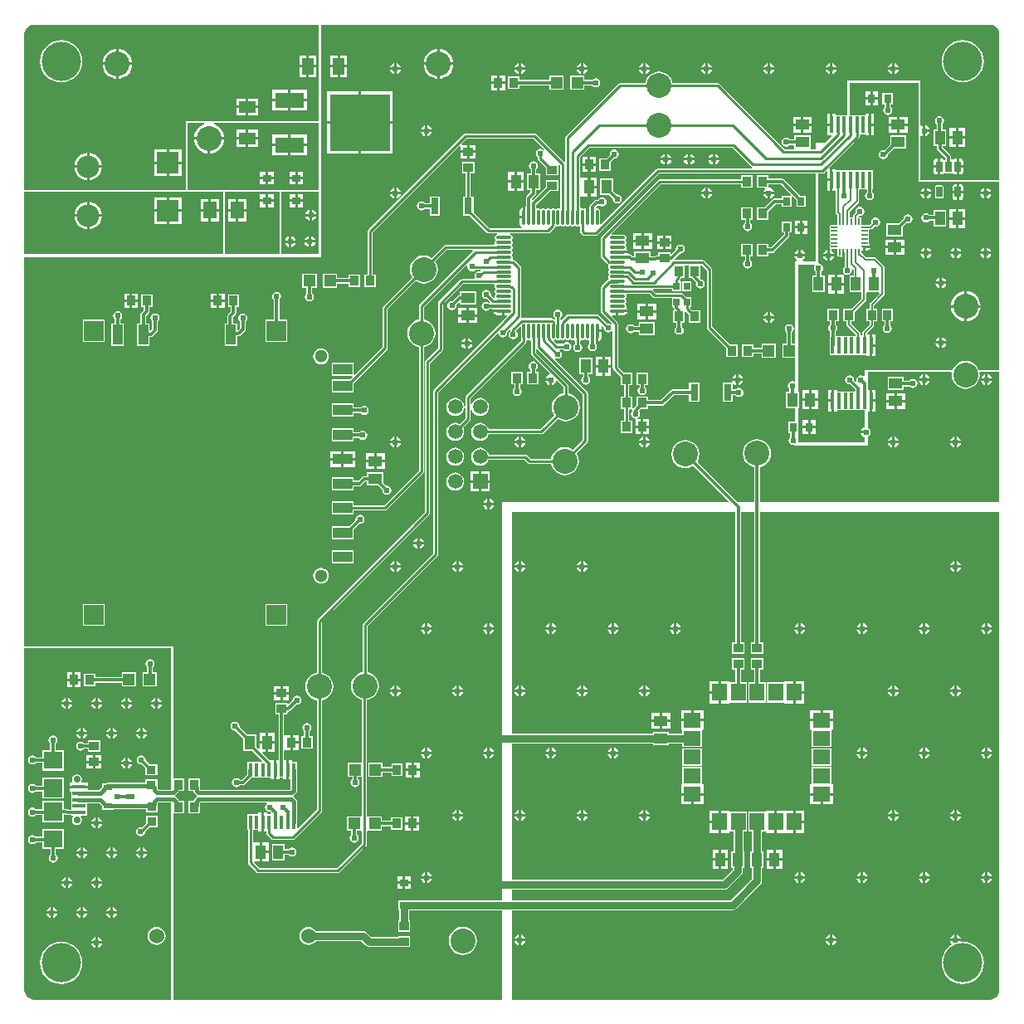
<source format=gtl>
G04*
G04 #@! TF.GenerationSoftware,Altium Limited,Altium Designer,20.1.8 (145)*
G04*
G04 Layer_Physical_Order=1*
G04 Layer_Color=255*
%FSAX25Y25*%
%MOIN*%
G70*
G04*
G04 #@! TF.SameCoordinates,789626A6-BF9B-44A6-AB2D-EC503BB7D56C*
G04*
G04*
G04 #@! TF.FilePolarity,Positive*
G04*
G01*
G75*
%ADD11C,0.01000*%
%ADD12C,0.01500*%
G04:AMPARAMS|DCode=20|XSize=25.2mil|YSize=8.66mil|CornerRadius=1.08mil|HoleSize=0mil|Usage=FLASHONLY|Rotation=270.000|XOffset=0mil|YOffset=0mil|HoleType=Round|Shape=RoundedRectangle|*
%AMROUNDEDRECTD20*
21,1,0.02520,0.00650,0,0,270.0*
21,1,0.02303,0.00866,0,0,270.0*
1,1,0.00217,-0.00325,-0.01152*
1,1,0.00217,-0.00325,0.01152*
1,1,0.00217,0.00325,0.01152*
1,1,0.00217,0.00325,-0.01152*
%
%ADD20ROUNDEDRECTD20*%
G04:AMPARAMS|DCode=21|XSize=25.2mil|YSize=8.66mil|CornerRadius=1.08mil|HoleSize=0mil|Usage=FLASHONLY|Rotation=180.000|XOffset=0mil|YOffset=0mil|HoleType=Round|Shape=RoundedRectangle|*
%AMROUNDEDRECTD21*
21,1,0.02520,0.00650,0,0,180.0*
21,1,0.02303,0.00866,0,0,180.0*
1,1,0.00217,-0.01152,0.00325*
1,1,0.00217,0.01152,0.00325*
1,1,0.00217,0.01152,-0.00325*
1,1,0.00217,-0.01152,-0.00325*
%
%ADD21ROUNDEDRECTD21*%
%ADD22R,0.01500X0.05500*%
%ADD23R,0.07874X0.07874*%
%ADD24R,0.03937X0.07874*%
%ADD25R,0.07874X0.04331*%
%ADD26R,0.08898X0.08504*%
%ADD27R,0.02756X0.03386*%
%ADD28R,0.03937X0.03543*%
%ADD29R,0.03937X0.03543*%
%ADD30R,0.04252X0.05591*%
%ADD31R,0.05591X0.04252*%
%ADD32R,0.04724X0.04724*%
%ADD33R,0.03543X0.03937*%
%ADD34R,0.07480X0.07480*%
%ADD35R,0.07480X0.07087*%
%ADD36R,0.05315X0.01575*%
%ADD37R,0.03543X0.03150*%
%ADD38R,0.06693X0.04724*%
%ADD39R,0.04724X0.06693*%
%ADD40R,0.11811X0.06299*%
%ADD41R,0.24410X0.22835*%
%ADD42R,0.03110X0.03661*%
G04:AMPARAMS|DCode=43|XSize=23.62mil|YSize=43.31mil|CornerRadius=1.77mil|HoleSize=0mil|Usage=FLASHONLY|Rotation=0.000|XOffset=0mil|YOffset=0mil|HoleType=Round|Shape=RoundedRectangle|*
%AMROUNDEDRECTD43*
21,1,0.02362,0.03976,0,0,0.0*
21,1,0.02008,0.04331,0,0,0.0*
1,1,0.00354,0.01004,-0.01988*
1,1,0.00354,-0.01004,-0.01988*
1,1,0.00354,-0.01004,0.01988*
1,1,0.00354,0.01004,0.01988*
%
%ADD43ROUNDEDRECTD43*%
%ADD44O,0.06299X0.01181*%
%ADD45O,0.01181X0.06299*%
%ADD46R,0.03150X0.06693*%
%ADD47R,0.02600X0.03000*%
%ADD48R,0.01400X0.06600*%
%ADD49R,0.03819X0.03622*%
%ADD50R,0.03543X0.02362*%
%ADD51R,0.05197X0.07087*%
%ADD94R,0.05906X0.07087*%
%ADD95R,0.07087X0.05906*%
%ADD96C,0.01200*%
%ADD97C,0.00800*%
%ADD98C,0.03000*%
%ADD99C,0.05118*%
%ADD100R,0.05906X0.05906*%
%ADD101C,0.05906*%
%ADD102C,0.02756*%
%ADD103C,0.10000*%
%ADD104C,0.09055*%
%ADD105C,0.06000*%
%ADD106C,0.15748*%
%ADD107C,0.02400*%
G36*
X0360236Y0329724D02*
X0392681D01*
Y0253937D01*
X0384380D01*
X0384026Y0254793D01*
X0383128Y0255962D01*
X0381958Y0256860D01*
X0380596Y0257424D01*
X0379134Y0257617D01*
X0377672Y0257424D01*
X0376310Y0256860D01*
X0375140Y0255962D01*
X0374242Y0254793D01*
X0373888Y0253937D01*
X0338583Y0253937D01*
Y0251719D01*
X0338083Y0251452D01*
X0337753Y0251672D01*
X0337050Y0251812D01*
X0336348Y0251672D01*
X0335753Y0251274D01*
X0335355Y0250679D01*
X0335215Y0249977D01*
X0335307Y0249513D01*
X0334846Y0249267D01*
X0334344Y0249769D01*
X0334385Y0249977D01*
X0334246Y0250679D01*
X0333848Y0251274D01*
X0333253Y0251672D01*
X0332550Y0251812D01*
X0331848Y0251672D01*
X0331253Y0251274D01*
X0330855Y0250679D01*
X0330715Y0249977D01*
X0330855Y0249274D01*
X0331253Y0248679D01*
X0331848Y0248281D01*
X0332550Y0248142D01*
X0332758Y0248183D01*
X0334822Y0246118D01*
Y0245767D01*
X0334585Y0245366D01*
X0334244Y0245366D01*
X0332526D01*
X0332185Y0245366D01*
X0331685Y0245366D01*
X0329967D01*
X0329626Y0245366D01*
X0329126Y0245366D01*
X0327408D01*
Y0245866D01*
X0326208D01*
Y0241566D01*
Y0237266D01*
X0327408D01*
Y0237766D01*
X0329126D01*
X0329467Y0237766D01*
X0329967Y0237766D01*
X0331685D01*
X0332026Y0237766D01*
X0332526Y0237766D01*
X0334244D01*
X0334585Y0237766D01*
X0335085Y0237766D01*
X0336803D01*
X0337144Y0237766D01*
X0337644Y0237766D01*
X0338583D01*
X0338583Y0231025D01*
X0338329Y0230974D01*
X0337601Y0230488D01*
X0337115Y0229760D01*
X0337044Y0229402D01*
X0339187D01*
Y0228402D01*
X0337044D01*
X0337115Y0228043D01*
X0337601Y0227316D01*
X0338329Y0226829D01*
X0338583Y0226779D01*
Y0224803D01*
X0311811Y0224803D01*
Y0228646D01*
X0311877D01*
Y0233308D01*
X0311811D01*
Y0238662D01*
X0312231D01*
Y0245252D01*
X0311811D01*
X0311811Y0296260D01*
X0318212Y0296260D01*
X0318448Y0295819D01*
X0318355Y0295679D01*
X0318215Y0294977D01*
X0318355Y0294274D01*
X0318753Y0293679D01*
X0318929Y0293561D01*
Y0291772D01*
X0317401D01*
Y0285181D01*
X0322653D01*
Y0291772D01*
X0321172D01*
Y0293561D01*
X0321348Y0293679D01*
X0321746Y0294274D01*
X0321885Y0294977D01*
X0321746Y0295679D01*
X0321348Y0296274D01*
X0320753Y0296672D01*
X0320050Y0296812D01*
X0319882Y0296950D01*
X0319882Y0332957D01*
X0321707D01*
X0322097Y0333035D01*
X0322428Y0333256D01*
X0323046Y0333873D01*
X0323508Y0333682D01*
Y0330814D01*
X0324708D01*
Y0334614D01*
X0324439D01*
X0324248Y0335076D01*
X0336165Y0346992D01*
X0336386Y0347323D01*
X0336463Y0347713D01*
Y0348354D01*
X0336803Y0348714D01*
X0337144Y0348714D01*
X0338862D01*
Y0348214D01*
X0340062D01*
Y0352514D01*
Y0356814D01*
X0338862D01*
Y0356314D01*
X0337144D01*
X0336803Y0356314D01*
X0336303Y0356314D01*
X0334244D01*
Y0356314D01*
X0334085D01*
Y0356314D01*
X0332677D01*
Y0369094D01*
X0360236D01*
Y0329724D01*
D02*
G37*
G36*
X0389862Y0392528D02*
X0390586Y0392228D01*
X0391238Y0391793D01*
X0391793Y0391238D01*
X0392228Y0390586D01*
X0392528Y0389862D01*
X0392681Y0389093D01*
Y0388701D01*
Y0330315D01*
X0361024D01*
Y0347810D01*
X0361465Y0348046D01*
X0361642Y0347928D01*
X0362000Y0347856D01*
Y0350000D01*
Y0352144D01*
X0361642Y0352072D01*
X0361465Y0351954D01*
X0361024Y0352190D01*
Y0370079D01*
X0331496Y0370079D01*
X0331496Y0356314D01*
X0329126D01*
Y0356314D01*
X0328967D01*
Y0356314D01*
X0326908D01*
Y0356814D01*
X0325708D01*
Y0352514D01*
X0325208D01*
Y0352014D01*
X0323508D01*
Y0348214D01*
X0325192D01*
X0325383Y0347752D01*
X0322907Y0345276D01*
X0318898D01*
Y0342681D01*
X0317269D01*
X0316830Y0342827D01*
X0316830Y0343181D01*
Y0348079D01*
X0310239D01*
Y0346598D01*
X0308466D01*
X0308348Y0346775D01*
X0307753Y0347172D01*
X0307050Y0347312D01*
X0306348Y0347172D01*
X0305752Y0346775D01*
X0305355Y0346179D01*
X0305215Y0345477D01*
X0305355Y0344774D01*
X0305752Y0344179D01*
X0306348Y0343781D01*
X0307050Y0343641D01*
X0307753Y0343781D01*
X0308348Y0344179D01*
X0308466Y0344355D01*
X0309886D01*
X0310239Y0344002D01*
X0310239Y0342827D01*
X0309800Y0342681D01*
X0306399D01*
X0280248Y0368831D01*
X0279918Y0369052D01*
X0279528Y0369130D01*
X0261420D01*
X0261361Y0369572D01*
X0260797Y0370934D01*
X0259899Y0372104D01*
X0258730Y0373002D01*
X0257367Y0373566D01*
X0255906Y0373759D01*
X0254444Y0373566D01*
X0253081Y0373002D01*
X0251911Y0372104D01*
X0251014Y0370934D01*
X0250450Y0369572D01*
X0250391Y0369130D01*
X0240158D01*
X0239767Y0369052D01*
X0239437Y0368831D01*
X0218581Y0347976D01*
X0218360Y0347645D01*
X0218283Y0347255D01*
Y0337804D01*
X0217783Y0337596D01*
X0206627Y0348752D01*
X0206296Y0348973D01*
X0205906Y0349051D01*
X0178347D01*
X0177956Y0348973D01*
X0177626Y0348752D01*
X0139145Y0310272D01*
X0138924Y0309941D01*
X0138847Y0309551D01*
Y0292216D01*
X0137594D01*
Y0287280D01*
X0142138D01*
Y0292216D01*
X0140886D01*
Y0309129D01*
X0175873Y0344116D01*
X0176373Y0343909D01*
Y0342111D01*
X0178842D01*
Y0344382D01*
X0176846D01*
X0176639Y0344882D01*
X0178769Y0347012D01*
X0205483D01*
X0209824Y0342671D01*
X0209505Y0342283D01*
X0208970Y0342640D01*
X0208268Y0342780D01*
X0207565Y0342640D01*
X0206970Y0342243D01*
X0206572Y0341647D01*
X0206433Y0340945D01*
X0206572Y0340243D01*
X0206970Y0339647D01*
X0207248Y0339461D01*
Y0338888D01*
X0207326Y0338498D01*
X0207547Y0338167D01*
X0210551Y0335162D01*
Y0332061D01*
X0215488D01*
Y0336300D01*
X0215941Y0336487D01*
X0216314Y0336179D01*
Y0319071D01*
X0215814Y0318803D01*
X0215791Y0318819D01*
X0215365Y0318904D01*
X0214940Y0318819D01*
X0214579Y0318578D01*
X0214183D01*
X0213822Y0318819D01*
X0213397Y0318904D01*
X0212971Y0318819D01*
X0212752Y0318673D01*
X0212412Y0318613D01*
X0212072Y0318673D01*
X0211854Y0318819D01*
X0211428Y0318904D01*
X0211003Y0318819D01*
X0210642Y0318578D01*
X0210246D01*
X0209885Y0318819D01*
X0209460Y0318904D01*
X0209034Y0318819D01*
X0208815Y0318673D01*
X0208475Y0318613D01*
X0208136Y0318673D01*
X0207917Y0318819D01*
X0207491Y0318904D01*
X0207144Y0318835D01*
X0206887Y0318955D01*
X0206644Y0319139D01*
Y0320269D01*
X0212137Y0325762D01*
X0215488D01*
Y0330305D01*
X0210551D01*
Y0327348D01*
X0205368Y0322165D01*
X0204840Y0322344D01*
X0204801Y0322641D01*
X0206296Y0324136D01*
X0206296Y0324136D01*
X0206539Y0324500D01*
X0206625Y0324929D01*
Y0326308D01*
X0208129D01*
Y0332898D01*
X0206672D01*
Y0334561D01*
X0206848Y0334679D01*
X0207246Y0335274D01*
X0207385Y0335977D01*
X0207246Y0336679D01*
X0206848Y0337275D01*
X0206253Y0337672D01*
X0205550Y0337812D01*
X0204848Y0337672D01*
X0204253Y0337275D01*
X0203855Y0336679D01*
X0203715Y0335977D01*
X0203855Y0335274D01*
X0204253Y0334679D01*
X0204429Y0334561D01*
Y0332898D01*
X0202877D01*
Y0326308D01*
X0204381D01*
Y0325394D01*
X0202761Y0323774D01*
X0202518Y0323410D01*
X0202433Y0322981D01*
X0202433Y0322981D01*
Y0319694D01*
X0202086Y0319451D01*
Y0315233D01*
X0201586D01*
Y0314733D01*
X0199964D01*
Y0312674D01*
X0200087Y0312053D01*
X0200439Y0311527D01*
X0200810Y0311279D01*
X0200658Y0310779D01*
X0187993D01*
X0181416Y0317356D01*
Y0323607D01*
X0180361D01*
Y0333040D01*
X0181810D01*
Y0337583D01*
X0176873D01*
Y0333040D01*
X0178322D01*
Y0323607D01*
X0177267D01*
Y0315914D01*
X0179974D01*
X0186850Y0309038D01*
X0187180Y0308818D01*
X0187571Y0308740D01*
X0190737D01*
X0190786Y0308240D01*
X0190530Y0308189D01*
X0190170Y0307948D01*
X0189928Y0307587D01*
X0189844Y0307162D01*
X0189928Y0306736D01*
X0190075Y0306518D01*
X0190135Y0306177D01*
X0190075Y0305838D01*
X0189928Y0305619D01*
X0189844Y0305193D01*
X0189928Y0304768D01*
X0189944Y0304744D01*
X0189677Y0304244D01*
X0170351D01*
X0169961Y0304167D01*
X0169630Y0303946D01*
X0164595Y0298911D01*
X0164242Y0299183D01*
X0162879Y0299747D01*
X0161417Y0299940D01*
X0159955Y0299747D01*
X0158593Y0299183D01*
X0157423Y0298285D01*
X0156526Y0297115D01*
X0155962Y0295753D01*
X0155769Y0294291D01*
X0155962Y0292829D01*
X0156526Y0291467D01*
X0156797Y0291113D01*
X0145244Y0279559D01*
X0145022Y0279229D01*
X0144945Y0278838D01*
Y0263198D01*
X0133757Y0252010D01*
X0133295Y0252202D01*
Y0256799D01*
X0124421D01*
Y0251468D01*
X0132562D01*
X0132754Y0251007D01*
X0131853Y0250106D01*
X0124421D01*
Y0244776D01*
X0133295D01*
Y0248664D01*
X0146685Y0262054D01*
X0146906Y0262385D01*
X0146984Y0262775D01*
Y0278416D01*
X0158239Y0289671D01*
X0158593Y0289400D01*
X0159955Y0288836D01*
X0161417Y0288643D01*
X0162879Y0288836D01*
X0164242Y0289400D01*
X0165411Y0290297D01*
X0166309Y0291467D01*
X0166873Y0292829D01*
X0167066Y0294291D01*
X0166873Y0295753D01*
X0166309Y0297115D01*
X0166037Y0297469D01*
X0170773Y0302205D01*
X0180962D01*
X0181169Y0301705D01*
X0159712Y0280248D01*
X0159491Y0279918D01*
X0159414Y0279528D01*
Y0274215D01*
X0158971Y0274157D01*
X0157609Y0273592D01*
X0156439Y0272695D01*
X0155542Y0271525D01*
X0154977Y0270163D01*
X0154785Y0268701D01*
X0154977Y0267239D01*
X0155542Y0265877D01*
X0156439Y0264707D01*
X0157609Y0263809D01*
X0158971Y0263245D01*
X0159414Y0263187D01*
Y0213564D01*
X0145393Y0199543D01*
X0133295D01*
Y0201189D01*
X0124421D01*
Y0195858D01*
X0133295D01*
Y0197504D01*
X0145815D01*
X0146205Y0197582D01*
X0146536Y0197803D01*
X0161154Y0212420D01*
X0161375Y0212751D01*
X0161453Y0213141D01*
Y0263187D01*
X0161895Y0263245D01*
X0163257Y0263809D01*
X0164427Y0264707D01*
X0165325Y0265877D01*
X0165889Y0267239D01*
X0166081Y0268701D01*
X0165889Y0270163D01*
X0165325Y0271525D01*
X0164427Y0272695D01*
X0163257Y0273592D01*
X0161895Y0274157D01*
X0161453Y0274215D01*
Y0279105D01*
X0178479Y0296131D01*
X0178598Y0296117D01*
X0178998Y0295567D01*
X0178965Y0295400D01*
X0179104Y0294698D01*
X0179502Y0294102D01*
X0180098Y0293704D01*
X0180800Y0293565D01*
X0181502Y0293704D01*
X0182098Y0294102D01*
X0182200Y0294256D01*
X0184148D01*
X0184345Y0293788D01*
X0184081Y0293498D01*
X0183633Y0293587D01*
X0182931Y0293447D01*
X0182335Y0293049D01*
X0181938Y0292454D01*
X0181798Y0291752D01*
X0181938Y0291049D01*
X0182033Y0290906D01*
X0181798Y0290465D01*
X0176845D01*
X0176455Y0290387D01*
X0176124Y0290166D01*
X0167389Y0281431D01*
X0167168Y0281100D01*
X0167091Y0280710D01*
Y0262627D01*
X0162271Y0257808D01*
X0162050Y0257477D01*
X0161972Y0257087D01*
Y0196879D01*
X0118779Y0153685D01*
X0118558Y0153355D01*
X0118480Y0152965D01*
Y0132341D01*
X0118038Y0132283D01*
X0116676Y0131718D01*
X0115506Y0130821D01*
X0114608Y0129651D01*
X0114044Y0128289D01*
X0113852Y0126827D01*
X0114044Y0125365D01*
X0114608Y0124003D01*
X0115506Y0122833D01*
X0116676Y0121935D01*
X0118038Y0121371D01*
X0118480Y0121313D01*
Y0077249D01*
X0110962Y0069731D01*
X0110500Y0069922D01*
Y0072204D01*
X0110524Y0072327D01*
Y0080698D01*
X0110427Y0081186D01*
X0110151Y0081599D01*
X0109273Y0082478D01*
X0109201Y0082526D01*
Y0083127D01*
X0109273Y0083175D01*
X0110151Y0084054D01*
X0110427Y0084468D01*
X0110524Y0084955D01*
Y0093327D01*
X0110500Y0093450D01*
Y0096577D01*
X0108500D01*
Y0097077D01*
X0107250D01*
Y0093327D01*
Y0089577D01*
X0107975D01*
Y0085483D01*
X0107843Y0085351D01*
X0071578D01*
X0071446Y0085483D01*
Y0086305D01*
X0071421Y0086428D01*
Y0089795D01*
X0066878D01*
Y0084858D01*
X0068916D01*
X0068994Y0084468D01*
X0069270Y0084054D01*
X0070149Y0083175D01*
X0070221Y0083127D01*
Y0082526D01*
X0070149Y0082478D01*
X0069270Y0081599D01*
X0068994Y0081186D01*
X0068916Y0080795D01*
X0066878D01*
Y0075858D01*
X0071421D01*
Y0079225D01*
X0071446Y0079348D01*
Y0080170D01*
X0071578Y0080302D01*
X0098317D01*
X0098468Y0079802D01*
X0098202Y0079624D01*
X0097804Y0079029D01*
X0097665Y0078327D01*
X0097804Y0077624D01*
X0098202Y0077029D01*
X0098798Y0076631D01*
X0099500Y0076491D01*
X0099708Y0076533D01*
X0100164Y0076077D01*
X0099957Y0075577D01*
X0098500D01*
Y0076077D01*
X0097250D01*
Y0072327D01*
Y0068577D01*
X0098230D01*
Y0068025D01*
X0098308Y0067634D01*
X0098529Y0067304D01*
X0100227Y0065606D01*
X0100558Y0065385D01*
X0100948Y0065307D01*
X0109000D01*
X0109390Y0065385D01*
X0109721Y0065606D01*
X0120221Y0076106D01*
X0120442Y0076437D01*
X0120520Y0076827D01*
Y0121313D01*
X0120962Y0121371D01*
X0122324Y0121935D01*
X0123494Y0122833D01*
X0124392Y0124003D01*
X0124956Y0125365D01*
X0125148Y0126827D01*
X0124956Y0128289D01*
X0124392Y0129651D01*
X0123494Y0130821D01*
X0122324Y0131718D01*
X0120962Y0132283D01*
X0120520Y0132341D01*
Y0152542D01*
X0163713Y0195736D01*
X0163934Y0196066D01*
X0164012Y0196457D01*
Y0256664D01*
X0168831Y0261484D01*
X0169052Y0261815D01*
X0169130Y0262205D01*
Y0280288D01*
X0177268Y0288426D01*
X0189677D01*
X0189944Y0287926D01*
X0189928Y0287902D01*
X0189844Y0287477D01*
X0189928Y0287051D01*
X0190075Y0286832D01*
X0190135Y0286492D01*
X0190075Y0286153D01*
X0189928Y0285934D01*
X0189844Y0285508D01*
X0189928Y0285083D01*
X0190075Y0284864D01*
X0190135Y0284524D01*
X0190075Y0284184D01*
X0189928Y0283965D01*
X0189844Y0283540D01*
X0189928Y0283114D01*
X0189491Y0282943D01*
X0189396Y0282912D01*
X0188384Y0283924D01*
X0188449Y0284252D01*
X0188310Y0284954D01*
X0187912Y0285550D01*
X0187317Y0285947D01*
X0186614Y0286087D01*
X0185912Y0285947D01*
X0185317Y0285550D01*
X0184919Y0284954D01*
X0184779Y0284252D01*
X0184919Y0283550D01*
X0185317Y0282954D01*
X0185912Y0282556D01*
X0186614Y0282417D01*
X0186942Y0282482D01*
X0187883Y0281541D01*
X0187732Y0280985D01*
X0187554Y0280939D01*
X0187241Y0281148D01*
X0186539Y0281288D01*
X0185837Y0281148D01*
X0185241Y0280750D01*
X0184844Y0280155D01*
X0184704Y0279452D01*
X0184844Y0278750D01*
X0185241Y0278155D01*
X0185837Y0277757D01*
X0186539Y0277617D01*
X0187241Y0277757D01*
X0187837Y0278155D01*
X0188049Y0278472D01*
X0189047D01*
X0189286Y0278134D01*
X0193515D01*
Y0277634D01*
X0194015D01*
Y0276012D01*
X0194783D01*
X0194975Y0275551D01*
X0165421Y0245996D01*
X0165200Y0245666D01*
X0165122Y0245276D01*
Y0180344D01*
X0137074Y0152296D01*
X0136853Y0151965D01*
X0136776Y0151575D01*
Y0132483D01*
X0136333Y0132424D01*
X0134971Y0131860D01*
X0133801Y0130962D01*
X0132904Y0129793D01*
X0132339Y0128430D01*
X0132147Y0126969D01*
X0132339Y0125507D01*
X0132904Y0124144D01*
X0133801Y0122975D01*
X0134971Y0122077D01*
X0136333Y0121513D01*
X0136480Y0121493D01*
Y0096189D01*
X0130870D01*
Y0090465D01*
X0132737D01*
Y0089604D01*
X0132561Y0089487D01*
X0132163Y0088891D01*
X0132023Y0088189D01*
X0132163Y0087487D01*
X0132561Y0086891D01*
X0133156Y0086493D01*
X0133858Y0086354D01*
X0134561Y0086493D01*
X0135156Y0086891D01*
X0135554Y0087487D01*
X0135694Y0088189D01*
X0135554Y0088891D01*
X0135156Y0089487D01*
X0134980Y0089604D01*
Y0090465D01*
X0136480D01*
Y0075140D01*
X0136362Y0074689D01*
X0135980Y0074689D01*
X0130638D01*
Y0068964D01*
X0132378D01*
Y0067242D01*
X0132202Y0067124D01*
X0131804Y0066529D01*
X0131665Y0065827D01*
X0131804Y0065124D01*
X0132202Y0064529D01*
X0132798Y0064131D01*
X0133500Y0063991D01*
X0134202Y0064131D01*
X0134798Y0064529D01*
X0135196Y0065124D01*
X0135335Y0065827D01*
X0135196Y0066529D01*
X0134798Y0067124D01*
X0134622Y0067242D01*
Y0068964D01*
X0136362Y0068964D01*
X0136480Y0068514D01*
Y0063749D01*
X0126578Y0053846D01*
X0095422D01*
X0093237Y0056032D01*
X0093444Y0056532D01*
X0095476D01*
Y0060327D01*
X0095976D01*
D01*
X0095476D01*
Y0064122D01*
X0092850Y0064122D01*
X0092770Y0064588D01*
Y0069077D01*
X0095000D01*
Y0068577D01*
X0096250D01*
Y0072327D01*
Y0076077D01*
X0095000D01*
Y0075577D01*
X0090500D01*
Y0069077D01*
X0090730D01*
Y0056077D01*
X0090808Y0055687D01*
X0091029Y0055356D01*
X0094279Y0052106D01*
X0094610Y0051885D01*
X0095000Y0051807D01*
X0127000D01*
X0127390Y0051885D01*
X0127721Y0052106D01*
X0138221Y0062606D01*
X0138442Y0062937D01*
X0138520Y0063327D01*
Y0068689D01*
X0138906Y0068964D01*
X0139020Y0068964D01*
X0144630D01*
Y0070705D01*
X0148213D01*
Y0069258D01*
X0152756D01*
Y0074195D01*
X0148213D01*
Y0072948D01*
X0144630D01*
Y0074689D01*
X0139020D01*
X0138906Y0074689D01*
X0138520Y0074964D01*
Y0121415D01*
X0139257Y0121513D01*
X0140619Y0122077D01*
X0141789Y0122975D01*
X0142687Y0124144D01*
X0143251Y0125507D01*
X0143444Y0126969D01*
X0143251Y0128430D01*
X0142687Y0129793D01*
X0141789Y0130962D01*
X0140619Y0131860D01*
X0139257Y0132424D01*
X0138815Y0132483D01*
Y0151153D01*
X0166863Y0179200D01*
X0167084Y0179531D01*
X0167161Y0179921D01*
Y0244853D01*
X0190886Y0268578D01*
X0191428Y0268413D01*
X0191495Y0268079D01*
X0191893Y0267483D01*
X0192488Y0267086D01*
X0193191Y0266946D01*
X0193893Y0267086D01*
X0194488Y0267483D01*
X0194886Y0268079D01*
X0195026Y0268781D01*
X0194914Y0269340D01*
X0195855Y0270281D01*
X0196296Y0270095D01*
X0196293Y0269631D01*
X0196090Y0269495D01*
X0195692Y0268900D01*
X0195553Y0268197D01*
X0195692Y0267495D01*
X0196090Y0266900D01*
X0196686Y0266502D01*
X0197388Y0266362D01*
X0198090Y0266502D01*
X0198686Y0266900D01*
X0199083Y0267495D01*
X0199223Y0268197D01*
X0199083Y0268900D01*
X0198686Y0269495D01*
X0198726Y0270070D01*
X0200012Y0271356D01*
X0200474Y0271165D01*
Y0267004D01*
X0200558Y0266579D01*
X0200566Y0266567D01*
Y0265788D01*
X0178413Y0243634D01*
X0178192Y0243304D01*
X0178114Y0242913D01*
Y0239784D01*
X0177824Y0239405D01*
X0177614Y0239391D01*
X0177612Y0239404D01*
X0177523Y0240081D01*
X0177165Y0240946D01*
X0176596Y0241688D01*
X0175854Y0242257D01*
X0174989Y0242615D01*
X0174062Y0242737D01*
X0173135Y0242615D01*
X0172270Y0242257D01*
X0171528Y0241688D01*
X0170959Y0240946D01*
X0170601Y0240081D01*
X0170479Y0239154D01*
X0170601Y0238227D01*
X0170959Y0237362D01*
X0171528Y0236620D01*
X0172270Y0236051D01*
X0173135Y0235693D01*
X0174062Y0235571D01*
X0174989Y0235693D01*
X0175854Y0236051D01*
X0176596Y0236620D01*
X0177165Y0237362D01*
X0177523Y0238227D01*
X0177612Y0238903D01*
X0177614Y0238917D01*
X0177824Y0238903D01*
X0178114Y0238524D01*
Y0234648D01*
X0175762Y0232295D01*
X0174989Y0232615D01*
X0174062Y0232737D01*
X0173135Y0232615D01*
X0172270Y0232257D01*
X0171528Y0231688D01*
X0170959Y0230946D01*
X0170601Y0230081D01*
X0170479Y0229154D01*
X0170601Y0228226D01*
X0170959Y0227362D01*
X0171528Y0226620D01*
X0172270Y0226051D01*
X0173135Y0225693D01*
X0174062Y0225571D01*
X0174989Y0225693D01*
X0175854Y0226051D01*
X0176596Y0226620D01*
X0177165Y0227362D01*
X0177523Y0228226D01*
X0177645Y0229154D01*
X0177523Y0230081D01*
X0177204Y0230854D01*
X0179855Y0233505D01*
X0180076Y0233836D01*
X0180153Y0234226D01*
Y0238000D01*
X0180653Y0238099D01*
X0180959Y0237362D01*
X0181528Y0236620D01*
X0182270Y0236051D01*
X0183135Y0235693D01*
X0184062Y0235571D01*
X0184990Y0235693D01*
X0185854Y0236051D01*
X0186596Y0236620D01*
X0187165Y0237362D01*
X0187523Y0238227D01*
X0187645Y0239154D01*
X0187523Y0240081D01*
X0187165Y0240946D01*
X0186596Y0241688D01*
X0185854Y0242257D01*
X0184990Y0242615D01*
X0184062Y0242737D01*
X0183135Y0242615D01*
X0182270Y0242257D01*
X0181528Y0241688D01*
X0180959Y0240946D01*
X0180653Y0240209D01*
X0180153Y0240308D01*
Y0242491D01*
X0202307Y0264644D01*
X0202528Y0264975D01*
X0202605Y0265365D01*
Y0265725D01*
X0203105Y0265993D01*
X0203129Y0265977D01*
X0203554Y0265892D01*
X0203980Y0265977D01*
X0204003Y0265993D01*
X0204503Y0265725D01*
Y0260619D01*
X0204581Y0260229D01*
X0204802Y0259898D01*
X0212089Y0252611D01*
X0211944Y0252133D01*
X0211642Y0252072D01*
X0210914Y0251586D01*
X0210428Y0250858D01*
X0210356Y0250500D01*
X0212500D01*
Y0250000D01*
X0213000D01*
Y0247856D01*
X0213358Y0247928D01*
X0214086Y0248414D01*
X0214572Y0249142D01*
X0214633Y0249444D01*
X0215111Y0249589D01*
X0217484Y0247216D01*
Y0244491D01*
X0217042Y0244432D01*
X0215680Y0243868D01*
X0214510Y0242970D01*
X0213612Y0241800D01*
X0213048Y0240438D01*
X0212856Y0238976D01*
X0213048Y0237514D01*
X0213612Y0236152D01*
X0213884Y0235798D01*
X0208259Y0230173D01*
X0187485D01*
X0187165Y0230946D01*
X0186596Y0231688D01*
X0185854Y0232257D01*
X0184990Y0232615D01*
X0184062Y0232737D01*
X0183135Y0232615D01*
X0182270Y0232257D01*
X0181528Y0231688D01*
X0180959Y0230946D01*
X0180601Y0230081D01*
X0180479Y0229154D01*
X0180601Y0228226D01*
X0180959Y0227362D01*
X0181528Y0226620D01*
X0182270Y0226051D01*
X0183135Y0225693D01*
X0184062Y0225571D01*
X0184990Y0225693D01*
X0185854Y0226051D01*
X0186596Y0226620D01*
X0187165Y0227362D01*
X0187485Y0228134D01*
X0208682D01*
X0209072Y0228212D01*
X0209402Y0228433D01*
X0215326Y0234356D01*
X0215680Y0234085D01*
X0217042Y0233521D01*
X0218504Y0233328D01*
X0219966Y0233521D01*
X0221328Y0234085D01*
X0222498Y0234982D01*
X0223395Y0236152D01*
X0223960Y0237514D01*
X0224152Y0238976D01*
X0223960Y0240438D01*
X0223395Y0241800D01*
X0222498Y0242970D01*
X0221328Y0243868D01*
X0219966Y0244432D01*
X0219524Y0244491D01*
Y0247638D01*
X0219446Y0248028D01*
X0219225Y0248359D01*
X0206542Y0261041D01*
Y0262175D01*
X0207042Y0262382D01*
X0225358Y0244066D01*
Y0226013D01*
X0221288Y0221943D01*
X0220934Y0222214D01*
X0219572Y0222779D01*
X0218110Y0222971D01*
X0216648Y0222779D01*
X0215286Y0222214D01*
X0214116Y0221317D01*
X0213219Y0220147D01*
X0212654Y0218785D01*
X0212596Y0218342D01*
X0204359D01*
X0203083Y0219619D01*
X0202752Y0219840D01*
X0202362Y0219917D01*
X0187545D01*
X0187523Y0220081D01*
X0187165Y0220946D01*
X0186596Y0221688D01*
X0185854Y0222257D01*
X0184990Y0222615D01*
X0184062Y0222737D01*
X0183135Y0222615D01*
X0182270Y0222257D01*
X0181528Y0221688D01*
X0180959Y0220946D01*
X0180601Y0220081D01*
X0180479Y0219154D01*
X0180601Y0218227D01*
X0180959Y0217362D01*
X0181528Y0216620D01*
X0182270Y0216051D01*
X0183135Y0215693D01*
X0184062Y0215570D01*
X0184990Y0215693D01*
X0185854Y0216051D01*
X0186596Y0216620D01*
X0187165Y0217362D01*
X0187379Y0217878D01*
X0201940D01*
X0203216Y0216602D01*
X0203547Y0216381D01*
X0203937Y0216303D01*
X0212596D01*
X0212654Y0215861D01*
X0213219Y0214499D01*
X0214116Y0213329D01*
X0215286Y0212431D01*
X0216648Y0211867D01*
X0218110Y0211674D01*
X0219572Y0211867D01*
X0220934Y0212431D01*
X0222104Y0213329D01*
X0223002Y0214499D01*
X0223566Y0215861D01*
X0223759Y0217323D01*
X0223566Y0218785D01*
X0223002Y0220147D01*
X0222730Y0220501D01*
X0227099Y0224870D01*
X0227320Y0225200D01*
X0227397Y0225590D01*
Y0244488D01*
X0227320Y0244878D01*
X0227099Y0245209D01*
X0214250Y0258058D01*
X0214368Y0258595D01*
X0214397Y0258618D01*
X0215060Y0258486D01*
X0215762Y0258626D01*
X0216357Y0259024D01*
X0216755Y0259619D01*
X0216895Y0260321D01*
X0216755Y0261024D01*
X0216357Y0261619D01*
X0215987Y0261866D01*
X0216139Y0262366D01*
X0217414D01*
X0217600Y0262088D01*
X0218195Y0261690D01*
X0218898Y0261551D01*
X0219600Y0261690D01*
X0220195Y0262088D01*
X0220593Y0262684D01*
X0220733Y0263386D01*
X0220593Y0264088D01*
X0220195Y0264684D01*
X0219600Y0265081D01*
X0218898Y0265221D01*
X0218195Y0265081D01*
X0217600Y0264684D01*
X0217414Y0264405D01*
X0214905D01*
X0213808Y0265503D01*
X0213953Y0266065D01*
X0214183Y0266218D01*
X0214579D01*
X0214940Y0265977D01*
X0215365Y0265892D01*
X0215791Y0265977D01*
X0216151Y0266218D01*
X0216689Y0266123D01*
X0216908Y0265977D01*
X0217334Y0265892D01*
X0217759Y0265977D01*
X0217978Y0266123D01*
X0218318Y0266183D01*
X0218658Y0266123D01*
X0218877Y0265977D01*
X0219302Y0265892D01*
X0219728Y0265977D01*
X0219947Y0266123D01*
X0220286Y0266183D01*
X0220626Y0266123D01*
X0220845Y0265977D01*
X0221271Y0265892D01*
X0221696Y0265977D01*
X0221720Y0265993D01*
X0222220Y0265725D01*
Y0264487D01*
X0221941Y0264301D01*
X0221544Y0263705D01*
X0221404Y0263003D01*
X0221544Y0262301D01*
X0221941Y0261705D01*
X0222537Y0261307D01*
X0223239Y0261168D01*
X0223941Y0261307D01*
X0224537Y0261705D01*
X0224935Y0262301D01*
X0225075Y0263003D01*
X0224935Y0263705D01*
X0224537Y0264301D01*
X0224259Y0264487D01*
Y0265725D01*
X0224759Y0265993D01*
X0224782Y0265977D01*
X0225208Y0265892D01*
X0225633Y0265977D01*
X0225994Y0266218D01*
X0226532Y0266123D01*
X0226751Y0265977D01*
X0227176Y0265892D01*
X0227518Y0265960D01*
X0227836Y0265795D01*
X0228018Y0265654D01*
Y0264767D01*
X0227836Y0264646D01*
X0227438Y0264050D01*
X0227299Y0263348D01*
X0227438Y0262646D01*
X0227836Y0262050D01*
X0228432Y0261652D01*
X0229134Y0261513D01*
X0229836Y0261652D01*
X0230432Y0262050D01*
X0230829Y0262646D01*
X0230969Y0263348D01*
X0230829Y0264050D01*
X0230432Y0264646D01*
X0230404Y0264664D01*
X0230402Y0265137D01*
X0230613Y0265300D01*
Y0269563D01*
X0231113D01*
Y0270063D01*
X0232735D01*
Y0271469D01*
X0233197Y0271660D01*
X0233663Y0271194D01*
X0233598Y0270866D01*
X0233737Y0270164D01*
X0234135Y0269568D01*
X0234731Y0269171D01*
X0235433Y0269031D01*
X0236135Y0269171D01*
X0236731Y0269568D01*
X0236877Y0269787D01*
X0237377Y0269636D01*
Y0254800D01*
X0237455Y0254409D01*
X0237676Y0254079D01*
X0240629Y0251125D01*
Y0247827D01*
X0241881D01*
Y0243205D01*
X0240629D01*
Y0238268D01*
X0241881D01*
Y0233646D01*
X0240629D01*
Y0228709D01*
X0245172D01*
Y0233646D01*
X0243920D01*
Y0237914D01*
X0244274Y0238268D01*
X0244744Y0238268D01*
X0245142Y0237863D01*
X0245160Y0237640D01*
X0245159Y0237518D01*
X0244761Y0236923D01*
X0244621Y0236221D01*
X0244761Y0235518D01*
X0245159Y0234923D01*
X0245754Y0234525D01*
X0246060Y0234464D01*
X0246428Y0234146D01*
X0246428Y0233909D01*
Y0231678D01*
X0248700D01*
Y0234146D01*
X0247492D01*
X0247340Y0234646D01*
X0247754Y0234923D01*
X0248152Y0235518D01*
X0248292Y0236221D01*
X0248152Y0236923D01*
X0247810Y0237436D01*
X0248642Y0238268D01*
X0251471D01*
Y0239615D01*
X0257265D01*
X0257265Y0239615D01*
X0257694Y0239700D01*
X0258058Y0239944D01*
X0261950Y0243835D01*
X0268015D01*
Y0241111D01*
X0272164D01*
Y0248803D01*
X0268015D01*
Y0246079D01*
X0261486D01*
X0261486Y0246079D01*
X0261056Y0245993D01*
X0260693Y0245750D01*
X0260693Y0245750D01*
X0256801Y0241858D01*
X0251471D01*
Y0243205D01*
X0246928D01*
Y0239726D01*
X0245876Y0238674D01*
X0245400Y0238550D01*
Y0238550D01*
X0245400Y0238550D01*
D01*
X0245172Y0238626D01*
X0245172Y0238687D01*
X0245172Y0238687D01*
X0245172Y0238688D01*
Y0243205D01*
X0243920D01*
Y0247827D01*
X0245172D01*
Y0252764D01*
X0241874D01*
X0239416Y0255222D01*
Y0272627D01*
X0239339Y0273017D01*
X0239118Y0273348D01*
X0236953Y0275513D01*
X0237160Y0276012D01*
X0238684D01*
Y0277634D01*
X0239184D01*
Y0278134D01*
X0243265D01*
X0243241Y0278255D01*
X0242890Y0278781D01*
X0242624Y0278958D01*
X0242770Y0279177D01*
X0242855Y0279603D01*
X0242770Y0280028D01*
X0242624Y0280247D01*
X0242564Y0280587D01*
X0242624Y0280927D01*
X0242770Y0281146D01*
X0242855Y0281571D01*
X0242770Y0281997D01*
X0242624Y0282215D01*
X0242529Y0282753D01*
X0242770Y0283114D01*
X0242855Y0283540D01*
X0242770Y0283965D01*
X0242755Y0283989D01*
X0243022Y0284489D01*
X0252069D01*
X0253420Y0283137D01*
X0253751Y0282916D01*
X0254141Y0282839D01*
X0261200D01*
Y0279308D01*
X0261594D01*
X0261929Y0278977D01*
X0262014Y0278548D01*
X0262082Y0278445D01*
X0261815Y0277945D01*
X0261629D01*
Y0273008D01*
X0262929D01*
Y0271392D01*
X0262753Y0271274D01*
X0262355Y0270679D01*
X0262215Y0269977D01*
X0262355Y0269274D01*
X0262753Y0268679D01*
X0263348Y0268281D01*
X0264050Y0268142D01*
X0264753Y0268281D01*
X0265348Y0268679D01*
X0265746Y0269274D01*
X0265885Y0269977D01*
X0265746Y0270679D01*
X0265348Y0271274D01*
X0265172Y0271392D01*
Y0273008D01*
X0266172D01*
Y0277355D01*
X0266672Y0277562D01*
X0267928Y0276307D01*
Y0273008D01*
X0272471D01*
Y0277945D01*
X0269173D01*
X0268311Y0278807D01*
X0268518Y0279308D01*
X0268900D01*
Y0283308D01*
X0266742D01*
X0265470Y0284579D01*
X0265140Y0284800D01*
X0264749Y0284878D01*
X0254563D01*
X0253484Y0285957D01*
X0253691Y0286457D01*
X0254494D01*
X0254496Y0286457D01*
X0261200D01*
Y0285646D01*
X0264800D01*
Y0289646D01*
X0264565D01*
X0264358Y0290146D01*
X0264622Y0290409D01*
X0264843Y0290740D01*
X0264896Y0291008D01*
X0266172D01*
Y0295945D01*
X0266630Y0296047D01*
X0267470D01*
X0267928Y0295945D01*
X0267928Y0295547D01*
Y0291008D01*
X0269128D01*
X0269164Y0290831D01*
X0269407Y0290467D01*
X0270828Y0289046D01*
X0270715Y0288477D01*
X0270855Y0287774D01*
X0271252Y0287179D01*
X0271848Y0286781D01*
X0272550Y0286642D01*
X0273253Y0286781D01*
X0273848Y0287179D01*
X0274246Y0287774D01*
X0274385Y0288477D01*
X0274246Y0289179D01*
X0273848Y0289774D01*
X0273253Y0290172D01*
X0272780Y0290266D01*
X0272516Y0290530D01*
X0272471Y0291008D01*
X0272471D01*
X0272471Y0291008D01*
X0272471Y0295945D01*
X0272930Y0296047D01*
X0273038D01*
X0275255Y0293830D01*
Y0270812D01*
X0275332Y0270422D01*
X0275553Y0270091D01*
X0282975Y0262669D01*
Y0259174D01*
X0287519D01*
Y0264111D01*
X0284417D01*
X0277294Y0271234D01*
Y0294253D01*
X0277216Y0294643D01*
X0276995Y0294974D01*
X0274182Y0297787D01*
X0273851Y0298008D01*
X0273461Y0298086D01*
X0262453D01*
X0262245Y0298586D01*
X0264342Y0300683D01*
X0264550Y0300641D01*
X0265253Y0300781D01*
X0265848Y0301179D01*
X0266246Y0301774D01*
X0266386Y0302477D01*
X0266246Y0303179D01*
X0265848Y0303774D01*
X0265253Y0304172D01*
X0264550Y0304312D01*
X0263848Y0304172D01*
X0263252Y0303774D01*
X0262855Y0303179D01*
X0262715Y0302477D01*
X0262756Y0302269D01*
X0261012Y0300525D01*
X0260550Y0300716D01*
Y0301166D01*
X0255613D01*
Y0300016D01*
X0254968D01*
X0254968Y0300016D01*
X0254538Y0299930D01*
X0254226Y0299722D01*
X0252595D01*
Y0301402D01*
X0246005D01*
Y0299722D01*
X0245415D01*
X0245056Y0300081D01*
X0244692Y0300324D01*
X0244263Y0300409D01*
X0244263Y0300409D01*
X0243646D01*
X0243403Y0300756D01*
X0239184D01*
Y0301756D01*
X0243265D01*
X0243241Y0301877D01*
X0242890Y0302403D01*
X0242624Y0302580D01*
X0242770Y0302799D01*
X0242855Y0303225D01*
X0242770Y0303650D01*
X0242624Y0303869D01*
X0242564Y0304209D01*
X0242624Y0304549D01*
X0242770Y0304768D01*
X0242855Y0305193D01*
X0242770Y0305619D01*
X0242624Y0305838D01*
X0242564Y0306177D01*
X0242624Y0306518D01*
X0242770Y0306736D01*
X0242855Y0307162D01*
X0242770Y0307587D01*
X0242529Y0307948D01*
X0242169Y0308189D01*
X0241743Y0308274D01*
X0236996D01*
X0236789Y0308774D01*
X0256627Y0328611D01*
X0288956D01*
Y0327163D01*
X0293499D01*
Y0332100D01*
X0288956D01*
Y0330651D01*
X0256205D01*
X0255814Y0330573D01*
X0255484Y0330352D01*
X0232829Y0307698D01*
X0232608Y0307367D01*
X0232531Y0306977D01*
Y0299737D01*
X0232608Y0299347D01*
X0232829Y0299016D01*
X0235174Y0296671D01*
X0235496Y0296456D01*
X0235506Y0296447D01*
X0235684Y0295905D01*
X0235598Y0295776D01*
X0235513Y0295351D01*
X0235598Y0294925D01*
X0235744Y0294707D01*
X0235804Y0294367D01*
X0235744Y0294026D01*
X0235598Y0293808D01*
X0235513Y0293382D01*
X0235598Y0292957D01*
X0235839Y0292596D01*
X0235744Y0292058D01*
X0235598Y0291839D01*
X0235513Y0291414D01*
X0235598Y0290988D01*
X0235690Y0290851D01*
X0235561Y0290337D01*
X0235512Y0290285D01*
X0235225Y0290093D01*
X0232754Y0287623D01*
X0232533Y0287292D01*
X0232456Y0286902D01*
Y0277548D01*
X0232533Y0277158D01*
X0232754Y0276827D01*
X0236989Y0272593D01*
X0236670Y0272204D01*
X0236135Y0272562D01*
X0235433Y0272701D01*
X0235105Y0272636D01*
X0231673Y0276068D01*
X0231342Y0276290D01*
X0230952Y0276367D01*
X0219648D01*
X0219257Y0276290D01*
X0218927Y0276068D01*
X0216874Y0274016D01*
X0216374Y0274223D01*
Y0274894D01*
X0216652Y0275080D01*
X0217050Y0275676D01*
X0217190Y0276378D01*
X0217050Y0277080D01*
X0216652Y0277676D01*
X0216057Y0278074D01*
X0215354Y0278213D01*
X0214652Y0278074D01*
X0214057Y0277676D01*
X0213659Y0277080D01*
X0213519Y0276378D01*
X0213659Y0275676D01*
X0214057Y0275080D01*
X0214335Y0274894D01*
Y0274429D01*
X0213835Y0274221D01*
X0213622Y0274434D01*
X0213291Y0274655D01*
X0212901Y0274732D01*
X0200927D01*
X0200920Y0274731D01*
X0200743Y0274918D01*
X0200581Y0275174D01*
X0200645Y0275493D01*
Y0295027D01*
X0200567Y0295417D01*
X0200346Y0295748D01*
X0198054Y0298040D01*
X0197723Y0298261D01*
X0197333Y0298339D01*
X0197085Y0298839D01*
X0197101Y0298862D01*
X0197186Y0299288D01*
X0197101Y0299713D01*
X0196955Y0299932D01*
X0196895Y0300272D01*
X0196955Y0300612D01*
X0197101Y0300831D01*
X0197186Y0301256D01*
X0197101Y0301682D01*
X0196955Y0301901D01*
X0196860Y0302438D01*
X0197101Y0302799D01*
X0197186Y0303225D01*
X0197101Y0303650D01*
X0196955Y0303869D01*
X0196895Y0304209D01*
X0196955Y0304549D01*
X0197101Y0304768D01*
X0197186Y0305193D01*
X0197101Y0305619D01*
X0196955Y0305838D01*
X0196895Y0306177D01*
X0196955Y0306518D01*
X0197101Y0306736D01*
X0197186Y0307162D01*
X0197101Y0307587D01*
X0196860Y0307948D01*
X0196499Y0308189D01*
X0196244Y0308240D01*
X0196293Y0308740D01*
X0211333D01*
X0211723Y0308818D01*
X0212054Y0309038D01*
X0214083Y0311068D01*
X0214304Y0311398D01*
X0214317Y0311461D01*
X0214872Y0311692D01*
X0214940Y0311646D01*
X0215365Y0311562D01*
X0215791Y0311646D01*
X0216009Y0311792D01*
X0216349Y0311852D01*
X0216689Y0311792D01*
X0216908Y0311646D01*
X0217334Y0311562D01*
X0217759Y0311646D01*
X0217978Y0311792D01*
X0218318Y0311852D01*
X0218658Y0311792D01*
X0218877Y0311646D01*
X0219302Y0311562D01*
X0219728Y0311646D01*
X0219947Y0311792D01*
X0220286Y0311852D01*
X0220626Y0311792D01*
X0220845Y0311646D01*
X0221271Y0311562D01*
X0221696Y0311646D01*
X0221915Y0311792D01*
X0222255Y0311852D01*
X0222595Y0311792D01*
X0222814Y0311646D01*
X0223239Y0311562D01*
X0223665Y0311646D01*
X0223723Y0311685D01*
X0224223Y0311418D01*
Y0309680D01*
X0224300Y0309290D01*
X0224521Y0308959D01*
X0225224Y0308256D01*
X0225555Y0308035D01*
X0225945Y0307957D01*
X0230550D01*
X0230940Y0308035D01*
X0231271Y0308256D01*
X0255973Y0332957D01*
X0318898D01*
Y0297638D01*
X0313825Y0297638D01*
X0313673Y0298138D01*
X0314086Y0298414D01*
X0314572Y0299142D01*
X0314644Y0299500D01*
X0310356D01*
X0310428Y0299142D01*
X0310914Y0298414D01*
X0311327Y0298138D01*
X0311175Y0297638D01*
X0310630D01*
X0310630Y0264551D01*
X0309389D01*
Y0269057D01*
X0309565Y0269175D01*
X0309963Y0269770D01*
X0310103Y0270472D01*
X0309963Y0271175D01*
X0309565Y0271770D01*
X0308970Y0272168D01*
X0308268Y0272308D01*
X0307565Y0272168D01*
X0306970Y0271770D01*
X0306572Y0271175D01*
X0306433Y0270472D01*
X0306572Y0269770D01*
X0306970Y0269175D01*
X0307146Y0269057D01*
Y0264551D01*
X0305416D01*
Y0258827D01*
X0310630D01*
Y0249530D01*
X0310219Y0249269D01*
X0310130Y0249276D01*
X0309449Y0249412D01*
X0308747Y0249272D01*
X0308151Y0248874D01*
X0307753Y0248279D01*
X0307614Y0247577D01*
X0307753Y0246874D01*
X0308151Y0246279D01*
X0308327Y0246161D01*
Y0245252D01*
X0306979D01*
Y0238662D01*
X0310630D01*
Y0233308D01*
X0307767D01*
Y0228646D01*
X0308711D01*
Y0226999D01*
X0308545Y0226888D01*
X0308147Y0226293D01*
X0308007Y0225590D01*
X0308147Y0224888D01*
X0308545Y0224293D01*
X0309140Y0223895D01*
X0309842Y0223755D01*
X0310130Y0223813D01*
X0310630Y0223622D01*
Y0223622D01*
X0339764Y0223622D01*
Y0227181D01*
X0339890Y0227206D01*
X0340485Y0227604D01*
X0340883Y0228200D01*
X0341023Y0228902D01*
X0340883Y0229604D01*
X0340485Y0230200D01*
X0339890Y0230597D01*
X0339764Y0230622D01*
X0339764Y0237266D01*
X0340562D01*
Y0241566D01*
Y0245866D01*
X0339764D01*
Y0253150D01*
X0373262D01*
X0373591Y0252774D01*
X0373485Y0251969D01*
X0373678Y0250507D01*
X0374242Y0249144D01*
X0375140Y0247974D01*
X0376310Y0247077D01*
X0377672Y0246513D01*
X0379134Y0246320D01*
X0380596Y0246513D01*
X0381958Y0247077D01*
X0383128Y0247974D01*
X0384026Y0249144D01*
X0384590Y0250507D01*
X0384782Y0251969D01*
X0384676Y0252774D01*
X0385006Y0253150D01*
X0392681D01*
Y0200787D01*
X0296397D01*
Y0214972D01*
X0296738Y0215017D01*
X0298100Y0215581D01*
X0299270Y0216478D01*
X0300167Y0217648D01*
X0300731Y0219011D01*
X0300924Y0220472D01*
X0300731Y0221934D01*
X0300167Y0223297D01*
X0299270Y0224466D01*
X0298100Y0225364D01*
X0296738Y0225928D01*
X0295276Y0226121D01*
X0293814Y0225928D01*
X0292451Y0225364D01*
X0291282Y0224466D01*
X0290384Y0223297D01*
X0289820Y0221934D01*
X0289627Y0220472D01*
X0289820Y0219011D01*
X0290384Y0217648D01*
X0291282Y0216478D01*
X0292451Y0215581D01*
X0293814Y0215017D01*
X0294154Y0214972D01*
Y0200787D01*
X0287413D01*
X0271218Y0216982D01*
X0271427Y0217255D01*
X0271991Y0218617D01*
X0272184Y0220079D01*
X0271991Y0221541D01*
X0271427Y0222903D01*
X0270529Y0224073D01*
X0269360Y0224970D01*
X0267997Y0225535D01*
X0266535Y0225727D01*
X0265073Y0225535D01*
X0263711Y0224970D01*
X0262542Y0224073D01*
X0261644Y0222903D01*
X0261080Y0221541D01*
X0260887Y0220079D01*
X0261080Y0218617D01*
X0261644Y0217255D01*
X0262542Y0216085D01*
X0263711Y0215187D01*
X0265073Y0214623D01*
X0266535Y0214430D01*
X0267997Y0214623D01*
X0269360Y0215187D01*
X0269632Y0215396D01*
X0283779Y0201249D01*
X0283587Y0200787D01*
X0192913D01*
Y0041004D01*
X0155815D01*
Y0041039D01*
X0151272D01*
Y0036890D01*
X0151504D01*
Y0032913D01*
X0151075D01*
Y0028370D01*
X0156012D01*
Y0032913D01*
X0155582D01*
Y0036890D01*
X0155815D01*
Y0036925D01*
X0192913D01*
Y0001020D01*
X0061024D01*
Y0075858D01*
X0065122D01*
Y0080795D01*
X0063049D01*
X0063006Y0081008D01*
X0062730Y0081422D01*
X0061674Y0082478D01*
X0061602Y0082526D01*
Y0083127D01*
X0061674Y0083175D01*
X0062730Y0084232D01*
X0063006Y0084645D01*
X0063049Y0084858D01*
X0065122D01*
Y0089795D01*
X0061024D01*
Y0142913D01*
X0001020D01*
Y0299213D01*
X0081693D01*
X0120079Y0299213D01*
X0120079Y0365158D01*
Y0392681D01*
X0389093D01*
X0389862Y0392528D01*
D02*
G37*
G36*
X0119291Y0326378D02*
X0066535D01*
Y0353150D01*
X0073246D01*
X0073321Y0352650D01*
X0072890Y0352519D01*
X0071847Y0351962D01*
X0070934Y0351212D01*
X0070184Y0350298D01*
X0069627Y0349256D01*
X0069284Y0348125D01*
X0069217Y0347449D01*
X0081177D01*
X0081110Y0348125D01*
X0080767Y0349256D01*
X0080210Y0350298D01*
X0079460Y0351212D01*
X0078546Y0351962D01*
X0077504Y0352519D01*
X0077073Y0352650D01*
X0077147Y0353150D01*
X0119291D01*
Y0326378D01*
D02*
G37*
G36*
X0119095Y0364173D02*
Y0354035D01*
X0065847D01*
Y0340551D01*
X0065846Y0326378D01*
X0001020Y0326378D01*
Y0388701D01*
Y0389093D01*
X0001173Y0389862D01*
X0001473Y0390586D01*
X0001908Y0391238D01*
X0002463Y0391793D01*
X0003115Y0392228D01*
X0003839Y0392528D01*
X0004608Y0392681D01*
X0119095D01*
X0119095Y0364173D01*
D02*
G37*
G36*
X0292829Y0335756D02*
X0293160Y0335535D01*
X0293353Y0335496D01*
X0293304Y0334996D01*
X0255550D01*
X0255160Y0334919D01*
X0254829Y0334698D01*
X0232714Y0312583D01*
X0232536Y0312616D01*
X0232225Y0312801D01*
Y0317792D01*
X0232140Y0318217D01*
X0231899Y0318578D01*
X0231539Y0318819D01*
X0231113Y0318904D01*
X0230766Y0318835D01*
X0230722Y0318855D01*
X0230536Y0319376D01*
X0231209Y0320049D01*
X0231947D01*
X0232348Y0319781D01*
X0233050Y0319641D01*
X0233753Y0319781D01*
X0234348Y0320179D01*
X0234746Y0320774D01*
X0234886Y0321477D01*
X0234746Y0322179D01*
X0234348Y0322775D01*
X0233753Y0323172D01*
X0233050Y0323312D01*
X0232348Y0323172D01*
X0231752Y0322775D01*
X0231430Y0322292D01*
X0230744D01*
X0230744Y0322292D01*
X0230315Y0322207D01*
X0229951Y0321964D01*
X0228352Y0320364D01*
X0228109Y0320000D01*
X0228051Y0319710D01*
X0227945Y0319536D01*
X0227676Y0319414D01*
Y0315233D01*
X0226676D01*
Y0319314D01*
X0226556Y0319290D01*
X0226029Y0318938D01*
X0225852Y0318673D01*
X0225633Y0318819D01*
X0225208Y0318904D01*
X0224782Y0318819D01*
X0224759Y0318803D01*
X0224259Y0319071D01*
Y0323606D01*
X0224727Y0323681D01*
X0224759Y0323681D01*
X0227353D01*
Y0327477D01*
Y0331272D01*
X0224759D01*
X0224727Y0331272D01*
X0224259Y0331348D01*
Y0339352D01*
X0227981Y0343075D01*
X0285510D01*
X0292829Y0335756D01*
D02*
G37*
G36*
X0119291Y0300394D02*
X0104331D01*
Y0325590D01*
X0119291D01*
Y0300394D01*
D02*
G37*
G36*
X0103543D02*
X0081496D01*
Y0325590D01*
X0103543D01*
Y0300394D01*
D02*
G37*
G36*
X0080747D02*
X0001020D01*
Y0325590D01*
X0080747D01*
Y0300394D01*
D02*
G37*
G36*
X0392681Y0005000D02*
Y0004608D01*
X0392528Y0003839D01*
X0392228Y0003115D01*
X0391793Y0002463D01*
X0391238Y0001908D01*
X0390586Y0001473D01*
X0389862Y0001173D01*
X0389093Y0001020D01*
X0196850D01*
Y0036925D01*
X0285421D01*
X0286202Y0037081D01*
X0286863Y0037523D01*
X0296737Y0047397D01*
X0297179Y0048058D01*
X0297335Y0048839D01*
Y0053988D01*
X0297921D01*
Y0060579D01*
X0297315D01*
Y0068044D01*
X0297668Y0068398D01*
X0298728Y0068398D01*
X0298803Y0067929D01*
Y0067898D01*
X0302256D01*
Y0072441D01*
Y0076984D01*
X0298803D01*
Y0076953D01*
X0298728Y0076484D01*
X0298303Y0076484D01*
X0291823D01*
Y0068398D01*
X0293236D01*
Y0060579D01*
X0292669D01*
Y0053988D01*
X0293256D01*
Y0049683D01*
X0284577Y0041004D01*
X0196850D01*
Y0045205D01*
X0282283D01*
X0283064Y0045360D01*
X0283725Y0045802D01*
X0289021Y0051097D01*
X0289463Y0051759D01*
X0289618Y0052539D01*
X0289618Y0052539D01*
Y0053988D01*
X0290205D01*
Y0060579D01*
X0289834D01*
Y0068398D01*
X0291248D01*
Y0076484D01*
X0284343Y0076484D01*
X0284268Y0076953D01*
Y0076984D01*
X0280815D01*
Y0072441D01*
Y0067898D01*
X0284268D01*
Y0067929D01*
X0284343Y0068398D01*
X0284768Y0068398D01*
X0285756D01*
Y0060579D01*
X0284953D01*
Y0053988D01*
X0285540D01*
Y0053384D01*
X0281439Y0049283D01*
X0196850D01*
Y0103886D01*
X0253398D01*
Y0103299D01*
X0259988D01*
Y0103886D01*
X0265248D01*
Y0102453D01*
X0273335D01*
X0273335Y0109358D01*
X0273804Y0109433D01*
X0273835D01*
Y0112886D01*
X0269291D01*
X0264748D01*
Y0109433D01*
X0264779D01*
X0265248Y0109358D01*
X0265248Y0108933D01*
Y0107964D01*
X0259988D01*
Y0108551D01*
X0253398D01*
Y0107964D01*
X0196850D01*
Y0196850D01*
X0286674D01*
Y0144398D01*
X0285327D01*
Y0139854D01*
X0290264D01*
Y0144398D01*
X0288917D01*
Y0196850D01*
X0294154D01*
Y0144398D01*
X0292807D01*
Y0139854D01*
X0297744D01*
Y0144398D01*
X0296397D01*
Y0196850D01*
X0392681D01*
Y0005000D01*
D02*
G37*
G36*
X0060039Y0142126D02*
X0060039Y0085351D01*
X0054851D01*
X0054434Y0085769D01*
Y0086215D01*
X0054409Y0086338D01*
Y0089587D01*
X0049591D01*
Y0088070D01*
X0034337D01*
X0034214Y0088046D01*
X0032225D01*
Y0086486D01*
X0030914Y0085175D01*
X0026689D01*
Y0085945D01*
X0023031D01*
X0019374D01*
Y0084658D01*
X0019874D01*
Y0080039D01*
Y0077330D01*
X0018583D01*
X0018518Y0077395D01*
X0018154Y0077639D01*
X0017724Y0077724D01*
X0017724Y0077724D01*
X0016740D01*
Y0080843D01*
X0008260D01*
Y0077500D01*
X0005746D01*
X0005628Y0077676D01*
X0005033Y0078074D01*
X0004331Y0078213D01*
X0003628Y0078074D01*
X0003033Y0077676D01*
X0002635Y0077080D01*
X0002495Y0076378D01*
X0002635Y0075676D01*
X0003033Y0075080D01*
X0003628Y0074682D01*
X0004331Y0074543D01*
X0005033Y0074682D01*
X0005628Y0075080D01*
X0005746Y0075256D01*
X0008260D01*
Y0072362D01*
X0016740D01*
Y0075481D01*
X0017260D01*
X0017325Y0075416D01*
X0017689Y0075173D01*
X0018118Y0075087D01*
X0018118Y0075087D01*
X0019874D01*
Y0074921D01*
X0020394D01*
X0020611Y0074421D01*
X0020282Y0073929D01*
X0020129Y0073158D01*
X0020282Y0072386D01*
X0020720Y0071731D01*
X0021374Y0071294D01*
X0022146Y0071141D01*
X0022917Y0071294D01*
X0023572Y0071731D01*
X0024009Y0072386D01*
X0024162Y0073158D01*
X0024009Y0073929D01*
X0023680Y0074421D01*
X0023898Y0074921D01*
X0026189D01*
Y0077480D01*
Y0080026D01*
X0030963D01*
X0032225Y0078763D01*
Y0077203D01*
X0036768D01*
Y0077480D01*
X0049793D01*
Y0076314D01*
X0054612D01*
Y0079563D01*
X0054636Y0079686D01*
Y0080170D01*
X0054768Y0080302D01*
X0060039D01*
X0060039Y0001020D01*
X0004608D01*
X0003839Y0001173D01*
X0003115Y0001473D01*
X0002463Y0001908D01*
X0001908Y0002463D01*
X0001473Y0003115D01*
X0001173Y0003839D01*
X0001020Y0004608D01*
Y0005000D01*
Y0142126D01*
X0060039Y0142126D01*
D02*
G37*
%LPC*%
G36*
X0343877Y0365808D02*
X0341822D01*
Y0363477D01*
X0343877D01*
Y0365808D01*
D02*
G37*
G36*
X0340822D02*
X0338767D01*
Y0363477D01*
X0340822D01*
Y0365808D01*
D02*
G37*
G36*
X0343877Y0362477D02*
X0341822D01*
Y0360146D01*
X0343877D01*
Y0362477D01*
D02*
G37*
G36*
X0340822D02*
X0338767D01*
Y0360146D01*
X0340822D01*
Y0362477D01*
D02*
G37*
G36*
X0349834Y0365307D02*
X0345724D01*
Y0360646D01*
X0346657D01*
Y0359620D01*
X0346481Y0359503D01*
X0346083Y0358907D01*
X0345943Y0358205D01*
X0346083Y0357503D01*
X0346481Y0356907D01*
X0347076Y0356509D01*
X0347779Y0356370D01*
X0348481Y0356509D01*
X0349076Y0356907D01*
X0349474Y0357503D01*
X0349614Y0358205D01*
X0349474Y0358907D01*
X0349076Y0359503D01*
X0348900Y0359620D01*
Y0360646D01*
X0349834D01*
Y0365307D01*
D02*
G37*
G36*
X0342262Y0356814D02*
X0341062D01*
Y0353014D01*
X0342262D01*
Y0356814D01*
D02*
G37*
G36*
X0355845Y0355626D02*
X0352550D01*
Y0353000D01*
X0355845D01*
Y0355626D01*
D02*
G37*
G36*
X0351550D02*
X0348255D01*
Y0353000D01*
X0351550D01*
Y0355626D01*
D02*
G37*
G36*
X0355845Y0352000D02*
X0352550D01*
Y0349374D01*
X0355845D01*
Y0352000D01*
D02*
G37*
G36*
X0351550D02*
X0348255D01*
Y0349374D01*
X0351550D01*
Y0352000D01*
D02*
G37*
G36*
X0342262Y0352014D02*
X0341062D01*
Y0348214D01*
X0342262D01*
Y0352014D01*
D02*
G37*
G36*
X0355346Y0348079D02*
X0348755D01*
Y0344413D01*
X0346554Y0342212D01*
X0346050Y0342312D01*
X0345348Y0342172D01*
X0344753Y0341775D01*
X0344355Y0341179D01*
X0344215Y0340477D01*
X0344355Y0339774D01*
X0344753Y0339179D01*
X0345348Y0338781D01*
X0346050Y0338642D01*
X0346753Y0338781D01*
X0347348Y0339179D01*
X0347746Y0339774D01*
X0347859Y0340345D01*
X0350341Y0342827D01*
X0355346D01*
Y0348079D01*
D02*
G37*
G36*
X0324708Y0329814D02*
X0323508D01*
Y0326014D01*
X0324708D01*
Y0329814D01*
D02*
G37*
G36*
X0376936Y0328626D02*
X0376432D01*
Y0325937D01*
X0378136D01*
Y0327426D01*
X0378045Y0327885D01*
X0377785Y0328274D01*
X0377395Y0328534D01*
X0376936Y0328626D01*
D02*
G37*
G36*
X0375432D02*
X0374928D01*
X0374469Y0328534D01*
X0374079Y0328274D01*
X0373819Y0327885D01*
X0373728Y0327426D01*
Y0325937D01*
X0375432D01*
Y0328626D01*
D02*
G37*
G36*
X0387687Y0327045D02*
Y0325402D01*
X0389331D01*
X0389260Y0325760D01*
X0388773Y0326488D01*
X0388046Y0326974D01*
X0387687Y0327045D01*
D02*
G37*
G36*
X0386687D02*
X0386329Y0326974D01*
X0385601Y0326488D01*
X0385115Y0325760D01*
X0385044Y0325402D01*
X0386687D01*
Y0327045D01*
D02*
G37*
G36*
X0363687D02*
Y0325402D01*
X0365331D01*
X0365260Y0325760D01*
X0364774Y0326488D01*
X0364046Y0326974D01*
X0363687Y0327045D01*
D02*
G37*
G36*
X0362687D02*
X0362329Y0326974D01*
X0361601Y0326488D01*
X0361115Y0325760D01*
X0361044Y0325402D01*
X0362687D01*
Y0327045D01*
D02*
G37*
G36*
X0369456Y0328116D02*
X0367448D01*
X0367184Y0328063D01*
X0366960Y0327914D01*
X0366810Y0327690D01*
X0366757Y0327426D01*
Y0323449D01*
X0366810Y0323185D01*
X0366960Y0322961D01*
X0367184Y0322811D01*
X0367448Y0322759D01*
X0369456D01*
X0369720Y0322811D01*
X0369944Y0322961D01*
X0370094Y0323185D01*
X0370146Y0323449D01*
Y0327426D01*
X0370094Y0327690D01*
X0369944Y0327914D01*
X0369720Y0328063D01*
X0369456Y0328116D01*
D02*
G37*
G36*
X0389331Y0324402D02*
X0387687D01*
Y0322758D01*
X0388046Y0322829D01*
X0388773Y0323316D01*
X0389260Y0324043D01*
X0389331Y0324402D01*
D02*
G37*
G36*
X0386687D02*
X0385044D01*
X0385115Y0324043D01*
X0385601Y0323316D01*
X0386329Y0322829D01*
X0386687Y0322758D01*
Y0324402D01*
D02*
G37*
G36*
X0365331D02*
X0363687D01*
Y0322758D01*
X0364046Y0322829D01*
X0364774Y0323316D01*
X0365260Y0324043D01*
X0365331Y0324402D01*
D02*
G37*
G36*
X0362687D02*
X0361044D01*
X0361115Y0324043D01*
X0361601Y0323316D01*
X0362329Y0322829D01*
X0362687Y0322758D01*
Y0324402D01*
D02*
G37*
G36*
X0378136Y0324937D02*
X0376432D01*
Y0322249D01*
X0376936D01*
X0377395Y0322340D01*
X0377785Y0322601D01*
X0378045Y0322990D01*
X0378136Y0323449D01*
Y0324937D01*
D02*
G37*
G36*
X0375432D02*
X0373728D01*
Y0323449D01*
X0373819Y0322990D01*
X0374079Y0322601D01*
X0374469Y0322340D01*
X0374928Y0322249D01*
X0375432D01*
Y0324937D01*
D02*
G37*
G36*
X0326908Y0334614D02*
X0325708D01*
Y0330314D01*
Y0326014D01*
X0326849D01*
Y0317260D01*
X0326919Y0316909D01*
X0327118Y0316611D01*
X0327558Y0316172D01*
Y0314766D01*
X0327530Y0314628D01*
Y0312378D01*
X0327429D01*
Y0312276D01*
X0325178D01*
X0324941Y0312229D01*
X0324740Y0312094D01*
X0324605Y0311893D01*
X0324558Y0311656D01*
Y0311006D01*
X0324605Y0310769D01*
X0324716Y0310529D01*
X0324586Y0310318D01*
X0324538Y0310081D01*
Y0309432D01*
X0324586Y0309194D01*
X0324716Y0308984D01*
X0324605Y0308744D01*
X0324558Y0308506D01*
Y0307857D01*
X0324605Y0307619D01*
X0324727Y0307394D01*
X0324605Y0307169D01*
X0324558Y0306931D01*
Y0306282D01*
X0324605Y0306045D01*
X0324727Y0305819D01*
X0324605Y0305594D01*
X0324558Y0305357D01*
Y0304707D01*
X0324605Y0304470D01*
X0324727Y0304244D01*
X0324605Y0304019D01*
X0324558Y0303782D01*
Y0303132D01*
X0324605Y0302895D01*
X0324708Y0302742D01*
X0324740Y0302694D01*
X0324740Y0302694D01*
X0324749Y0302672D01*
X0324776Y0302599D01*
X0324516Y0302281D01*
Y0300500D01*
X0326159D01*
X0326088Y0300858D01*
X0325602Y0301586D01*
X0325202Y0301853D01*
X0325157Y0302446D01*
X0325328Y0302512D01*
X0325178Y0302512D01*
X0325154Y0302486D01*
X0325178Y0302512D01*
X0325415Y0302512D01*
X0327429D01*
Y0302410D01*
X0327530D01*
Y0300160D01*
X0327578Y0299922D01*
X0327712Y0299721D01*
X0327913Y0299587D01*
X0328151Y0299540D01*
X0328800D01*
X0328806Y0299541D01*
X0328926Y0299361D01*
X0329293Y0299116D01*
X0329550Y0299065D01*
Y0301311D01*
X0330550D01*
Y0298886D01*
X0330707Y0298757D01*
Y0295517D01*
X0330327Y0295263D01*
X0329929Y0294668D01*
X0329790Y0293966D01*
X0329929Y0293263D01*
X0330232Y0292810D01*
X0330280Y0292739D01*
X0330154Y0292432D01*
X0330036Y0292272D01*
X0329750Y0292272D01*
X0327574D01*
Y0288977D01*
X0330200D01*
Y0291831D01*
X0330200Y0292152D01*
X0330594Y0292459D01*
X0330637Y0292461D01*
X0330923Y0292270D01*
X0331064Y0292242D01*
X0331625Y0292130D01*
X0332327Y0292270D01*
X0332923Y0292668D01*
X0333321Y0293263D01*
X0333460Y0293966D01*
X0333391Y0294312D01*
X0333844Y0294553D01*
X0334133Y0294326D01*
Y0291772D01*
X0332424D01*
Y0285181D01*
X0337359D01*
Y0282630D01*
X0333174Y0278445D01*
X0329928D01*
Y0273508D01*
X0331282D01*
Y0272309D01*
X0331352Y0271958D01*
X0331551Y0271660D01*
X0335026Y0268186D01*
Y0267709D01*
X0334585Y0267566D01*
X0334244Y0267566D01*
X0332526D01*
X0332185Y0267566D01*
X0331685Y0267566D01*
X0329967D01*
X0329626Y0267566D01*
X0329126Y0267566D01*
X0327408D01*
X0327067Y0267566D01*
X0326851Y0267976D01*
Y0269447D01*
X0327048Y0269579D01*
X0327446Y0270174D01*
X0327586Y0270877D01*
X0327446Y0271579D01*
X0327048Y0272175D01*
X0326872Y0272292D01*
Y0273508D01*
X0328172D01*
Y0278445D01*
X0323629D01*
Y0273508D01*
X0324629D01*
Y0272292D01*
X0324452Y0272175D01*
X0324055Y0271579D01*
X0323915Y0270877D01*
X0324055Y0270174D01*
X0324452Y0269579D01*
X0324607Y0269476D01*
Y0267566D01*
X0324508D01*
Y0259966D01*
X0326567D01*
X0326908Y0259966D01*
X0327408Y0259966D01*
X0329126D01*
X0329467Y0259966D01*
X0329967Y0259966D01*
X0331685D01*
X0332026Y0259966D01*
X0332526Y0259966D01*
X0334244D01*
X0334585Y0259966D01*
X0335085Y0259966D01*
X0337144D01*
Y0259966D01*
X0337303D01*
Y0259966D01*
X0339362D01*
Y0259466D01*
X0340562D01*
Y0263766D01*
Y0268066D01*
X0339421D01*
Y0268608D01*
X0342050Y0271237D01*
X0342248Y0271535D01*
X0342318Y0271886D01*
Y0273508D01*
X0343672D01*
Y0278445D01*
X0342318D01*
Y0279997D01*
X0346329Y0284008D01*
X0346528Y0284305D01*
X0346598Y0284657D01*
Y0295068D01*
X0346528Y0295419D01*
X0346329Y0295717D01*
X0343169Y0298877D01*
X0342871Y0299076D01*
X0342520Y0299146D01*
X0339120D01*
X0337294Y0300971D01*
Y0301962D01*
X0337344Y0302002D01*
X0337995D01*
Y0303457D01*
X0338495D01*
Y0303957D01*
X0340742D01*
X0340691Y0304214D01*
X0340446Y0304581D01*
X0340266Y0304701D01*
X0340267Y0304707D01*
Y0305357D01*
X0340220Y0305594D01*
X0340098Y0305819D01*
X0340220Y0306045D01*
X0340267Y0306282D01*
Y0306931D01*
X0340220Y0307169D01*
X0340098Y0307394D01*
X0340220Y0307619D01*
X0340267Y0307857D01*
Y0308506D01*
X0340220Y0308744D01*
X0340098Y0308969D01*
X0340220Y0309194D01*
X0340267Y0309432D01*
Y0310081D01*
X0340711Y0310413D01*
X0340859D01*
X0341210Y0310483D01*
X0341508Y0310682D01*
X0342465Y0311640D01*
X0342913Y0311551D01*
X0343616Y0311690D01*
X0344211Y0312088D01*
X0344609Y0312684D01*
X0344749Y0313386D01*
X0344609Y0314088D01*
X0344211Y0314684D01*
X0343616Y0315081D01*
X0342913Y0315221D01*
X0342211Y0315081D01*
X0341616Y0314684D01*
X0341218Y0314088D01*
X0341078Y0313386D01*
X0341167Y0312937D01*
X0340478Y0312249D01*
X0339784D01*
X0339647Y0312276D01*
X0337396D01*
Y0312378D01*
X0337294D01*
Y0314628D01*
X0337247Y0314866D01*
X0337113Y0315067D01*
X0336912Y0315201D01*
X0336674Y0315248D01*
X0336368D01*
X0336166Y0315749D01*
X0336358Y0315932D01*
X0336614Y0315881D01*
X0337316Y0316021D01*
X0337912Y0316419D01*
X0338310Y0317014D01*
X0338449Y0317717D01*
X0338310Y0318419D01*
X0337912Y0319014D01*
X0337316Y0319412D01*
X0336614Y0319552D01*
X0335912Y0319412D01*
X0335316Y0319014D01*
X0334919Y0318419D01*
X0334779Y0317717D01*
X0334868Y0317268D01*
X0334126Y0316526D01*
X0333927Y0316228D01*
X0333857Y0315877D01*
Y0315692D01*
X0333525Y0315248D01*
X0332875D01*
X0332543Y0315692D01*
Y0317671D01*
X0336093Y0321222D01*
X0336292Y0321519D01*
X0336362Y0321870D01*
Y0326372D01*
X0336803Y0326514D01*
X0337144Y0326514D01*
X0338862D01*
X0339203Y0326514D01*
X0339435Y0326110D01*
Y0325396D01*
X0339252Y0325274D01*
X0338855Y0324679D01*
X0338715Y0323977D01*
X0338855Y0323274D01*
X0339252Y0322679D01*
X0339848Y0322281D01*
X0340550Y0322142D01*
X0341253Y0322281D01*
X0341848Y0322679D01*
X0342246Y0323274D01*
X0342386Y0323977D01*
X0342246Y0324679D01*
X0341848Y0325274D01*
X0341678Y0325388D01*
Y0326514D01*
X0341762D01*
Y0334114D01*
X0339703D01*
X0339362Y0334114D01*
X0338862Y0334114D01*
X0337144D01*
X0336803Y0334114D01*
X0336303Y0334114D01*
X0334244D01*
Y0334114D01*
X0334085D01*
Y0334114D01*
X0331685D01*
Y0334114D01*
X0331526D01*
Y0334114D01*
X0329126D01*
Y0334114D01*
X0328967D01*
Y0334114D01*
X0326908D01*
Y0334614D01*
D02*
G37*
G36*
X0371357Y0318134D02*
X0366105D01*
Y0316193D01*
X0364560D01*
X0364442Y0316369D01*
X0363847Y0316767D01*
X0363145Y0316906D01*
X0362442Y0316767D01*
X0361847Y0316369D01*
X0361449Y0315774D01*
X0361310Y0315071D01*
X0361449Y0314369D01*
X0361847Y0313773D01*
X0362442Y0313376D01*
X0363145Y0313236D01*
X0363847Y0313376D01*
X0364442Y0313773D01*
X0364560Y0313950D01*
X0366105D01*
Y0311544D01*
X0371357D01*
Y0318134D01*
D02*
G37*
G36*
X0378905Y0318634D02*
X0376279D01*
Y0315339D01*
X0378905D01*
Y0318634D01*
D02*
G37*
G36*
X0375279D02*
X0372653D01*
Y0315339D01*
X0375279D01*
Y0318634D01*
D02*
G37*
G36*
X0355906Y0316402D02*
X0355203Y0316263D01*
X0354608Y0315865D01*
X0354210Y0315269D01*
X0354103Y0314729D01*
X0352311Y0312937D01*
X0347306D01*
Y0307685D01*
X0353897D01*
Y0311351D01*
X0355381Y0312836D01*
X0355906Y0312732D01*
X0356608Y0312871D01*
X0357203Y0313269D01*
X0357601Y0313865D01*
X0357741Y0314567D01*
X0357601Y0315269D01*
X0357203Y0315865D01*
X0356608Y0316263D01*
X0355906Y0316402D01*
D02*
G37*
G36*
X0378905Y0314339D02*
X0376279D01*
Y0311044D01*
X0378905D01*
Y0314339D01*
D02*
G37*
G36*
X0375279D02*
X0372653D01*
Y0311044D01*
X0375279D01*
Y0314339D01*
D02*
G37*
G36*
X0354397Y0306390D02*
X0351101D01*
Y0303764D01*
X0354397D01*
Y0306390D01*
D02*
G37*
G36*
X0350101D02*
X0346806D01*
Y0303764D01*
X0350101D01*
Y0306390D01*
D02*
G37*
G36*
X0340742Y0302957D02*
X0338995D01*
Y0302002D01*
X0339647D01*
X0340079Y0302088D01*
X0340446Y0302333D01*
X0340691Y0302700D01*
X0340742Y0302957D01*
D02*
G37*
G36*
X0387687Y0303045D02*
Y0301402D01*
X0389331D01*
X0389260Y0301760D01*
X0388773Y0302488D01*
X0388046Y0302974D01*
X0387687Y0303045D01*
D02*
G37*
G36*
X0386687D02*
X0386329Y0302974D01*
X0385601Y0302488D01*
X0385115Y0301760D01*
X0385044Y0301402D01*
X0386687D01*
Y0303045D01*
D02*
G37*
G36*
X0375687D02*
Y0301402D01*
X0377331D01*
X0377260Y0301760D01*
X0376774Y0302488D01*
X0376046Y0302974D01*
X0375687Y0303045D01*
D02*
G37*
G36*
X0374687D02*
X0374329Y0302974D01*
X0373601Y0302488D01*
X0373115Y0301760D01*
X0373044Y0301402D01*
X0374687D01*
Y0303045D01*
D02*
G37*
G36*
X0363687D02*
Y0301402D01*
X0365331D01*
X0365260Y0301760D01*
X0364774Y0302488D01*
X0364046Y0302974D01*
X0363687Y0303045D01*
D02*
G37*
G36*
X0362687D02*
X0362329Y0302974D01*
X0361601Y0302488D01*
X0361115Y0301760D01*
X0361044Y0301402D01*
X0362687D01*
Y0303045D01*
D02*
G37*
G36*
X0323516Y0302144D02*
X0323157Y0302072D01*
X0322430Y0301586D01*
X0321943Y0300858D01*
X0321872Y0300500D01*
X0323516D01*
Y0302144D01*
D02*
G37*
G36*
X0354397Y0302764D02*
X0351101D01*
Y0300138D01*
X0354397D01*
Y0302764D01*
D02*
G37*
G36*
X0350101D02*
X0346806D01*
Y0300138D01*
X0350101D01*
Y0302764D01*
D02*
G37*
G36*
X0389331Y0300402D02*
X0387687D01*
Y0298758D01*
X0388046Y0298829D01*
X0388773Y0299316D01*
X0389260Y0300043D01*
X0389331Y0300402D01*
D02*
G37*
G36*
X0386687D02*
X0385044D01*
X0385115Y0300043D01*
X0385601Y0299316D01*
X0386329Y0298829D01*
X0386687Y0298758D01*
Y0300402D01*
D02*
G37*
G36*
X0377331D02*
X0375687D01*
Y0298758D01*
X0376046Y0298829D01*
X0376774Y0299316D01*
X0377260Y0300043D01*
X0377331Y0300402D01*
D02*
G37*
G36*
X0374687D02*
X0373044D01*
X0373115Y0300043D01*
X0373601Y0299316D01*
X0374329Y0298829D01*
X0374687Y0298758D01*
Y0300402D01*
D02*
G37*
G36*
X0365331D02*
X0363687D01*
Y0298758D01*
X0364046Y0298829D01*
X0364774Y0299316D01*
X0365260Y0300043D01*
X0365331Y0300402D01*
D02*
G37*
G36*
X0362687D02*
X0361044D01*
X0361115Y0300043D01*
X0361601Y0299316D01*
X0362329Y0298829D01*
X0362687Y0298758D01*
Y0300402D01*
D02*
G37*
G36*
X0326159Y0299500D02*
X0324516D01*
Y0297856D01*
X0324874Y0297928D01*
X0325602Y0298414D01*
X0326088Y0299142D01*
X0326159Y0299500D01*
D02*
G37*
G36*
X0323516D02*
X0321872D01*
X0321943Y0299142D01*
X0322430Y0298414D01*
X0323157Y0297928D01*
X0323516Y0297856D01*
Y0299500D01*
D02*
G37*
G36*
X0369687Y0291045D02*
Y0289402D01*
X0371331D01*
X0371260Y0289760D01*
X0370774Y0290488D01*
X0370046Y0290974D01*
X0369687Y0291045D01*
D02*
G37*
G36*
X0368687D02*
X0368329Y0290974D01*
X0367601Y0290488D01*
X0367115Y0289760D01*
X0367044Y0289402D01*
X0368687D01*
Y0291045D01*
D02*
G37*
G36*
X0326574Y0292272D02*
X0323948D01*
Y0288977D01*
X0326574D01*
Y0292272D01*
D02*
G37*
G36*
X0371331Y0288402D02*
X0369687D01*
Y0286758D01*
X0370046Y0286829D01*
X0370774Y0287316D01*
X0371260Y0288043D01*
X0371331Y0288402D01*
D02*
G37*
G36*
X0368687D02*
X0367044D01*
X0367115Y0288043D01*
X0367601Y0287316D01*
X0368329Y0286829D01*
X0368687Y0286758D01*
Y0288402D01*
D02*
G37*
G36*
X0330200Y0287977D02*
X0327574D01*
Y0284682D01*
X0330200D01*
Y0287977D01*
D02*
G37*
G36*
X0326574D02*
X0323948D01*
Y0284682D01*
X0326574D01*
Y0287977D01*
D02*
G37*
G36*
X0379634Y0285507D02*
Y0280028D01*
X0385114D01*
X0385047Y0280704D01*
X0384704Y0281835D01*
X0384147Y0282877D01*
X0383397Y0283791D01*
X0382483Y0284541D01*
X0381441Y0285098D01*
X0380310Y0285441D01*
X0379634Y0285507D01*
D02*
G37*
G36*
X0378634Y0285507D02*
X0377958Y0285441D01*
X0376827Y0285098D01*
X0375784Y0284541D01*
X0374871Y0283791D01*
X0374121Y0282877D01*
X0373564Y0281835D01*
X0373221Y0280704D01*
X0373154Y0280028D01*
X0378634D01*
Y0285507D01*
D02*
G37*
G36*
Y0279028D02*
X0373154D01*
X0373221Y0278351D01*
X0373564Y0277220D01*
X0374121Y0276178D01*
X0374871Y0275264D01*
X0375784Y0274515D01*
X0376827Y0273957D01*
X0377958Y0273614D01*
X0378634Y0273548D01*
Y0279028D01*
D02*
G37*
G36*
X0385114D02*
X0379634D01*
Y0273548D01*
X0380310Y0273614D01*
X0381441Y0273957D01*
X0382483Y0274515D01*
X0383397Y0275264D01*
X0384147Y0276178D01*
X0384704Y0277220D01*
X0385047Y0278351D01*
X0385114Y0279028D01*
D02*
G37*
G36*
X0349972Y0278445D02*
X0345428D01*
Y0273508D01*
X0346529D01*
Y0272092D01*
X0346353Y0271974D01*
X0345955Y0271379D01*
X0345815Y0270677D01*
X0345955Y0269974D01*
X0346353Y0269379D01*
X0346948Y0268981D01*
X0347650Y0268842D01*
X0348353Y0268981D01*
X0348948Y0269379D01*
X0349346Y0269974D01*
X0349485Y0270677D01*
X0349346Y0271379D01*
X0348948Y0271974D01*
X0348772Y0272092D01*
Y0273508D01*
X0349972D01*
Y0278445D01*
D02*
G37*
G36*
X0369687Y0267045D02*
Y0265402D01*
X0371331D01*
X0371260Y0265760D01*
X0370774Y0266488D01*
X0370046Y0266974D01*
X0369687Y0267045D01*
D02*
G37*
G36*
X0368687D02*
X0368329Y0266974D01*
X0367601Y0266488D01*
X0367115Y0265760D01*
X0367044Y0265402D01*
X0368687D01*
Y0267045D01*
D02*
G37*
G36*
X0342762Y0268066D02*
X0341562D01*
Y0264266D01*
X0342762D01*
Y0268066D01*
D02*
G37*
G36*
X0371331Y0264402D02*
X0369687D01*
Y0262758D01*
X0370046Y0262829D01*
X0370774Y0263316D01*
X0371260Y0264043D01*
X0371331Y0264402D01*
D02*
G37*
G36*
X0368687D02*
X0367044D01*
X0367115Y0264043D01*
X0367601Y0263316D01*
X0368329Y0262829D01*
X0368687Y0262758D01*
Y0264402D01*
D02*
G37*
G36*
X0342762Y0263266D02*
X0341562D01*
Y0259466D01*
X0342762D01*
Y0263266D01*
D02*
G37*
G36*
X0319779Y0245752D02*
X0317153D01*
Y0242457D01*
X0319779D01*
Y0245752D01*
D02*
G37*
G36*
X0316153D02*
X0313527D01*
Y0242457D01*
X0316153D01*
Y0245752D01*
D02*
G37*
G36*
X0325208Y0245866D02*
X0324008D01*
Y0242066D01*
X0325208D01*
Y0245866D01*
D02*
G37*
G36*
X0319779Y0241457D02*
X0317153D01*
Y0238162D01*
X0319779D01*
Y0241457D01*
D02*
G37*
G36*
X0316153D02*
X0313527D01*
Y0238162D01*
X0316153D01*
Y0241457D01*
D02*
G37*
G36*
X0325208Y0241066D02*
X0324008D01*
Y0237266D01*
X0325208D01*
Y0241066D01*
D02*
G37*
G36*
X0318834Y0233807D02*
X0316779D01*
Y0231477D01*
X0318834D01*
Y0233807D01*
D02*
G37*
G36*
X0315779D02*
X0313723D01*
Y0231477D01*
X0315779D01*
Y0233807D01*
D02*
G37*
G36*
X0318834Y0230477D02*
X0316779D01*
Y0228146D01*
X0318834D01*
Y0230477D01*
D02*
G37*
G36*
X0315779D02*
X0313723D01*
Y0228146D01*
X0315779D01*
Y0230477D01*
D02*
G37*
%LPD*%
G36*
X0344407Y0284682D02*
X0340752Y0281026D01*
X0340553Y0280728D01*
X0340483Y0280377D01*
Y0278445D01*
X0339129D01*
Y0273508D01*
X0340483D01*
Y0272266D01*
X0337854Y0269637D01*
X0337655Y0269339D01*
X0337585Y0268988D01*
Y0267971D01*
X0337222Y0267761D01*
X0336861Y0267968D01*
Y0268566D01*
X0336791Y0268917D01*
X0336592Y0269215D01*
X0333118Y0272689D01*
Y0273508D01*
X0334472D01*
Y0277148D01*
X0338925Y0281601D01*
X0339124Y0281899D01*
X0339194Y0282250D01*
Y0284797D01*
X0339472Y0285181D01*
X0339694Y0285181D01*
X0344200D01*
X0344407Y0284682D01*
D02*
G37*
%LPC*%
G36*
X0167886Y0382948D02*
Y0377468D01*
X0173366D01*
X0173299Y0378145D01*
X0172956Y0379276D01*
X0172399Y0380318D01*
X0171649Y0381232D01*
X0170735Y0381981D01*
X0169693Y0382539D01*
X0168562Y0382882D01*
X0167886Y0382948D01*
D02*
G37*
G36*
X0166886D02*
X0166210Y0382882D01*
X0165079Y0382539D01*
X0164036Y0381981D01*
X0163123Y0381232D01*
X0162373Y0380318D01*
X0161816Y0379276D01*
X0161473Y0378145D01*
X0161406Y0377468D01*
X0166886D01*
Y0382948D01*
D02*
G37*
G36*
X0130724Y0380331D02*
X0127862D01*
Y0376484D01*
X0130724D01*
Y0380331D01*
D02*
G37*
G36*
X0126862D02*
X0124000D01*
Y0376484D01*
X0126862D01*
Y0380331D01*
D02*
G37*
G36*
X0350500Y0377144D02*
Y0375500D01*
X0352144D01*
X0352072Y0375858D01*
X0351586Y0376586D01*
X0350858Y0377072D01*
X0350500Y0377144D01*
D02*
G37*
G36*
X0349500D02*
X0349142Y0377072D01*
X0348414Y0376586D01*
X0347928Y0375858D01*
X0347856Y0375500D01*
X0349500D01*
Y0377144D01*
D02*
G37*
G36*
X0325500D02*
Y0375500D01*
X0327144D01*
X0327072Y0375858D01*
X0326586Y0376586D01*
X0325858Y0377072D01*
X0325500Y0377144D01*
D02*
G37*
G36*
X0324500D02*
X0324142Y0377072D01*
X0323414Y0376586D01*
X0322928Y0375858D01*
X0322856Y0375500D01*
X0324500D01*
Y0377144D01*
D02*
G37*
G36*
X0300500D02*
Y0375500D01*
X0302144D01*
X0302072Y0375858D01*
X0301586Y0376586D01*
X0300858Y0377072D01*
X0300500Y0377144D01*
D02*
G37*
G36*
X0299500D02*
X0299142Y0377072D01*
X0298414Y0376586D01*
X0297928Y0375858D01*
X0297856Y0375500D01*
X0299500D01*
Y0377144D01*
D02*
G37*
G36*
X0275500D02*
Y0375500D01*
X0277144D01*
X0277072Y0375858D01*
X0276586Y0376586D01*
X0275858Y0377072D01*
X0275500Y0377144D01*
D02*
G37*
G36*
X0274500D02*
X0274142Y0377072D01*
X0273414Y0376586D01*
X0272928Y0375858D01*
X0272856Y0375500D01*
X0274500D01*
Y0377144D01*
D02*
G37*
G36*
X0250500D02*
Y0375500D01*
X0252144D01*
X0252072Y0375858D01*
X0251586Y0376586D01*
X0250858Y0377072D01*
X0250500Y0377144D01*
D02*
G37*
G36*
X0249500D02*
X0249142Y0377072D01*
X0248414Y0376586D01*
X0247928Y0375858D01*
X0247856Y0375500D01*
X0249500D01*
Y0377144D01*
D02*
G37*
G36*
X0225500D02*
Y0375500D01*
X0227144D01*
X0227072Y0375858D01*
X0226586Y0376586D01*
X0225858Y0377072D01*
X0225500Y0377144D01*
D02*
G37*
G36*
X0224500D02*
X0224142Y0377072D01*
X0223414Y0376586D01*
X0222928Y0375858D01*
X0222856Y0375500D01*
X0224500D01*
Y0377144D01*
D02*
G37*
G36*
X0200500D02*
Y0375500D01*
X0202144D01*
X0202072Y0375858D01*
X0201586Y0376586D01*
X0200858Y0377072D01*
X0200500Y0377144D01*
D02*
G37*
G36*
X0199500D02*
X0199142Y0377072D01*
X0198414Y0376586D01*
X0197928Y0375858D01*
X0197856Y0375500D01*
X0199500D01*
Y0377144D01*
D02*
G37*
G36*
X0150500D02*
Y0375500D01*
X0152144D01*
X0152072Y0375858D01*
X0151586Y0376586D01*
X0150858Y0377072D01*
X0150500Y0377144D01*
D02*
G37*
G36*
X0149500D02*
X0149142Y0377072D01*
X0148414Y0376586D01*
X0147928Y0375858D01*
X0147856Y0375500D01*
X0149500D01*
Y0377144D01*
D02*
G37*
G36*
X0352144Y0374500D02*
X0350500D01*
Y0372856D01*
X0350858Y0372928D01*
X0351586Y0373414D01*
X0352072Y0374142D01*
X0352144Y0374500D01*
D02*
G37*
G36*
X0349500D02*
X0347856D01*
X0347928Y0374142D01*
X0348414Y0373414D01*
X0349142Y0372928D01*
X0349500Y0372856D01*
Y0374500D01*
D02*
G37*
G36*
X0327144D02*
X0325500D01*
Y0372856D01*
X0325858Y0372928D01*
X0326586Y0373414D01*
X0327072Y0374142D01*
X0327144Y0374500D01*
D02*
G37*
G36*
X0324500D02*
X0322856D01*
X0322928Y0374142D01*
X0323414Y0373414D01*
X0324142Y0372928D01*
X0324500Y0372856D01*
Y0374500D01*
D02*
G37*
G36*
X0302144D02*
X0300500D01*
Y0372856D01*
X0300858Y0372928D01*
X0301586Y0373414D01*
X0302072Y0374142D01*
X0302144Y0374500D01*
D02*
G37*
G36*
X0299500D02*
X0297856D01*
X0297928Y0374142D01*
X0298414Y0373414D01*
X0299142Y0372928D01*
X0299500Y0372856D01*
Y0374500D01*
D02*
G37*
G36*
X0277144D02*
X0275500D01*
Y0372856D01*
X0275858Y0372928D01*
X0276586Y0373414D01*
X0277072Y0374142D01*
X0277144Y0374500D01*
D02*
G37*
G36*
X0274500D02*
X0272856D01*
X0272928Y0374142D01*
X0273414Y0373414D01*
X0274142Y0372928D01*
X0274500Y0372856D01*
Y0374500D01*
D02*
G37*
G36*
X0252144D02*
X0250500D01*
Y0372856D01*
X0250858Y0372928D01*
X0251586Y0373414D01*
X0252072Y0374142D01*
X0252144Y0374500D01*
D02*
G37*
G36*
X0249500D02*
X0247856D01*
X0247928Y0374142D01*
X0248414Y0373414D01*
X0249142Y0372928D01*
X0249500Y0372856D01*
Y0374500D01*
D02*
G37*
G36*
X0227144D02*
X0225500D01*
Y0372856D01*
X0225858Y0372928D01*
X0226586Y0373414D01*
X0227072Y0374142D01*
X0227144Y0374500D01*
D02*
G37*
G36*
X0224500D02*
X0222856D01*
X0222928Y0374142D01*
X0223414Y0373414D01*
X0224142Y0372928D01*
X0224500Y0372856D01*
Y0374500D01*
D02*
G37*
G36*
X0202144D02*
X0200500D01*
Y0372856D01*
X0200858Y0372928D01*
X0201586Y0373414D01*
X0202072Y0374142D01*
X0202144Y0374500D01*
D02*
G37*
G36*
X0199500D02*
X0197856D01*
X0197928Y0374142D01*
X0198414Y0373414D01*
X0199142Y0372928D01*
X0199500Y0372856D01*
Y0374500D01*
D02*
G37*
G36*
X0152144D02*
X0150500D01*
Y0372856D01*
X0150858Y0372928D01*
X0151586Y0373414D01*
X0152072Y0374142D01*
X0152144Y0374500D01*
D02*
G37*
G36*
X0149500D02*
X0147856D01*
X0147928Y0374142D01*
X0148414Y0373414D01*
X0149142Y0372928D01*
X0149500Y0372856D01*
Y0374500D01*
D02*
G37*
G36*
X0130724Y0375484D02*
X0127862D01*
Y0371638D01*
X0130724D01*
Y0375484D01*
D02*
G37*
G36*
X0126862D02*
X0124000D01*
Y0371638D01*
X0126862D01*
Y0375484D01*
D02*
G37*
G36*
X0173366Y0376468D02*
X0167886D01*
Y0370989D01*
X0168562Y0371055D01*
X0169693Y0371398D01*
X0170735Y0371955D01*
X0171649Y0372705D01*
X0172399Y0373619D01*
X0172956Y0374661D01*
X0173299Y0375792D01*
X0173366Y0376468D01*
D02*
G37*
G36*
X0166886D02*
X0161406D01*
X0161473Y0375792D01*
X0161816Y0374661D01*
X0162373Y0373619D01*
X0163123Y0372705D01*
X0164036Y0371955D01*
X0165079Y0371398D01*
X0166210Y0371055D01*
X0166886Y0370989D01*
Y0376468D01*
D02*
G37*
G36*
X0217693Y0372173D02*
X0211968D01*
Y0370433D01*
X0199886D01*
Y0371779D01*
X0195343D01*
Y0366843D01*
X0199886D01*
Y0368190D01*
X0211968D01*
Y0366449D01*
X0217693D01*
Y0372173D01*
D02*
G37*
G36*
X0194087Y0372280D02*
X0191815D01*
Y0369811D01*
X0194087D01*
Y0372280D01*
D02*
G37*
G36*
X0190815D02*
X0188543D01*
Y0369811D01*
X0190815D01*
Y0372280D01*
D02*
G37*
G36*
X0377953Y0386468D02*
X0376292Y0386304D01*
X0374694Y0385820D01*
X0373222Y0385033D01*
X0371932Y0383974D01*
X0370873Y0382683D01*
X0370086Y0381211D01*
X0369601Y0379614D01*
X0369438Y0377953D01*
X0369601Y0376292D01*
X0370086Y0374694D01*
X0370873Y0373222D01*
X0371932Y0371932D01*
X0373222Y0370873D01*
X0374694Y0370086D01*
X0376292Y0369601D01*
X0377953Y0369438D01*
X0379614Y0369601D01*
X0381211Y0370086D01*
X0382683Y0370873D01*
X0383974Y0371932D01*
X0385033Y0373222D01*
X0385820Y0374694D01*
X0386304Y0376292D01*
X0386468Y0377953D01*
X0386304Y0379614D01*
X0385820Y0381211D01*
X0385033Y0382683D01*
X0383974Y0383974D01*
X0382683Y0385033D01*
X0381211Y0385820D01*
X0379614Y0386304D01*
X0377953Y0386468D01*
D02*
G37*
G36*
X0225961Y0372173D02*
X0220236D01*
Y0366449D01*
X0225961D01*
Y0368190D01*
X0229049D01*
X0229167Y0368013D01*
X0229762Y0367616D01*
X0230465Y0367476D01*
X0231167Y0367616D01*
X0231762Y0368013D01*
X0232160Y0368609D01*
X0232300Y0369311D01*
X0232160Y0370013D01*
X0231762Y0370609D01*
X0231167Y0371007D01*
X0230465Y0371146D01*
X0229762Y0371007D01*
X0229167Y0370609D01*
X0229049Y0370433D01*
X0225961D01*
Y0372173D01*
D02*
G37*
G36*
X0194087Y0368811D02*
X0191815D01*
Y0366342D01*
X0194087D01*
Y0368811D01*
D02*
G37*
G36*
X0190815D02*
X0188543D01*
Y0366342D01*
X0190815D01*
Y0368811D01*
D02*
G37*
G36*
X0149031Y0365764D02*
X0136327D01*
Y0353846D01*
X0149031D01*
Y0365764D01*
D02*
G37*
G36*
X0135327D02*
X0122622D01*
Y0353846D01*
X0135327D01*
Y0365764D01*
D02*
G37*
G36*
X0324708Y0356814D02*
X0323508D01*
Y0353014D01*
X0324708D01*
Y0356814D01*
D02*
G37*
G36*
X0317330Y0355626D02*
X0314035D01*
Y0353000D01*
X0317330D01*
Y0355626D01*
D02*
G37*
G36*
X0313035D02*
X0309739D01*
Y0353000D01*
X0313035D01*
Y0355626D01*
D02*
G37*
G36*
X0363000Y0352144D02*
Y0350500D01*
X0364644D01*
X0364572Y0350858D01*
X0364086Y0351586D01*
X0363358Y0352072D01*
X0363000Y0352144D01*
D02*
G37*
G36*
X0163000D02*
Y0350500D01*
X0164644D01*
X0164572Y0350858D01*
X0164086Y0351586D01*
X0163358Y0352072D01*
X0163000Y0352144D01*
D02*
G37*
G36*
X0162000D02*
X0161642Y0352072D01*
X0160914Y0351586D01*
X0160428Y0350858D01*
X0160356Y0350500D01*
X0162000D01*
Y0352144D01*
D02*
G37*
G36*
X0317330Y0352000D02*
X0314035D01*
Y0349374D01*
X0317330D01*
Y0352000D01*
D02*
G37*
G36*
X0313035D02*
X0309739D01*
Y0349374D01*
X0313035D01*
Y0352000D01*
D02*
G37*
G36*
X0364644Y0349500D02*
X0363000D01*
Y0347856D01*
X0363358Y0347928D01*
X0364086Y0348414D01*
X0364572Y0349142D01*
X0364644Y0349500D01*
D02*
G37*
G36*
X0164644D02*
X0163000D01*
Y0347856D01*
X0163358Y0347928D01*
X0164086Y0348414D01*
X0164572Y0349142D01*
X0164644Y0349500D01*
D02*
G37*
G36*
X0162000D02*
X0160356D01*
X0160428Y0349142D01*
X0160914Y0348414D01*
X0161642Y0347928D01*
X0162000Y0347856D01*
Y0349500D01*
D02*
G37*
G36*
X0378905Y0351115D02*
X0376279D01*
Y0347819D01*
X0378905D01*
Y0351115D01*
D02*
G37*
G36*
X0375279D02*
X0372653D01*
Y0347819D01*
X0375279D01*
Y0351115D01*
D02*
G37*
G36*
X0378905Y0346819D02*
X0376279D01*
Y0343524D01*
X0378905D01*
Y0346819D01*
D02*
G37*
G36*
X0375279D02*
X0372653D01*
Y0343524D01*
X0375279D01*
Y0346819D01*
D02*
G37*
G36*
X0182310Y0344382D02*
X0179842D01*
Y0342111D01*
X0182310D01*
Y0344382D01*
D02*
G37*
G36*
X0149031Y0352846D02*
X0136327D01*
Y0340929D01*
X0149031D01*
Y0352846D01*
D02*
G37*
G36*
X0135327D02*
X0122622D01*
Y0340929D01*
X0135327D01*
Y0352846D01*
D02*
G37*
G36*
X0182310Y0341111D02*
X0179842D01*
Y0338839D01*
X0182310D01*
Y0341111D01*
D02*
G37*
G36*
X0178842D02*
X0176373D01*
Y0338839D01*
X0178842D01*
Y0341111D01*
D02*
G37*
G36*
X0368645Y0355907D02*
X0367942Y0355767D01*
X0367347Y0355369D01*
X0366949Y0354773D01*
X0366810Y0354071D01*
X0366949Y0353369D01*
X0367347Y0352773D01*
X0367523Y0352656D01*
Y0350615D01*
X0366105D01*
Y0344024D01*
X0367610D01*
Y0342985D01*
X0367610Y0342985D01*
X0367695Y0342555D01*
X0367938Y0342192D01*
X0371070Y0339059D01*
Y0338409D01*
X0370614Y0338224D01*
X0370336Y0338463D01*
X0370304Y0338510D01*
X0369915Y0338771D01*
X0369456Y0338862D01*
X0368952D01*
Y0335674D01*
Y0332485D01*
X0369456D01*
X0369915Y0332576D01*
X0370304Y0332837D01*
X0370336Y0332885D01*
X0370672Y0333173D01*
X0370924Y0333048D01*
X0371188Y0332995D01*
X0373196D01*
X0373460Y0333048D01*
X0373712Y0333173D01*
X0374048Y0332885D01*
X0374079Y0332837D01*
X0374469Y0332576D01*
X0374928Y0332485D01*
X0375432D01*
Y0335674D01*
Y0338862D01*
X0374928D01*
X0374469Y0338771D01*
X0374079Y0338510D01*
X0374048Y0338463D01*
X0373770Y0338224D01*
X0373313Y0338409D01*
Y0339524D01*
X0373313Y0339524D01*
X0373228Y0339953D01*
X0372985Y0340317D01*
X0372985Y0340317D01*
X0369853Y0343449D01*
Y0344024D01*
X0371357D01*
Y0350615D01*
X0369766D01*
Y0352656D01*
X0369942Y0352773D01*
X0370340Y0353369D01*
X0370480Y0354071D01*
X0370340Y0354773D01*
X0369942Y0355369D01*
X0369347Y0355767D01*
X0368645Y0355907D01*
D02*
G37*
G36*
X0376936Y0338862D02*
X0376432D01*
Y0336174D01*
X0378136D01*
Y0337662D01*
X0378045Y0338121D01*
X0377785Y0338510D01*
X0377395Y0338771D01*
X0376936Y0338862D01*
D02*
G37*
G36*
X0367952D02*
X0367448D01*
X0366988Y0338771D01*
X0366599Y0338510D01*
X0366339Y0338121D01*
X0366248Y0337662D01*
Y0336174D01*
X0367952D01*
Y0338862D01*
D02*
G37*
G36*
X0378136Y0335174D02*
X0376432D01*
Y0332485D01*
X0376936D01*
X0377395Y0332576D01*
X0377785Y0332837D01*
X0378045Y0333226D01*
X0378136Y0333685D01*
Y0335174D01*
D02*
G37*
G36*
X0367952D02*
X0366248D01*
Y0333685D01*
X0366339Y0333226D01*
X0366599Y0332837D01*
X0366988Y0332576D01*
X0367448Y0332485D01*
X0367952D01*
Y0335174D01*
D02*
G37*
G36*
X0201582Y0333398D02*
X0198956D01*
Y0330103D01*
X0201582D01*
Y0333398D01*
D02*
G37*
G36*
X0197956D02*
X0195330D01*
Y0330103D01*
X0197956D01*
Y0333398D01*
D02*
G37*
G36*
X0201582Y0329103D02*
X0198956D01*
Y0325807D01*
X0201582D01*
Y0329103D01*
D02*
G37*
G36*
X0197956D02*
X0195330D01*
Y0325807D01*
X0197956D01*
Y0329103D01*
D02*
G37*
G36*
X0275500Y0327144D02*
Y0325500D01*
X0277144D01*
X0277072Y0325858D01*
X0276586Y0326586D01*
X0275858Y0327072D01*
X0275500Y0327144D01*
D02*
G37*
G36*
X0274500D02*
X0274142Y0327072D01*
X0273414Y0326586D01*
X0272928Y0325858D01*
X0272856Y0325500D01*
X0274500D01*
Y0327144D01*
D02*
G37*
G36*
X0150500D02*
Y0325500D01*
X0152144D01*
X0152072Y0325858D01*
X0151586Y0326586D01*
X0150858Y0327072D01*
X0150500Y0327144D01*
D02*
G37*
G36*
X0149500D02*
X0149142Y0327072D01*
X0148414Y0326586D01*
X0147928Y0325858D01*
X0147856Y0325500D01*
X0149500D01*
Y0327144D01*
D02*
G37*
G36*
X0302144Y0324500D02*
X0300500D01*
Y0322856D01*
X0300858Y0322928D01*
X0301586Y0323414D01*
X0302072Y0324142D01*
X0302144Y0324500D01*
D02*
G37*
G36*
X0299500D02*
X0297856D01*
X0297928Y0324142D01*
X0298414Y0323414D01*
X0299142Y0322928D01*
X0299500Y0322856D01*
Y0324500D01*
D02*
G37*
G36*
X0277144D02*
X0275500D01*
Y0322856D01*
X0275858Y0322928D01*
X0276586Y0323414D01*
X0277072Y0324142D01*
X0277144Y0324500D01*
D02*
G37*
G36*
X0274500D02*
X0272856D01*
X0272928Y0324142D01*
X0273414Y0323414D01*
X0274142Y0322928D01*
X0274500Y0322856D01*
Y0324500D01*
D02*
G37*
G36*
X0152144D02*
X0150500D01*
Y0322856D01*
X0150858Y0322928D01*
X0151586Y0323414D01*
X0152072Y0324142D01*
X0152144Y0324500D01*
D02*
G37*
G36*
X0149500D02*
X0147856D01*
X0147928Y0324142D01*
X0148414Y0323414D01*
X0149142Y0322928D01*
X0149500Y0322856D01*
Y0324500D01*
D02*
G37*
G36*
X0168031Y0323607D02*
X0163881D01*
Y0320882D01*
X0161930D01*
X0161731Y0321180D01*
X0161135Y0321577D01*
X0160433Y0321717D01*
X0159731Y0321577D01*
X0159135Y0321180D01*
X0158738Y0320584D01*
X0158598Y0319882D01*
X0158738Y0319180D01*
X0159135Y0318584D01*
X0159731Y0318186D01*
X0160433Y0318047D01*
X0161135Y0318186D01*
X0161731Y0318584D01*
X0161767Y0318639D01*
X0163881D01*
Y0315914D01*
X0168031D01*
Y0323607D01*
D02*
G37*
G36*
X0299798Y0332100D02*
X0295255D01*
Y0327163D01*
X0298377D01*
X0298528Y0326663D01*
X0298414Y0326586D01*
X0297928Y0325858D01*
X0297856Y0325500D01*
X0302144D01*
X0302072Y0325858D01*
X0301586Y0326586D01*
X0300858Y0327072D01*
X0300067Y0327230D01*
X0300000Y0327243D01*
X0299798Y0327409D01*
Y0328509D01*
X0304957D01*
X0309057Y0324409D01*
X0308850Y0323909D01*
X0308692Y0323909D01*
X0305336D01*
Y0322838D01*
X0302263D01*
X0302263Y0322838D01*
X0301834Y0322752D01*
X0301470Y0322509D01*
X0301470Y0322509D01*
X0298212Y0319251D01*
X0295255D01*
Y0314315D01*
X0299798D01*
Y0317665D01*
X0302727Y0320595D01*
X0305336D01*
Y0319523D01*
X0309092D01*
Y0323498D01*
X0309092Y0323667D01*
X0309592Y0323874D01*
X0311143Y0322323D01*
Y0319523D01*
X0314899D01*
Y0323909D01*
X0312729D01*
X0306214Y0330424D01*
X0305850Y0330667D01*
X0305421Y0330753D01*
X0305421Y0330753D01*
X0299798D01*
Y0332100D01*
D02*
G37*
G36*
X0201086Y0319314D02*
X0200965Y0319290D01*
X0200439Y0318938D01*
X0200087Y0318412D01*
X0199964Y0317792D01*
Y0315733D01*
X0201086D01*
Y0319314D01*
D02*
G37*
G36*
X0315399Y0313976D02*
X0313521D01*
Y0311783D01*
X0315399D01*
Y0313976D01*
D02*
G37*
G36*
X0312521D02*
X0310643D01*
Y0311783D01*
X0312521D01*
Y0313976D01*
D02*
G37*
G36*
X0293499Y0319251D02*
X0288956D01*
Y0314315D01*
X0290429D01*
Y0312892D01*
X0290252Y0312774D01*
X0289855Y0312179D01*
X0289715Y0311477D01*
X0289855Y0310774D01*
X0290252Y0310179D01*
X0290848Y0309781D01*
X0291550Y0309642D01*
X0292253Y0309781D01*
X0292848Y0310179D01*
X0293246Y0310774D01*
X0293386Y0311477D01*
X0293246Y0312179D01*
X0292848Y0312774D01*
X0292672Y0312892D01*
Y0314315D01*
X0293499D01*
Y0319251D01*
D02*
G37*
G36*
X0315399Y0310783D02*
X0313521D01*
Y0308590D01*
X0315399D01*
Y0310783D01*
D02*
G37*
G36*
X0312521D02*
X0310643D01*
Y0308590D01*
X0312521D01*
Y0310783D01*
D02*
G37*
G36*
X0253095Y0308950D02*
X0249800D01*
Y0306324D01*
X0253095D01*
Y0308950D01*
D02*
G37*
G36*
X0248800D02*
X0245505D01*
Y0306324D01*
X0248800D01*
Y0308950D01*
D02*
G37*
G36*
X0261050Y0307965D02*
X0258582D01*
Y0305693D01*
X0261050D01*
Y0307965D01*
D02*
G37*
G36*
X0257582D02*
X0255113D01*
Y0305693D01*
X0257582D01*
Y0307965D01*
D02*
G37*
G36*
X0309092Y0313476D02*
X0305336D01*
Y0309090D01*
X0306092D01*
Y0308333D01*
X0300953Y0303194D01*
X0299798D01*
Y0304540D01*
X0295255D01*
Y0299604D01*
X0299798D01*
Y0300951D01*
X0301417D01*
X0301417Y0300951D01*
X0301846Y0301036D01*
X0302210Y0301279D01*
X0308007Y0307076D01*
X0308007Y0307076D01*
X0308250Y0307440D01*
X0308335Y0307869D01*
X0308335Y0307869D01*
Y0309090D01*
X0309092D01*
Y0313476D01*
D02*
G37*
G36*
X0253095Y0305324D02*
X0249800D01*
Y0302698D01*
X0253095D01*
Y0305324D01*
D02*
G37*
G36*
X0248800D02*
X0245505D01*
Y0302698D01*
X0248800D01*
Y0305324D01*
D02*
G37*
G36*
X0261050Y0304693D02*
X0258582D01*
Y0302422D01*
X0261050D01*
Y0304693D01*
D02*
G37*
G36*
X0257582D02*
X0255113D01*
Y0302422D01*
X0257582D01*
Y0304693D01*
D02*
G37*
G36*
X0313000Y0302144D02*
Y0300500D01*
X0314644D01*
X0314572Y0300858D01*
X0314086Y0301586D01*
X0313358Y0302072D01*
X0313000Y0302144D01*
D02*
G37*
G36*
X0312000D02*
X0311642Y0302072D01*
X0310914Y0301586D01*
X0310428Y0300858D01*
X0310356Y0300500D01*
X0312000D01*
Y0302144D01*
D02*
G37*
G36*
X0293499Y0304540D02*
X0288956D01*
Y0299604D01*
X0290429D01*
Y0297892D01*
X0290252Y0297775D01*
X0289855Y0297179D01*
X0289715Y0296477D01*
X0289855Y0295774D01*
X0290252Y0295179D01*
X0290848Y0294781D01*
X0291550Y0294641D01*
X0292253Y0294781D01*
X0292848Y0295179D01*
X0293246Y0295774D01*
X0293386Y0296477D01*
X0293246Y0297179D01*
X0292848Y0297775D01*
X0292672Y0297892D01*
Y0299604D01*
X0293499D01*
Y0304540D01*
D02*
G37*
G36*
X0126713Y0292610D02*
X0120988D01*
Y0286886D01*
X0126713D01*
Y0288627D01*
X0131295D01*
Y0287280D01*
X0135839D01*
Y0292216D01*
X0131295D01*
Y0290869D01*
X0126713D01*
Y0292610D01*
D02*
G37*
G36*
X0268900Y0289646D02*
X0265300D01*
Y0285646D01*
X0268900D01*
Y0289646D01*
D02*
G37*
G36*
X0046622Y0284717D02*
X0044350D01*
Y0282248D01*
X0046622D01*
Y0284717D01*
D02*
G37*
G36*
X0081472D02*
X0079201D01*
Y0282248D01*
X0081472D01*
Y0284717D01*
D02*
G37*
G36*
X0043350D02*
X0041079D01*
Y0282248D01*
X0043350D01*
Y0284717D01*
D02*
G37*
G36*
X0078201D02*
X0075929D01*
Y0282248D01*
X0078201D01*
Y0284717D01*
D02*
G37*
G36*
X0182440Y0285556D02*
X0175849D01*
Y0284530D01*
X0175811Y0284051D01*
X0175382Y0283966D01*
X0175018Y0283723D01*
X0175018Y0283722D01*
X0172951Y0281656D01*
X0172743Y0281697D01*
X0172041Y0281558D01*
X0171446Y0281160D01*
X0171048Y0280564D01*
X0170908Y0279862D01*
X0171048Y0279160D01*
X0171446Y0278564D01*
X0172041Y0278167D01*
X0172743Y0278027D01*
X0173446Y0278167D01*
X0174041Y0278564D01*
X0174439Y0279160D01*
X0174579Y0279862D01*
X0174537Y0280070D01*
X0175388Y0280920D01*
X0175849Y0280729D01*
Y0280304D01*
X0182440D01*
Y0285556D01*
D02*
G37*
G36*
X0118445Y0292610D02*
X0112721D01*
Y0286886D01*
X0114378D01*
Y0284663D01*
X0114202Y0284546D01*
X0113804Y0283950D01*
X0113665Y0283248D01*
X0113804Y0282546D01*
X0114202Y0281950D01*
X0114798Y0281552D01*
X0115500Y0281413D01*
X0116202Y0281552D01*
X0116798Y0281950D01*
X0117196Y0282546D01*
X0117335Y0283248D01*
X0117196Y0283950D01*
X0116798Y0284546D01*
X0116622Y0284663D01*
Y0286886D01*
X0118445D01*
Y0292610D01*
D02*
G37*
G36*
X0081472Y0281248D02*
X0079201D01*
Y0278780D01*
X0081472D01*
Y0281248D01*
D02*
G37*
G36*
X0078201D02*
X0075929D01*
Y0278780D01*
X0078201D01*
Y0281248D01*
D02*
G37*
G36*
X0046622D02*
X0044350D01*
Y0278780D01*
X0046622D01*
Y0281248D01*
D02*
G37*
G36*
X0043350D02*
X0041079D01*
Y0278780D01*
X0043350D01*
Y0281248D01*
D02*
G37*
G36*
X0254845Y0280626D02*
X0251550D01*
Y0278000D01*
X0254845D01*
Y0280626D01*
D02*
G37*
G36*
X0250550D02*
X0247255D01*
Y0278000D01*
X0250550D01*
Y0280626D01*
D02*
G37*
G36*
X0182940Y0279008D02*
X0179645D01*
Y0276382D01*
X0182940D01*
Y0279008D01*
D02*
G37*
G36*
X0178645D02*
X0175349D01*
Y0276382D01*
X0178645D01*
Y0279008D01*
D02*
G37*
G36*
X0243265Y0277134D02*
X0239684D01*
Y0276012D01*
X0241743D01*
X0242364Y0276136D01*
X0242890Y0276487D01*
X0243241Y0277014D01*
X0243265Y0277134D01*
D02*
G37*
G36*
X0193015Y0277134D02*
X0189434D01*
X0189457Y0277014D01*
X0189809Y0276487D01*
X0190335Y0276136D01*
X0190956Y0276012D01*
X0193015D01*
Y0277134D01*
D02*
G37*
G36*
X0300500Y0277144D02*
Y0275500D01*
X0302144D01*
X0302072Y0275858D01*
X0301586Y0276586D01*
X0300858Y0277072D01*
X0300500Y0277144D01*
D02*
G37*
G36*
X0299500D02*
X0299142Y0277072D01*
X0298414Y0276586D01*
X0297928Y0275858D01*
X0297856Y0275500D01*
X0299500D01*
Y0277144D01*
D02*
G37*
G36*
X0254845Y0277000D02*
X0251550D01*
Y0274374D01*
X0254845D01*
Y0277000D01*
D02*
G37*
G36*
X0250550D02*
X0247255D01*
Y0274374D01*
X0250550D01*
Y0277000D01*
D02*
G37*
G36*
X0302144Y0274500D02*
X0300500D01*
Y0272856D01*
X0300858Y0272928D01*
X0301586Y0273414D01*
X0302072Y0274142D01*
X0302144Y0274500D01*
D02*
G37*
G36*
X0299500D02*
X0297856D01*
X0297928Y0274142D01*
X0298414Y0273414D01*
X0299142Y0272928D01*
X0299500Y0272856D01*
Y0274500D01*
D02*
G37*
G36*
X0182940Y0275382D02*
X0179645D01*
Y0272756D01*
X0182940D01*
Y0275382D01*
D02*
G37*
G36*
X0178645D02*
X0175349D01*
Y0272756D01*
X0178645D01*
Y0275382D01*
D02*
G37*
G36*
X0254345Y0273079D02*
X0247755D01*
Y0271598D01*
X0245966D01*
X0245848Y0271775D01*
X0245253Y0272172D01*
X0244550Y0272312D01*
X0243848Y0272172D01*
X0243252Y0271775D01*
X0242855Y0271179D01*
X0242715Y0270477D01*
X0242855Y0269774D01*
X0243252Y0269179D01*
X0243848Y0268781D01*
X0244550Y0268641D01*
X0245253Y0268781D01*
X0245848Y0269179D01*
X0245966Y0269355D01*
X0247755D01*
Y0267827D01*
X0254345D01*
Y0273079D01*
D02*
G37*
G36*
X0087272Y0284216D02*
X0082728D01*
Y0279279D01*
X0083878D01*
Y0277394D01*
X0082868Y0276384D01*
X0082625Y0276020D01*
X0082540Y0275590D01*
X0082540Y0275590D01*
Y0272547D01*
X0081508D01*
Y0263673D01*
X0086445D01*
Y0267417D01*
X0087042D01*
X0087042Y0267416D01*
X0087471Y0267502D01*
X0087835Y0267745D01*
X0089539Y0269449D01*
X0089539Y0269449D01*
X0089782Y0269813D01*
X0089867Y0270242D01*
Y0273433D01*
X0090043Y0273550D01*
X0090441Y0274146D01*
X0090581Y0274848D01*
X0090441Y0275550D01*
X0090043Y0276146D01*
X0089448Y0276544D01*
X0088746Y0276683D01*
X0088043Y0276544D01*
X0087448Y0276146D01*
X0087050Y0275550D01*
X0086910Y0274848D01*
X0087050Y0274146D01*
X0087448Y0273550D01*
X0087624Y0273433D01*
Y0270706D01*
X0086945Y0270027D01*
X0086445Y0270234D01*
Y0272547D01*
X0084783D01*
Y0275126D01*
X0085793Y0276136D01*
X0085793Y0276136D01*
X0086036Y0276500D01*
X0086122Y0276929D01*
X0086122Y0276929D01*
Y0279279D01*
X0087272D01*
Y0284216D01*
D02*
G37*
G36*
X0052421D02*
X0047878D01*
Y0279279D01*
X0049028D01*
Y0277978D01*
X0047947Y0276897D01*
X0047704Y0276534D01*
X0047619Y0276104D01*
X0047619Y0276104D01*
Y0272547D01*
X0046272D01*
Y0263673D01*
X0051209D01*
Y0267220D01*
X0051806D01*
X0051806Y0267220D01*
X0052235Y0267305D01*
X0052599Y0267548D01*
X0054293Y0269242D01*
X0054293Y0269242D01*
X0054536Y0269606D01*
X0054622Y0270035D01*
Y0273423D01*
X0054798Y0273541D01*
X0055196Y0274136D01*
X0055335Y0274838D01*
X0055196Y0275541D01*
X0054798Y0276136D01*
X0054202Y0276534D01*
X0053500Y0276674D01*
X0052798Y0276534D01*
X0052202Y0276136D01*
X0051804Y0275541D01*
X0051665Y0274838D01*
X0051804Y0274136D01*
X0052202Y0273541D01*
X0052378Y0273423D01*
Y0270500D01*
X0051709Y0269830D01*
X0051209Y0270037D01*
Y0272547D01*
X0049862D01*
Y0275640D01*
X0050943Y0276721D01*
X0051186Y0277085D01*
X0051271Y0277514D01*
X0051271Y0277514D01*
Y0279279D01*
X0052421D01*
Y0284216D01*
D02*
G37*
G36*
X0232735Y0269063D02*
X0231613D01*
Y0265482D01*
X0231734Y0265506D01*
X0232260Y0265858D01*
X0232611Y0266384D01*
X0232735Y0267004D01*
Y0269063D01*
D02*
G37*
G36*
X0102362Y0285300D02*
X0101660Y0285160D01*
X0101065Y0284762D01*
X0100667Y0284167D01*
X0100527Y0283465D01*
X0100667Y0282762D01*
X0101065Y0282167D01*
X0101241Y0282049D01*
Y0274122D01*
X0097847D01*
Y0265248D01*
X0106720D01*
Y0274122D01*
X0103484D01*
Y0282049D01*
X0103660Y0282167D01*
X0104058Y0282762D01*
X0104198Y0283465D01*
X0104058Y0284167D01*
X0103660Y0284762D01*
X0103065Y0285160D01*
X0102362Y0285300D01*
D02*
G37*
G36*
X0033295Y0274122D02*
X0024421D01*
Y0265248D01*
X0033295D01*
Y0274122D01*
D02*
G37*
G36*
X0179256Y0266711D02*
Y0265067D01*
X0180899D01*
X0180828Y0265425D01*
X0180342Y0266153D01*
X0179614Y0266639D01*
X0179256Y0266711D01*
D02*
G37*
G36*
X0178256D02*
X0177897Y0266639D01*
X0177170Y0266153D01*
X0176683Y0265425D01*
X0176612Y0265067D01*
X0178256D01*
Y0266711D01*
D02*
G37*
G36*
X0038500Y0277583D02*
X0037798Y0277444D01*
X0037202Y0277046D01*
X0036804Y0276450D01*
X0036665Y0275748D01*
X0036804Y0275046D01*
X0037202Y0274450D01*
X0037378Y0274333D01*
Y0272547D01*
X0036035D01*
Y0263673D01*
X0040972D01*
Y0272547D01*
X0039622D01*
Y0274333D01*
X0039798Y0274450D01*
X0040196Y0275046D01*
X0040335Y0275748D01*
X0040196Y0276450D01*
X0039798Y0277046D01*
X0039202Y0277444D01*
X0038500Y0277583D01*
D02*
G37*
G36*
X0302873Y0264551D02*
X0297149D01*
Y0262795D01*
X0293818D01*
Y0264111D01*
X0289275D01*
Y0259174D01*
X0293818D01*
Y0260552D01*
X0297149D01*
Y0258827D01*
X0302873D01*
Y0264551D01*
D02*
G37*
G36*
X0180899Y0264067D02*
X0179256D01*
Y0262423D01*
X0179614Y0262495D01*
X0180342Y0262981D01*
X0180828Y0263708D01*
X0180899Y0264067D01*
D02*
G37*
G36*
X0178256D02*
X0176612D01*
X0176683Y0263708D01*
X0177170Y0262981D01*
X0177897Y0262495D01*
X0178256Y0262423D01*
Y0264067D01*
D02*
G37*
G36*
X0120197Y0262635D02*
X0119372Y0262526D01*
X0118604Y0262208D01*
X0117944Y0261702D01*
X0117437Y0261042D01*
X0117119Y0260274D01*
X0117010Y0259449D01*
X0117119Y0258624D01*
X0117437Y0257856D01*
X0117944Y0257196D01*
X0118604Y0256689D01*
X0119372Y0256371D01*
X0120197Y0256262D01*
X0121021Y0256371D01*
X0121790Y0256689D01*
X0122450Y0257196D01*
X0122956Y0257856D01*
X0123275Y0258624D01*
X0123383Y0259449D01*
X0123275Y0260274D01*
X0122956Y0261042D01*
X0122450Y0261702D01*
X0121790Y0262208D01*
X0121021Y0262526D01*
X0120197Y0262635D01*
D02*
G37*
G36*
X0236700Y0259272D02*
X0234074D01*
Y0255977D01*
X0236700D01*
Y0259272D01*
D02*
G37*
G36*
X0233074D02*
X0230448D01*
Y0255977D01*
X0233074D01*
Y0259272D01*
D02*
G37*
G36*
X0236700Y0254977D02*
X0234074D01*
Y0251681D01*
X0236700D01*
Y0254977D01*
D02*
G37*
G36*
X0233074D02*
X0230448D01*
Y0251681D01*
X0233074D01*
Y0254977D01*
D02*
G37*
G36*
X0388000Y0252144D02*
Y0250500D01*
X0389644D01*
X0389572Y0250858D01*
X0389086Y0251586D01*
X0388358Y0252072D01*
X0388000Y0252144D01*
D02*
G37*
G36*
X0387000D02*
X0386642Y0252072D01*
X0385914Y0251586D01*
X0385428Y0250858D01*
X0385356Y0250500D01*
X0387000D01*
Y0252144D01*
D02*
G37*
G36*
X0363000D02*
Y0250500D01*
X0364644D01*
X0364572Y0250858D01*
X0364086Y0251586D01*
X0363358Y0252072D01*
X0363000Y0252144D01*
D02*
G37*
G36*
X0362000D02*
X0361642Y0252072D01*
X0360914Y0251586D01*
X0360428Y0250858D01*
X0360356Y0250500D01*
X0362000D01*
Y0252144D01*
D02*
G37*
G36*
X0288000D02*
Y0250500D01*
X0289644D01*
X0289572Y0250858D01*
X0289086Y0251586D01*
X0288358Y0252072D01*
X0288000Y0252144D01*
D02*
G37*
G36*
X0287000D02*
X0286642Y0252072D01*
X0285914Y0251586D01*
X0285428Y0250858D01*
X0285356Y0250500D01*
X0287000D01*
Y0252144D01*
D02*
G37*
G36*
X0205400Y0257435D02*
X0204698Y0257296D01*
X0204102Y0256898D01*
X0203704Y0256302D01*
X0203565Y0255600D01*
X0203704Y0254898D01*
X0204102Y0254302D01*
X0204278Y0254185D01*
Y0253148D01*
X0202978D01*
Y0248211D01*
X0207521D01*
Y0253148D01*
X0206522D01*
Y0254185D01*
X0206698Y0254302D01*
X0207096Y0254898D01*
X0207235Y0255600D01*
X0207096Y0256302D01*
X0206698Y0256898D01*
X0206102Y0257296D01*
X0205400Y0257435D01*
D02*
G37*
G36*
X0229153Y0258772D02*
X0223901D01*
Y0252182D01*
X0225405D01*
Y0251267D01*
X0225229Y0251149D01*
X0224831Y0250554D01*
X0224691Y0249851D01*
X0224831Y0249149D01*
X0225229Y0248554D01*
X0225824Y0248156D01*
X0226527Y0248016D01*
X0227229Y0248156D01*
X0227824Y0248554D01*
X0228222Y0249149D01*
X0228362Y0249851D01*
X0228222Y0250554D01*
X0227824Y0251149D01*
X0227648Y0251267D01*
Y0252182D01*
X0229153D01*
Y0258772D01*
D02*
G37*
G36*
X0389644Y0249500D02*
X0388000D01*
Y0247856D01*
X0388358Y0247928D01*
X0389086Y0248414D01*
X0389572Y0249142D01*
X0389644Y0249500D01*
D02*
G37*
G36*
X0387000D02*
X0385356D01*
X0385428Y0249142D01*
X0385914Y0248414D01*
X0386642Y0247928D01*
X0387000Y0247856D01*
Y0249500D01*
D02*
G37*
G36*
X0364644D02*
X0363000D01*
Y0247856D01*
X0363358Y0247928D01*
X0364086Y0248414D01*
X0364572Y0249142D01*
X0364644Y0249500D01*
D02*
G37*
G36*
X0362000D02*
X0360356D01*
X0360428Y0249142D01*
X0360914Y0248414D01*
X0361642Y0247928D01*
X0362000Y0247856D01*
Y0249500D01*
D02*
G37*
G36*
X0289644D02*
X0288000D01*
Y0247856D01*
X0288358Y0247928D01*
X0289086Y0248414D01*
X0289572Y0249142D01*
X0289644Y0249500D01*
D02*
G37*
G36*
X0287000D02*
X0285356D01*
X0285395Y0249304D01*
X0285151Y0248892D01*
X0285052Y0248803D01*
X0281401D01*
Y0241111D01*
X0285550D01*
Y0243855D01*
X0286635D01*
X0286753Y0243679D01*
X0287348Y0243281D01*
X0288050Y0243142D01*
X0288753Y0243281D01*
X0289348Y0243679D01*
X0289746Y0244274D01*
X0289885Y0244977D01*
X0289746Y0245679D01*
X0289348Y0246274D01*
X0288753Y0246672D01*
X0288050Y0246812D01*
X0287348Y0246672D01*
X0286753Y0246274D01*
X0286635Y0246098D01*
X0285550D01*
Y0248101D01*
X0285605Y0248148D01*
X0286050Y0248323D01*
X0286642Y0247928D01*
X0287000Y0247856D01*
Y0249500D01*
D02*
G37*
G36*
X0212000D02*
X0210356D01*
X0210428Y0249142D01*
X0210914Y0248414D01*
X0211642Y0247928D01*
X0212000Y0247856D01*
Y0249500D01*
D02*
G37*
G36*
X0354345Y0251126D02*
X0347755D01*
Y0245874D01*
X0354345D01*
Y0247355D01*
X0356535D01*
X0356652Y0247179D01*
X0357248Y0246781D01*
X0357950Y0246641D01*
X0358653Y0246781D01*
X0359248Y0247179D01*
X0359646Y0247774D01*
X0359786Y0248477D01*
X0359646Y0249179D01*
X0359248Y0249775D01*
X0358653Y0250172D01*
X0357950Y0250312D01*
X0357248Y0250172D01*
X0356652Y0249775D01*
X0356535Y0249598D01*
X0354345D01*
Y0251126D01*
D02*
G37*
G36*
X0251471Y0252764D02*
X0246928D01*
Y0247827D01*
X0248078D01*
Y0247115D01*
X0247902Y0246998D01*
X0247504Y0246402D01*
X0247365Y0245700D01*
X0247504Y0244998D01*
X0247902Y0244402D01*
X0248498Y0244004D01*
X0249200Y0243865D01*
X0249902Y0244004D01*
X0250498Y0244402D01*
X0250896Y0244998D01*
X0251035Y0245700D01*
X0250896Y0246402D01*
X0250498Y0246998D01*
X0250322Y0247115D01*
Y0247827D01*
X0251471D01*
Y0252764D01*
D02*
G37*
G36*
X0201222Y0253148D02*
X0196679D01*
Y0248211D01*
X0197824D01*
Y0246806D01*
X0197642Y0246685D01*
X0197244Y0246090D01*
X0197104Y0245387D01*
X0197244Y0244685D01*
X0197642Y0244090D01*
X0198237Y0243692D01*
X0198940Y0243552D01*
X0199642Y0243692D01*
X0200237Y0244090D01*
X0200635Y0244685D01*
X0200775Y0245387D01*
X0200635Y0246090D01*
X0200237Y0246685D01*
X0200067Y0246799D01*
Y0248211D01*
X0201222D01*
Y0253148D01*
D02*
G37*
G36*
X0342762Y0245866D02*
X0341562D01*
Y0242066D01*
X0342762D01*
Y0245866D01*
D02*
G37*
G36*
X0354845Y0244579D02*
X0351550D01*
Y0241953D01*
X0354845D01*
Y0244579D01*
D02*
G37*
G36*
X0350550D02*
X0347255D01*
Y0241953D01*
X0350550D01*
Y0244579D01*
D02*
G37*
G36*
X0354845Y0240953D02*
X0351550D01*
Y0238327D01*
X0354845D01*
Y0240953D01*
D02*
G37*
G36*
X0350550D02*
X0347255D01*
Y0238327D01*
X0350550D01*
Y0240953D01*
D02*
G37*
G36*
X0342762Y0241066D02*
X0341562D01*
Y0237266D01*
X0342762D01*
Y0241066D01*
D02*
G37*
G36*
X0133295Y0240559D02*
X0124421D01*
Y0235228D01*
X0133295D01*
Y0236627D01*
X0136085D01*
X0136202Y0236450D01*
X0136798Y0236052D01*
X0137500Y0235913D01*
X0138202Y0236052D01*
X0138798Y0236450D01*
X0139196Y0237046D01*
X0139335Y0237748D01*
X0139196Y0238450D01*
X0138798Y0239046D01*
X0138202Y0239444D01*
X0137500Y0239583D01*
X0136798Y0239444D01*
X0136202Y0239046D01*
X0136085Y0238870D01*
X0133295D01*
Y0240559D01*
D02*
G37*
G36*
X0251972Y0234146D02*
X0249700D01*
Y0231678D01*
X0251972D01*
Y0234146D01*
D02*
G37*
G36*
Y0230678D02*
X0249700D01*
Y0228209D01*
X0251972D01*
Y0230678D01*
D02*
G37*
G36*
X0248700D02*
X0246428D01*
Y0228209D01*
X0248700D01*
Y0230678D01*
D02*
G37*
G36*
X0133295Y0230716D02*
X0124421D01*
Y0225386D01*
X0133295D01*
Y0226626D01*
X0135585D01*
X0135702Y0226450D01*
X0136298Y0226052D01*
X0137000Y0225913D01*
X0137702Y0226052D01*
X0138298Y0226450D01*
X0138696Y0227046D01*
X0138835Y0227748D01*
X0138696Y0228450D01*
X0138298Y0229046D01*
X0137702Y0229444D01*
X0137000Y0229583D01*
X0136298Y0229444D01*
X0135702Y0229046D01*
X0135585Y0228870D01*
X0133295D01*
Y0230716D01*
D02*
G37*
G36*
X0375500Y0227144D02*
Y0225500D01*
X0377144D01*
X0377072Y0225858D01*
X0376586Y0226586D01*
X0375858Y0227072D01*
X0375500Y0227144D01*
D02*
G37*
G36*
X0374500D02*
X0374142Y0227072D01*
X0373414Y0226586D01*
X0372928Y0225858D01*
X0372856Y0225500D01*
X0374500D01*
Y0227144D01*
D02*
G37*
G36*
X0350500D02*
Y0225500D01*
X0352144D01*
X0352072Y0225858D01*
X0351586Y0226586D01*
X0350858Y0227072D01*
X0350500Y0227144D01*
D02*
G37*
G36*
X0349500D02*
X0349142Y0227072D01*
X0348414Y0226586D01*
X0347928Y0225858D01*
X0347856Y0225500D01*
X0349500D01*
Y0227144D01*
D02*
G37*
G36*
X0250500D02*
Y0225500D01*
X0252144D01*
X0252072Y0225858D01*
X0251586Y0226586D01*
X0250858Y0227072D01*
X0250500Y0227144D01*
D02*
G37*
G36*
X0249500D02*
X0249142Y0227072D01*
X0248414Y0226586D01*
X0247928Y0225858D01*
X0247856Y0225500D01*
X0249500D01*
Y0227144D01*
D02*
G37*
G36*
X0200500D02*
Y0225500D01*
X0202144D01*
X0202072Y0225858D01*
X0201586Y0226586D01*
X0200858Y0227072D01*
X0200500Y0227144D01*
D02*
G37*
G36*
X0199500D02*
X0199142Y0227072D01*
X0198414Y0226586D01*
X0197928Y0225858D01*
X0197856Y0225500D01*
X0199500D01*
Y0227144D01*
D02*
G37*
G36*
X0150500D02*
Y0225500D01*
X0152144D01*
X0152072Y0225858D01*
X0151586Y0226586D01*
X0150858Y0227072D01*
X0150500Y0227144D01*
D02*
G37*
G36*
X0149500D02*
X0149142Y0227072D01*
X0148414Y0226586D01*
X0147928Y0225858D01*
X0147856Y0225500D01*
X0149500D01*
Y0227144D01*
D02*
G37*
G36*
X0252144Y0224500D02*
X0250500D01*
Y0222856D01*
X0250858Y0222928D01*
X0251586Y0223414D01*
X0252072Y0224142D01*
X0252144Y0224500D01*
D02*
G37*
G36*
X0249500D02*
X0247856D01*
X0247928Y0224142D01*
X0248414Y0223414D01*
X0249142Y0222928D01*
X0249500Y0222856D01*
Y0224500D01*
D02*
G37*
G36*
X0202144D02*
X0200500D01*
Y0222856D01*
X0200858Y0222928D01*
X0201586Y0223414D01*
X0202072Y0224142D01*
X0202144Y0224500D01*
D02*
G37*
G36*
X0199500D02*
X0197856D01*
X0197928Y0224142D01*
X0198414Y0223414D01*
X0199142Y0222928D01*
X0199500Y0222856D01*
Y0224500D01*
D02*
G37*
G36*
X0377144D02*
X0375500D01*
Y0222856D01*
X0375858Y0222928D01*
X0376586Y0223414D01*
X0377072Y0224142D01*
X0377144Y0224500D01*
D02*
G37*
G36*
X0374500D02*
X0372856D01*
X0372928Y0224142D01*
X0373414Y0223414D01*
X0374142Y0222928D01*
X0374500Y0222856D01*
Y0224500D01*
D02*
G37*
G36*
X0352144D02*
X0350500D01*
Y0222856D01*
X0350858Y0222928D01*
X0351586Y0223414D01*
X0352072Y0224142D01*
X0352144Y0224500D01*
D02*
G37*
G36*
X0349500D02*
X0347856D01*
X0347928Y0224142D01*
X0348414Y0223414D01*
X0349142Y0222928D01*
X0349500Y0222856D01*
Y0224500D01*
D02*
G37*
G36*
X0152144D02*
X0150500D01*
Y0222856D01*
X0150858Y0222928D01*
X0151586Y0223414D01*
X0152072Y0224142D01*
X0152144Y0224500D01*
D02*
G37*
G36*
X0149500D02*
X0147856D01*
X0147928Y0224142D01*
X0148414Y0223414D01*
X0149142Y0222928D01*
X0149500Y0222856D01*
Y0224500D01*
D02*
G37*
G36*
X0133795Y0221374D02*
X0129358D01*
Y0218709D01*
X0133795D01*
Y0221374D01*
D02*
G37*
G36*
X0128358D02*
X0123921D01*
Y0218709D01*
X0128358D01*
Y0221374D01*
D02*
G37*
G36*
X0145795Y0220398D02*
X0142500D01*
Y0217772D01*
X0145795D01*
Y0220398D01*
D02*
G37*
G36*
X0141500D02*
X0138205D01*
Y0217772D01*
X0141500D01*
Y0220398D01*
D02*
G37*
G36*
X0174062Y0222737D02*
X0173135Y0222615D01*
X0172270Y0222257D01*
X0171528Y0221688D01*
X0170959Y0220946D01*
X0170601Y0220081D01*
X0170479Y0219154D01*
X0170601Y0218227D01*
X0170959Y0217362D01*
X0171528Y0216620D01*
X0172270Y0216051D01*
X0173135Y0215693D01*
X0174062Y0215570D01*
X0174989Y0215693D01*
X0175854Y0216051D01*
X0176596Y0216620D01*
X0177165Y0217362D01*
X0177523Y0218227D01*
X0177645Y0219154D01*
X0177523Y0220081D01*
X0177165Y0220946D01*
X0176596Y0221688D01*
X0175854Y0222257D01*
X0174989Y0222615D01*
X0174062Y0222737D01*
D02*
G37*
G36*
X0133795Y0217709D02*
X0129358D01*
Y0215043D01*
X0133795D01*
Y0217709D01*
D02*
G37*
G36*
X0128358D02*
X0123921D01*
Y0215043D01*
X0128358D01*
Y0217709D01*
D02*
G37*
G36*
X0145795Y0216772D02*
X0142500D01*
Y0214146D01*
X0145795D01*
Y0216772D01*
D02*
G37*
G36*
X0141500D02*
X0138205D01*
Y0214146D01*
X0141500D01*
Y0216772D01*
D02*
G37*
G36*
X0188015Y0213107D02*
X0184562D01*
Y0209654D01*
X0188015D01*
Y0213107D01*
D02*
G37*
G36*
X0183562D02*
X0180109D01*
Y0209654D01*
X0183562D01*
Y0213107D01*
D02*
G37*
G36*
X0145295Y0212850D02*
X0138705D01*
Y0211369D01*
X0137500D01*
X0137071Y0211284D01*
X0136707Y0211041D01*
X0136707Y0211041D01*
X0135153Y0209488D01*
X0133295D01*
Y0211032D01*
X0124421D01*
Y0205701D01*
X0133295D01*
Y0207245D01*
X0135618D01*
X0135618Y0207244D01*
X0136047Y0207330D01*
X0136411Y0207573D01*
X0137965Y0209126D01*
X0138705D01*
Y0207598D01*
X0143040D01*
X0144860Y0205779D01*
X0144818Y0205571D01*
X0144958Y0204869D01*
X0145356Y0204273D01*
X0145951Y0203875D01*
X0146653Y0203736D01*
X0147356Y0203875D01*
X0147951Y0204273D01*
X0148349Y0204869D01*
X0148489Y0205571D01*
X0148349Y0206273D01*
X0147951Y0206869D01*
X0147356Y0207266D01*
X0146653Y0207406D01*
X0146446Y0207365D01*
X0145295Y0208515D01*
Y0212850D01*
D02*
G37*
G36*
X0174062Y0212737D02*
X0173135Y0212615D01*
X0172270Y0212257D01*
X0171528Y0211688D01*
X0170959Y0210946D01*
X0170601Y0210081D01*
X0170479Y0209154D01*
X0170601Y0208226D01*
X0170959Y0207362D01*
X0171528Y0206620D01*
X0172270Y0206051D01*
X0173135Y0205693D01*
X0174062Y0205571D01*
X0174989Y0205693D01*
X0175854Y0206051D01*
X0176596Y0206620D01*
X0177165Y0207362D01*
X0177523Y0208226D01*
X0177645Y0209154D01*
X0177523Y0210081D01*
X0177165Y0210946D01*
X0176596Y0211688D01*
X0175854Y0212257D01*
X0174989Y0212615D01*
X0174062Y0212737D01*
D02*
G37*
G36*
X0188015Y0208654D02*
X0184562D01*
Y0205201D01*
X0188015D01*
Y0208654D01*
D02*
G37*
G36*
X0183562D02*
X0180109D01*
Y0205201D01*
X0183562D01*
Y0208654D01*
D02*
G37*
G36*
X0188000Y0202144D02*
Y0200500D01*
X0189644D01*
X0189572Y0200858D01*
X0189086Y0201586D01*
X0188358Y0202072D01*
X0188000Y0202144D01*
D02*
G37*
G36*
X0187000D02*
X0186642Y0202072D01*
X0185914Y0201586D01*
X0185428Y0200858D01*
X0185356Y0200500D01*
X0187000D01*
Y0202144D01*
D02*
G37*
G36*
X0189644Y0199500D02*
X0188000D01*
Y0197856D01*
X0188358Y0197928D01*
X0189086Y0198414D01*
X0189572Y0199142D01*
X0189644Y0199500D01*
D02*
G37*
G36*
X0187000D02*
X0185356D01*
X0185428Y0199142D01*
X0185914Y0198414D01*
X0186642Y0197928D01*
X0187000Y0197856D01*
Y0199500D01*
D02*
G37*
G36*
X0135827Y0195733D02*
X0135125Y0195593D01*
X0134529Y0195195D01*
X0134131Y0194600D01*
X0133992Y0193898D01*
X0134036Y0193673D01*
X0131709Y0191346D01*
X0124421D01*
Y0186016D01*
X0133295D01*
Y0189760D01*
X0135635Y0192100D01*
X0135827Y0192062D01*
X0136529Y0192202D01*
X0137125Y0192600D01*
X0137522Y0193195D01*
X0137662Y0193898D01*
X0137522Y0194600D01*
X0137125Y0195195D01*
X0136529Y0195593D01*
X0135827Y0195733D01*
D02*
G37*
G36*
X0159964Y0186396D02*
Y0184752D01*
X0161608D01*
X0161537Y0185110D01*
X0161050Y0185838D01*
X0160323Y0186324D01*
X0159964Y0186396D01*
D02*
G37*
G36*
X0158964D02*
X0158606Y0186324D01*
X0157878Y0185838D01*
X0157392Y0185110D01*
X0157321Y0184752D01*
X0158964D01*
Y0186396D01*
D02*
G37*
G36*
X0161608Y0183752D02*
X0159964D01*
Y0182108D01*
X0160323Y0182180D01*
X0161050Y0182666D01*
X0161537Y0183394D01*
X0161608Y0183752D01*
D02*
G37*
G36*
X0158964D02*
X0157321D01*
X0157392Y0183394D01*
X0157878Y0182666D01*
X0158606Y0182180D01*
X0158964Y0182108D01*
Y0183752D01*
D02*
G37*
G36*
X0133295Y0181504D02*
X0124421D01*
Y0176173D01*
X0133295D01*
Y0181504D01*
D02*
G37*
G36*
X0175500Y0177144D02*
Y0175500D01*
X0177144D01*
X0177072Y0175858D01*
X0176586Y0176586D01*
X0175858Y0177072D01*
X0175500Y0177144D01*
D02*
G37*
G36*
X0174500D02*
X0174142Y0177072D01*
X0173414Y0176586D01*
X0172928Y0175858D01*
X0172856Y0175500D01*
X0174500D01*
Y0177144D01*
D02*
G37*
G36*
X0150500D02*
Y0175500D01*
X0152144D01*
X0152072Y0175858D01*
X0151586Y0176586D01*
X0150858Y0177072D01*
X0150500Y0177144D01*
D02*
G37*
G36*
X0149500D02*
X0149142Y0177072D01*
X0148414Y0176586D01*
X0147928Y0175858D01*
X0147856Y0175500D01*
X0149500D01*
Y0177144D01*
D02*
G37*
G36*
X0152144Y0174500D02*
X0150500D01*
Y0172856D01*
X0150858Y0172928D01*
X0151586Y0173414D01*
X0152072Y0174142D01*
X0152144Y0174500D01*
D02*
G37*
G36*
X0149500D02*
X0147856D01*
X0147928Y0174142D01*
X0148414Y0173414D01*
X0149142Y0172928D01*
X0149500Y0172856D01*
Y0174500D01*
D02*
G37*
G36*
X0177144D02*
X0175500D01*
Y0172856D01*
X0175858Y0172928D01*
X0176586Y0173414D01*
X0177072Y0174142D01*
X0177144Y0174500D01*
D02*
G37*
G36*
X0174500D02*
X0172856D01*
X0172928Y0174142D01*
X0173414Y0173414D01*
X0174142Y0172928D01*
X0174500Y0172856D01*
Y0174500D01*
D02*
G37*
G36*
X0120197Y0174446D02*
X0119372Y0174338D01*
X0118604Y0174019D01*
X0117944Y0173513D01*
X0117437Y0172853D01*
X0117119Y0172084D01*
X0117010Y0171260D01*
X0117119Y0170435D01*
X0117437Y0169667D01*
X0117944Y0169007D01*
X0118604Y0168500D01*
X0119372Y0168182D01*
X0120197Y0168073D01*
X0121021Y0168182D01*
X0121790Y0168500D01*
X0122450Y0169007D01*
X0122956Y0169667D01*
X0123275Y0170435D01*
X0123383Y0171260D01*
X0123275Y0172084D01*
X0122956Y0172853D01*
X0122450Y0173513D01*
X0121790Y0174019D01*
X0121021Y0174338D01*
X0120197Y0174446D01*
D02*
G37*
G36*
X0106720Y0159949D02*
X0097847D01*
Y0151075D01*
X0106720D01*
Y0159949D01*
D02*
G37*
G36*
X0033295D02*
X0024421D01*
Y0151075D01*
X0033295D01*
Y0159949D01*
D02*
G37*
G36*
X0188000Y0152144D02*
Y0150500D01*
X0189644D01*
X0189572Y0150858D01*
X0189086Y0151586D01*
X0188358Y0152072D01*
X0188000Y0152144D01*
D02*
G37*
G36*
X0187000D02*
X0186642Y0152072D01*
X0185914Y0151586D01*
X0185428Y0150858D01*
X0185356Y0150500D01*
X0187000D01*
Y0152144D01*
D02*
G37*
G36*
X0163000D02*
Y0150500D01*
X0164644D01*
X0164572Y0150858D01*
X0164086Y0151586D01*
X0163358Y0152072D01*
X0163000Y0152144D01*
D02*
G37*
G36*
X0162000D02*
X0161642Y0152072D01*
X0160914Y0151586D01*
X0160428Y0150858D01*
X0160356Y0150500D01*
X0162000D01*
Y0152144D01*
D02*
G37*
G36*
X0189644Y0149500D02*
X0188000D01*
Y0147856D01*
X0188358Y0147928D01*
X0189086Y0148414D01*
X0189572Y0149142D01*
X0189644Y0149500D01*
D02*
G37*
G36*
X0187000D02*
X0185356D01*
X0185428Y0149142D01*
X0185914Y0148414D01*
X0186642Y0147928D01*
X0187000Y0147856D01*
Y0149500D01*
D02*
G37*
G36*
X0164644D02*
X0163000D01*
Y0147856D01*
X0163358Y0147928D01*
X0164086Y0148414D01*
X0164572Y0149142D01*
X0164644Y0149500D01*
D02*
G37*
G36*
X0162000D02*
X0160356D01*
X0160428Y0149142D01*
X0160914Y0148414D01*
X0161642Y0147928D01*
X0162000Y0147856D01*
Y0149500D01*
D02*
G37*
G36*
X0175500Y0127144D02*
Y0125500D01*
X0177144D01*
X0177072Y0125858D01*
X0176586Y0126586D01*
X0175858Y0127072D01*
X0175500Y0127144D01*
D02*
G37*
G36*
X0174500D02*
X0174142Y0127072D01*
X0173414Y0126586D01*
X0172928Y0125858D01*
X0172856Y0125500D01*
X0174500D01*
Y0127144D01*
D02*
G37*
G36*
X0150500D02*
Y0125500D01*
X0152144D01*
X0152072Y0125858D01*
X0151586Y0126586D01*
X0150858Y0127072D01*
X0150500Y0127144D01*
D02*
G37*
G36*
X0149500D02*
X0149142Y0127072D01*
X0148414Y0126586D01*
X0147928Y0125858D01*
X0147856Y0125500D01*
X0149500D01*
Y0127144D01*
D02*
G37*
G36*
X0107219Y0126903D02*
X0104750D01*
Y0124632D01*
X0107219D01*
Y0126903D01*
D02*
G37*
G36*
X0103750D02*
X0101281D01*
Y0124632D01*
X0103750D01*
Y0126903D01*
D02*
G37*
G36*
X0177144Y0124500D02*
X0175500D01*
Y0122856D01*
X0175858Y0122928D01*
X0176586Y0123414D01*
X0177072Y0124142D01*
X0177144Y0124500D01*
D02*
G37*
G36*
X0174500D02*
X0172856D01*
X0172928Y0124142D01*
X0173414Y0123414D01*
X0174142Y0122928D01*
X0174500Y0122856D01*
Y0124500D01*
D02*
G37*
G36*
X0152144D02*
X0150500D01*
Y0122856D01*
X0150858Y0122928D01*
X0151586Y0123414D01*
X0152072Y0124142D01*
X0152144Y0124500D01*
D02*
G37*
G36*
X0149500D02*
X0147856D01*
X0147928Y0124142D01*
X0148414Y0123414D01*
X0149142Y0122928D01*
X0149500Y0122856D01*
Y0124500D01*
D02*
G37*
G36*
X0107219Y0123632D02*
X0104750D01*
Y0121360D01*
X0107219D01*
Y0123632D01*
D02*
G37*
G36*
X0103750D02*
X0101281D01*
Y0121360D01*
X0103750D01*
Y0123632D01*
D02*
G37*
G36*
X0110500Y0123162D02*
X0109798Y0123022D01*
X0109202Y0122625D01*
X0108804Y0122029D01*
X0108665Y0121327D01*
X0108706Y0121119D01*
X0107180Y0119593D01*
X0106719Y0119785D01*
Y0120104D01*
X0101781D01*
Y0115561D01*
X0103128D01*
Y0097077D01*
X0102250D01*
Y0093327D01*
Y0089577D01*
X0103500D01*
Y0090077D01*
X0105000D01*
Y0089577D01*
X0106250D01*
Y0093327D01*
Y0097077D01*
X0105372D01*
Y0100944D01*
X0105579Y0101358D01*
X0105872Y0101358D01*
X0107850D01*
Y0104327D01*
Y0107295D01*
X0105872D01*
X0105579Y0107295D01*
X0105372Y0107709D01*
Y0115561D01*
X0106719D01*
Y0116348D01*
X0107006Y0116711D01*
X0107435Y0116797D01*
X0107799Y0117040D01*
X0110292Y0119533D01*
X0110500Y0119492D01*
X0111202Y0119631D01*
X0111798Y0120029D01*
X0112196Y0120624D01*
X0112335Y0121327D01*
X0112196Y0122029D01*
X0111798Y0122625D01*
X0111202Y0123022D01*
X0110500Y0123162D01*
D02*
G37*
G36*
X0108850Y0107295D02*
Y0104827D01*
X0111122D01*
Y0107295D01*
X0108850D01*
D02*
G37*
G36*
X0101657Y0108122D02*
X0099032D01*
Y0104827D01*
X0101657D01*
Y0108122D01*
D02*
G37*
G36*
X0098032D02*
X0095406D01*
Y0104827D01*
X0098032D01*
Y0108122D01*
D02*
G37*
G36*
X0114500Y0112162D02*
X0113798Y0112022D01*
X0113202Y0111625D01*
X0112804Y0111029D01*
X0112665Y0110327D01*
X0112804Y0109624D01*
X0113202Y0109029D01*
X0113378Y0108911D01*
Y0106795D01*
X0112378D01*
Y0101858D01*
X0116921D01*
Y0106795D01*
X0115622D01*
Y0108911D01*
X0115798Y0109029D01*
X0116196Y0109624D01*
X0116335Y0110327D01*
X0116196Y0111029D01*
X0115798Y0111625D01*
X0115202Y0112022D01*
X0114500Y0112162D01*
D02*
G37*
G36*
X0111122Y0103827D02*
X0108850D01*
Y0101358D01*
X0111122D01*
Y0103827D01*
D02*
G37*
G36*
X0101657D02*
X0099032D01*
Y0100531D01*
X0101657D01*
Y0103827D01*
D02*
G37*
G36*
X0188000Y0102144D02*
Y0100500D01*
X0189644D01*
X0189572Y0100858D01*
X0189086Y0101586D01*
X0188358Y0102072D01*
X0188000Y0102144D01*
D02*
G37*
G36*
X0187000D02*
X0186642Y0102072D01*
X0185914Y0101586D01*
X0185428Y0100858D01*
X0185356Y0100500D01*
X0187000D01*
Y0102144D01*
D02*
G37*
G36*
X0163000D02*
Y0100500D01*
X0164644D01*
X0164572Y0100858D01*
X0164086Y0101586D01*
X0163358Y0102072D01*
X0163000Y0102144D01*
D02*
G37*
G36*
X0162000D02*
X0161642Y0102072D01*
X0160914Y0101586D01*
X0160428Y0100858D01*
X0160356Y0100500D01*
X0162000D01*
Y0102144D01*
D02*
G37*
G36*
X0189644Y0099500D02*
X0188000D01*
Y0097856D01*
X0188358Y0097928D01*
X0189086Y0098414D01*
X0189572Y0099142D01*
X0189644Y0099500D01*
D02*
G37*
G36*
X0187000D02*
X0185356D01*
X0185428Y0099142D01*
X0185914Y0098414D01*
X0186642Y0097928D01*
X0187000Y0097856D01*
Y0099500D01*
D02*
G37*
G36*
X0164644D02*
X0163000D01*
Y0097856D01*
X0163358Y0097928D01*
X0164086Y0098414D01*
X0164572Y0099142D01*
X0164644Y0099500D01*
D02*
G37*
G36*
X0162000D02*
X0160356D01*
X0160428Y0099142D01*
X0160914Y0098414D01*
X0161642Y0097928D01*
X0162000Y0097856D01*
Y0099500D01*
D02*
G37*
G36*
X0159787Y0096295D02*
X0157516D01*
Y0093827D01*
X0159787D01*
Y0096295D01*
D02*
G37*
G36*
X0156516D02*
X0154244D01*
Y0093827D01*
X0156516D01*
Y0096295D01*
D02*
G37*
G36*
X0144862Y0096189D02*
X0139138D01*
Y0090465D01*
X0144862D01*
Y0092205D01*
X0148445D01*
Y0090858D01*
X0152988D01*
Y0095795D01*
X0148445D01*
Y0094448D01*
X0144862D01*
Y0096189D01*
D02*
G37*
G36*
X0159787Y0092827D02*
X0157516D01*
Y0090358D01*
X0159787D01*
Y0092827D01*
D02*
G37*
G36*
X0156516D02*
X0154244D01*
Y0090358D01*
X0156516D01*
Y0092827D01*
D02*
G37*
G36*
X0085654Y0112662D02*
X0084951Y0112522D01*
X0084356Y0112125D01*
X0083958Y0111529D01*
X0083818Y0110827D01*
X0083958Y0110124D01*
X0084356Y0109529D01*
X0084951Y0109131D01*
X0085654Y0108992D01*
X0085861Y0109033D01*
X0088858Y0106036D01*
Y0101031D01*
X0092524D01*
X0096517Y0097039D01*
X0096326Y0096577D01*
X0090500D01*
Y0093285D01*
X0090478Y0093177D01*
X0090478Y0093177D01*
Y0091422D01*
X0088367Y0089310D01*
X0087636D01*
X0087518Y0089487D01*
X0086923Y0089885D01*
X0086221Y0090024D01*
X0085518Y0089885D01*
X0084923Y0089487D01*
X0084525Y0088891D01*
X0084385Y0088189D01*
X0084525Y0087487D01*
X0084923Y0086891D01*
X0085518Y0086493D01*
X0086221Y0086354D01*
X0086923Y0086493D01*
X0087518Y0086891D01*
X0087636Y0087067D01*
X0088832D01*
X0088832Y0087067D01*
X0089261Y0087153D01*
X0089625Y0087396D01*
X0092306Y0090077D01*
X0100000D01*
Y0089577D01*
X0101250D01*
Y0093327D01*
Y0097077D01*
X0100000D01*
X0100000Y0097077D01*
Y0097077D01*
X0100000Y0097077D01*
X0099544Y0097184D01*
X0096658Y0100069D01*
X0096850Y0100531D01*
X0098032D01*
Y0103827D01*
X0095406D01*
Y0101976D01*
X0094944Y0101784D01*
X0094110Y0102618D01*
Y0107622D01*
X0090444D01*
X0087448Y0110619D01*
X0087489Y0110827D01*
X0087349Y0111529D01*
X0086951Y0112125D01*
X0086356Y0112522D01*
X0085654Y0112662D01*
D02*
G37*
G36*
X0175500Y0077144D02*
Y0075500D01*
X0177144D01*
X0177072Y0075858D01*
X0176586Y0076586D01*
X0175858Y0077072D01*
X0175500Y0077144D01*
D02*
G37*
G36*
X0174500D02*
X0174142Y0077072D01*
X0173414Y0076586D01*
X0172928Y0075858D01*
X0172856Y0075500D01*
X0174500D01*
Y0077144D01*
D02*
G37*
G36*
X0177144Y0074500D02*
X0175500D01*
Y0072856D01*
X0175858Y0072928D01*
X0176586Y0073414D01*
X0177072Y0074142D01*
X0177144Y0074500D01*
D02*
G37*
G36*
X0174500D02*
X0172856D01*
X0172928Y0074142D01*
X0173414Y0073414D01*
X0174142Y0072928D01*
X0174500Y0072856D01*
Y0074500D01*
D02*
G37*
G36*
X0159555Y0074695D02*
X0157283D01*
Y0072227D01*
X0159555D01*
Y0074695D01*
D02*
G37*
G36*
X0156283D02*
X0154012D01*
Y0072227D01*
X0156283D01*
Y0074695D01*
D02*
G37*
G36*
X0159555Y0071227D02*
X0157283D01*
Y0068758D01*
X0159555D01*
Y0071227D01*
D02*
G37*
G36*
X0156283D02*
X0154012D01*
Y0068758D01*
X0156283D01*
Y0071227D01*
D02*
G37*
G36*
X0096476Y0064122D02*
Y0060827D01*
X0099102D01*
Y0064122D01*
X0096476D01*
D02*
G37*
G36*
X0105650Y0063622D02*
X0100398D01*
Y0057032D01*
X0105650D01*
Y0059195D01*
X0107085D01*
X0107202Y0059018D01*
X0107798Y0058621D01*
X0108500Y0058481D01*
X0109202Y0058621D01*
X0109798Y0059018D01*
X0110196Y0059614D01*
X0110335Y0060316D01*
X0110196Y0061019D01*
X0109798Y0061614D01*
X0109202Y0062012D01*
X0108500Y0062151D01*
X0107798Y0062012D01*
X0107202Y0061614D01*
X0107085Y0061438D01*
X0105650D01*
Y0063622D01*
D02*
G37*
G36*
X0099102Y0059827D02*
X0096476D01*
Y0056532D01*
X0099102D01*
Y0059827D01*
D02*
G37*
G36*
X0163000Y0052144D02*
Y0050500D01*
X0164644D01*
X0164572Y0050858D01*
X0164086Y0051586D01*
X0163358Y0052072D01*
X0163000Y0052144D01*
D02*
G37*
G36*
X0162000D02*
X0161642Y0052072D01*
X0160914Y0051586D01*
X0160428Y0050858D01*
X0160356Y0050500D01*
X0162000D01*
Y0052144D01*
D02*
G37*
G36*
X0156315Y0050595D02*
X0154043D01*
Y0048520D01*
X0156315D01*
Y0050595D01*
D02*
G37*
G36*
X0153043D02*
X0150772D01*
Y0048520D01*
X0153043D01*
Y0050595D01*
D02*
G37*
G36*
X0164644Y0049500D02*
X0163000D01*
Y0047856D01*
X0163358Y0047928D01*
X0164086Y0048414D01*
X0164572Y0049142D01*
X0164644Y0049500D01*
D02*
G37*
G36*
X0162000D02*
X0160356D01*
X0160428Y0049142D01*
X0160914Y0048414D01*
X0161642Y0047928D01*
X0162000Y0047856D01*
Y0049500D01*
D02*
G37*
G36*
X0156315Y0047520D02*
X0154043D01*
Y0045445D01*
X0156315D01*
Y0047520D01*
D02*
G37*
G36*
X0153043D02*
X0150772D01*
Y0045445D01*
X0153043D01*
Y0047520D01*
D02*
G37*
G36*
X0115157Y0030206D02*
X0114218Y0030082D01*
X0113342Y0029719D01*
X0112590Y0029142D01*
X0112013Y0028390D01*
X0111650Y0027515D01*
X0111526Y0026575D01*
X0111650Y0025635D01*
X0112013Y0024759D01*
X0112590Y0024007D01*
X0113342Y0023430D01*
X0114218Y0023067D01*
X0115157Y0022944D01*
X0116097Y0023067D01*
X0116973Y0023430D01*
X0117725Y0024007D01*
X0118131Y0024536D01*
X0136360D01*
X0137995Y0022901D01*
X0137995Y0022901D01*
X0138657Y0022458D01*
X0139437Y0022303D01*
X0151075D01*
Y0022071D01*
X0156012D01*
Y0026614D01*
X0151075D01*
Y0026382D01*
X0140282D01*
X0138647Y0028017D01*
X0137985Y0028459D01*
X0137205Y0028614D01*
X0118131D01*
X0117725Y0029142D01*
X0116973Y0029719D01*
X0116097Y0030082D01*
X0115157Y0030206D01*
D02*
G37*
G36*
X0177165Y0030255D02*
X0175704Y0030062D01*
X0174341Y0029498D01*
X0173171Y0028600D01*
X0172274Y0027430D01*
X0171710Y0026068D01*
X0171517Y0024606D01*
X0171710Y0023144D01*
X0172274Y0021782D01*
X0173171Y0020612D01*
X0174341Y0019715D01*
X0175704Y0019150D01*
X0177165Y0018958D01*
X0178627Y0019150D01*
X0179990Y0019715D01*
X0181159Y0020612D01*
X0182057Y0021782D01*
X0182621Y0023144D01*
X0182814Y0024606D01*
X0182621Y0026068D01*
X0182057Y0027430D01*
X0181159Y0028600D01*
X0179990Y0029498D01*
X0178627Y0030062D01*
X0177165Y0030255D01*
D02*
G37*
G36*
X0094898Y0350409D02*
X0091051D01*
Y0347547D01*
X0094898D01*
Y0350409D01*
D02*
G37*
G36*
X0090051D02*
X0086205D01*
Y0347547D01*
X0090051D01*
Y0350409D01*
D02*
G37*
G36*
X0114465Y0348500D02*
X0108059D01*
Y0344850D01*
X0114465D01*
Y0348500D01*
D02*
G37*
G36*
X0107059D02*
X0100654D01*
Y0344850D01*
X0107059D01*
Y0348500D01*
D02*
G37*
G36*
X0094898Y0346547D02*
X0091051D01*
Y0343685D01*
X0094898D01*
Y0346547D01*
D02*
G37*
G36*
X0090051D02*
X0086205D01*
Y0343685D01*
X0090051D01*
Y0346547D01*
D02*
G37*
G36*
X0081177Y0346449D02*
X0075697D01*
Y0340969D01*
X0076373Y0341036D01*
X0077504Y0341379D01*
X0078546Y0341936D01*
X0079460Y0342686D01*
X0080210Y0343599D01*
X0080767Y0344642D01*
X0081110Y0345773D01*
X0081177Y0346449D01*
D02*
G37*
G36*
X0074697D02*
X0069217D01*
X0069284Y0345773D01*
X0069627Y0344642D01*
X0070184Y0343599D01*
X0070934Y0342686D01*
X0071847Y0341936D01*
X0072890Y0341379D01*
X0074021Y0341036D01*
X0074697Y0340969D01*
Y0346449D01*
D02*
G37*
G36*
X0114465Y0343850D02*
X0108059D01*
Y0340201D01*
X0114465D01*
Y0343850D01*
D02*
G37*
G36*
X0107059D02*
X0100654D01*
Y0340201D01*
X0107059D01*
Y0343850D01*
D02*
G37*
G36*
X0113008Y0333543D02*
X0110736D01*
Y0331469D01*
X0113008D01*
Y0333543D01*
D02*
G37*
G36*
X0101197D02*
X0098925D01*
Y0331469D01*
X0101197D01*
Y0333543D01*
D02*
G37*
G36*
X0109736D02*
X0107465D01*
Y0331469D01*
X0109736D01*
Y0333543D01*
D02*
G37*
G36*
X0097925D02*
X0095653D01*
Y0331469D01*
X0097925D01*
Y0333543D01*
D02*
G37*
G36*
X0113008Y0330469D02*
X0110736D01*
Y0328394D01*
X0113008D01*
Y0330469D01*
D02*
G37*
G36*
X0109736D02*
X0107465D01*
Y0328394D01*
X0109736D01*
Y0330469D01*
D02*
G37*
G36*
X0101197D02*
X0098925D01*
Y0328394D01*
X0101197D01*
Y0330469D01*
D02*
G37*
G36*
X0097925D02*
X0095653D01*
Y0328394D01*
X0097925D01*
Y0330469D01*
D02*
G37*
G36*
X0038886Y0382948D02*
Y0377468D01*
X0044366D01*
X0044299Y0378145D01*
X0043956Y0379276D01*
X0043399Y0380318D01*
X0042649Y0381232D01*
X0041735Y0381981D01*
X0040693Y0382539D01*
X0039562Y0382882D01*
X0038886Y0382948D01*
D02*
G37*
G36*
X0037886D02*
X0037210Y0382882D01*
X0036079Y0382539D01*
X0035036Y0381981D01*
X0034123Y0381232D01*
X0033373Y0380318D01*
X0032816Y0379276D01*
X0032473Y0378145D01*
X0032406Y0377468D01*
X0037886D01*
Y0382948D01*
D02*
G37*
G36*
X0118126Y0380331D02*
X0115264D01*
Y0376484D01*
X0118126D01*
Y0380331D01*
D02*
G37*
G36*
X0114264D02*
X0111402D01*
Y0376484D01*
X0114264D01*
Y0380331D01*
D02*
G37*
G36*
X0118126Y0375484D02*
X0115264D01*
Y0371638D01*
X0118126D01*
Y0375484D01*
D02*
G37*
G36*
X0114264D02*
X0111402D01*
Y0371638D01*
X0114264D01*
Y0375484D01*
D02*
G37*
G36*
X0044366Y0376468D02*
X0038886D01*
Y0370989D01*
X0039562Y0371055D01*
X0040693Y0371398D01*
X0041735Y0371955D01*
X0042649Y0372705D01*
X0043399Y0373619D01*
X0043956Y0374661D01*
X0044299Y0375792D01*
X0044366Y0376468D01*
D02*
G37*
G36*
X0037886D02*
X0032406D01*
X0032473Y0375792D01*
X0032816Y0374661D01*
X0033373Y0373619D01*
X0034123Y0372705D01*
X0035036Y0371955D01*
X0036079Y0371398D01*
X0037210Y0371055D01*
X0037886Y0370989D01*
Y0376468D01*
D02*
G37*
G36*
X0015748Y0386468D02*
X0014087Y0386304D01*
X0012489Y0385820D01*
X0011017Y0385033D01*
X0009727Y0383974D01*
X0008668Y0382683D01*
X0007881Y0381211D01*
X0007397Y0379614D01*
X0007233Y0377953D01*
X0007397Y0376292D01*
X0007881Y0374694D01*
X0008668Y0373222D01*
X0009727Y0371932D01*
X0011017Y0370873D01*
X0012489Y0370086D01*
X0014087Y0369601D01*
X0015748Y0369438D01*
X0017409Y0369601D01*
X0019007Y0370086D01*
X0020479Y0370873D01*
X0021769Y0371932D01*
X0022828Y0373222D01*
X0023615Y0374694D01*
X0024099Y0376292D01*
X0024263Y0377953D01*
X0024099Y0379614D01*
X0023615Y0381211D01*
X0022828Y0382683D01*
X0021769Y0383974D01*
X0020479Y0385033D01*
X0019007Y0385820D01*
X0017409Y0386304D01*
X0015748Y0386468D01*
D02*
G37*
G36*
X0114465Y0366492D02*
X0108059D01*
Y0362842D01*
X0114465D01*
Y0366492D01*
D02*
G37*
G36*
X0107059D02*
X0100654D01*
Y0362842D01*
X0107059D01*
Y0366492D01*
D02*
G37*
G36*
X0094898Y0363008D02*
X0091051D01*
Y0360146D01*
X0094898D01*
Y0363008D01*
D02*
G37*
G36*
X0090051D02*
X0086205D01*
Y0360146D01*
X0090051D01*
Y0363008D01*
D02*
G37*
G36*
X0114465Y0361842D02*
X0108059D01*
Y0358193D01*
X0114465D01*
Y0361842D01*
D02*
G37*
G36*
X0107059D02*
X0100654D01*
Y0358193D01*
X0107059D01*
Y0361842D01*
D02*
G37*
G36*
X0094898Y0359146D02*
X0091051D01*
Y0356283D01*
X0094898D01*
Y0359146D01*
D02*
G37*
G36*
X0090051D02*
X0086205D01*
Y0356283D01*
X0090051D01*
Y0359146D01*
D02*
G37*
G36*
X0064110Y0342457D02*
X0059161D01*
Y0337705D01*
X0064110D01*
Y0342457D01*
D02*
G37*
G36*
X0058161D02*
X0053213D01*
Y0337705D01*
X0058161D01*
Y0342457D01*
D02*
G37*
G36*
X0027075Y0341139D02*
Y0336130D01*
X0032084D01*
X0031960Y0337073D01*
X0031403Y0338418D01*
X0030517Y0339572D01*
X0029362Y0340458D01*
X0028018Y0341015D01*
X0027075Y0341139D01*
D02*
G37*
G36*
X0026075D02*
X0025132Y0341015D01*
X0023787Y0340458D01*
X0022633Y0339572D01*
X0021746Y0338418D01*
X0021190Y0337073D01*
X0021065Y0336130D01*
X0026075D01*
Y0341139D01*
D02*
G37*
G36*
X0064110Y0336705D02*
X0059161D01*
Y0331953D01*
X0064110D01*
Y0336705D01*
D02*
G37*
G36*
X0058161D02*
X0053213D01*
Y0331953D01*
X0058161D01*
Y0336705D01*
D02*
G37*
G36*
X0032084Y0335130D02*
X0027075D01*
Y0330120D01*
X0028018Y0330245D01*
X0029362Y0330802D01*
X0030517Y0331688D01*
X0031403Y0332842D01*
X0031960Y0334187D01*
X0032084Y0335130D01*
D02*
G37*
G36*
X0026075D02*
X0021065D01*
X0021190Y0334187D01*
X0021746Y0332842D01*
X0022633Y0331688D01*
X0023787Y0330802D01*
X0025132Y0330245D01*
X0026075Y0330120D01*
Y0335130D01*
D02*
G37*
G36*
X0268626Y0340726D02*
Y0339083D01*
X0270269D01*
X0270198Y0339441D01*
X0269712Y0340169D01*
X0268984Y0340655D01*
X0268626Y0340726D01*
D02*
G37*
G36*
X0267626D02*
X0267267Y0340655D01*
X0266540Y0340169D01*
X0266053Y0339441D01*
X0265982Y0339083D01*
X0267626D01*
Y0340726D01*
D02*
G37*
G36*
X0259177D02*
Y0339083D01*
X0260821D01*
X0260749Y0339441D01*
X0260263Y0340169D01*
X0259535Y0340655D01*
X0259177Y0340726D01*
D02*
G37*
G36*
X0258177D02*
X0257818Y0340655D01*
X0257091Y0340169D01*
X0256605Y0339441D01*
X0256533Y0339083D01*
X0258177D01*
Y0340726D01*
D02*
G37*
G36*
X0278453Y0340720D02*
Y0339076D01*
X0280096D01*
X0280025Y0339434D01*
X0279539Y0340162D01*
X0278811Y0340648D01*
X0278453Y0340720D01*
D02*
G37*
G36*
X0277453D02*
X0277094Y0340648D01*
X0276366Y0340162D01*
X0275880Y0339434D01*
X0275809Y0339076D01*
X0277453D01*
Y0340720D01*
D02*
G37*
G36*
X0237948Y0342540D02*
X0237246Y0342400D01*
X0236651Y0342002D01*
X0236253Y0341407D01*
X0236113Y0340704D01*
X0236193Y0340300D01*
X0234838Y0338945D01*
X0231881D01*
Y0334008D01*
X0236424D01*
Y0337359D01*
X0237936Y0338871D01*
X0237948Y0338869D01*
X0238651Y0339009D01*
X0239246Y0339406D01*
X0239644Y0340002D01*
X0239784Y0340704D01*
X0239644Y0341407D01*
X0239246Y0342002D01*
X0238651Y0342400D01*
X0237948Y0342540D01*
D02*
G37*
G36*
X0230625Y0339445D02*
X0228353D01*
Y0336977D01*
X0230625D01*
Y0339445D01*
D02*
G37*
G36*
X0227353D02*
X0225082D01*
Y0336977D01*
X0227353D01*
Y0339445D01*
D02*
G37*
G36*
X0270269Y0338083D02*
X0268626D01*
Y0336439D01*
X0268984Y0336510D01*
X0269712Y0336997D01*
X0270198Y0337724D01*
X0270269Y0338083D01*
D02*
G37*
G36*
X0267626D02*
X0265982D01*
X0266053Y0337724D01*
X0266540Y0336997D01*
X0267267Y0336510D01*
X0267626Y0336439D01*
Y0338083D01*
D02*
G37*
G36*
X0260821D02*
X0259177D01*
Y0336439D01*
X0259535Y0336510D01*
X0260263Y0336997D01*
X0260749Y0337724D01*
X0260821Y0338083D01*
D02*
G37*
G36*
X0258177D02*
X0256533D01*
X0256605Y0337724D01*
X0257091Y0336997D01*
X0257818Y0336510D01*
X0258177Y0336439D01*
Y0338083D01*
D02*
G37*
G36*
X0280096Y0338076D02*
X0278453D01*
Y0336432D01*
X0278811Y0336504D01*
X0279539Y0336990D01*
X0280025Y0337717D01*
X0280096Y0338076D01*
D02*
G37*
G36*
X0277453D02*
X0275809D01*
X0275880Y0337717D01*
X0276366Y0336990D01*
X0277094Y0336504D01*
X0277453Y0336432D01*
Y0338076D01*
D02*
G37*
G36*
X0230625Y0335977D02*
X0228353D01*
Y0333508D01*
X0230625D01*
Y0335977D01*
D02*
G37*
G36*
X0227353D02*
X0225082D01*
Y0333508D01*
X0227353D01*
Y0335977D01*
D02*
G37*
G36*
X0228353Y0331272D02*
Y0327977D01*
X0230979D01*
Y0331272D01*
X0228353D01*
D02*
G37*
G36*
X0230979Y0326977D02*
X0228353D01*
Y0323681D01*
X0230979D01*
Y0326977D01*
D02*
G37*
G36*
X0237527Y0330772D02*
X0232275D01*
Y0324182D01*
X0235941D01*
X0237333Y0322789D01*
X0237294Y0322594D01*
X0237434Y0321892D01*
X0237832Y0321296D01*
X0238427Y0320899D01*
X0239129Y0320759D01*
X0239832Y0320899D01*
X0240427Y0321296D01*
X0240825Y0321892D01*
X0240965Y0322594D01*
X0240825Y0323296D01*
X0240427Y0323892D01*
X0239832Y0324290D01*
X0239129Y0324429D01*
X0238909Y0324385D01*
X0237527Y0325768D01*
Y0330772D01*
D02*
G37*
G36*
X0113008Y0324488D02*
X0110736D01*
Y0322413D01*
X0113008D01*
Y0324488D01*
D02*
G37*
G36*
X0109736D02*
X0107465D01*
Y0322413D01*
X0109736D01*
Y0324488D01*
D02*
G37*
G36*
X0113008Y0321413D02*
X0110736D01*
Y0319339D01*
X0113008D01*
Y0321413D01*
D02*
G37*
G36*
X0109736D02*
X0107465D01*
Y0319339D01*
X0109736D01*
Y0321413D01*
D02*
G37*
G36*
X0116581Y0318346D02*
Y0316703D01*
X0118225D01*
X0118153Y0317061D01*
X0117667Y0317789D01*
X0116939Y0318275D01*
X0116581Y0318346D01*
D02*
G37*
G36*
X0115581D02*
X0115223Y0318275D01*
X0114495Y0317789D01*
X0114008Y0317061D01*
X0113937Y0316703D01*
X0115581D01*
Y0318346D01*
D02*
G37*
G36*
X0118225Y0315703D02*
X0116581D01*
Y0314059D01*
X0116939Y0314130D01*
X0117667Y0314616D01*
X0118153Y0315344D01*
X0118225Y0315703D01*
D02*
G37*
G36*
X0115581D02*
X0113937D01*
X0114008Y0315344D01*
X0114495Y0314616D01*
X0115223Y0314130D01*
X0115581Y0314059D01*
Y0315703D01*
D02*
G37*
G36*
X0116187Y0307716D02*
Y0306073D01*
X0117831D01*
X0117760Y0306431D01*
X0117273Y0307159D01*
X0116546Y0307645D01*
X0116187Y0307716D01*
D02*
G37*
G36*
X0115187D02*
X0114829Y0307645D01*
X0114101Y0307159D01*
X0113615Y0306431D01*
X0113544Y0306073D01*
X0115187D01*
Y0307716D01*
D02*
G37*
G36*
X0108374Y0307656D02*
Y0306012D01*
X0110018D01*
X0109946Y0306370D01*
X0109460Y0307098D01*
X0108732Y0307584D01*
X0108374Y0307656D01*
D02*
G37*
G36*
X0107374D02*
X0107016Y0307584D01*
X0106288Y0307098D01*
X0105802Y0306370D01*
X0105730Y0306012D01*
X0107374D01*
Y0307656D01*
D02*
G37*
G36*
X0117831Y0305073D02*
X0116187D01*
Y0303429D01*
X0116546Y0303500D01*
X0117273Y0303987D01*
X0117760Y0304714D01*
X0117831Y0305073D01*
D02*
G37*
G36*
X0115187D02*
X0113544D01*
X0113615Y0304714D01*
X0114101Y0303987D01*
X0114829Y0303500D01*
X0115187Y0303429D01*
Y0305073D01*
D02*
G37*
G36*
X0110018Y0305012D02*
X0108374D01*
Y0303368D01*
X0108732Y0303439D01*
X0109460Y0303926D01*
X0109946Y0304653D01*
X0110018Y0305012D01*
D02*
G37*
G36*
X0107374D02*
X0105730D01*
X0105802Y0304653D01*
X0106288Y0303926D01*
X0107016Y0303439D01*
X0107374Y0303368D01*
Y0305012D01*
D02*
G37*
G36*
X0101197Y0324488D02*
X0098925D01*
Y0322413D01*
X0101197D01*
Y0324488D01*
D02*
G37*
G36*
X0097925D02*
X0095653D01*
Y0322413D01*
X0097925D01*
Y0324488D01*
D02*
G37*
G36*
X0101197Y0321413D02*
X0098925D01*
Y0319339D01*
X0101197D01*
Y0321413D01*
D02*
G37*
G36*
X0097925D02*
X0095653D01*
Y0319339D01*
X0097925D01*
Y0321413D01*
D02*
G37*
G36*
X0090075Y0322681D02*
X0086976D01*
Y0318638D01*
X0090075D01*
Y0322681D01*
D02*
G37*
G36*
X0085976D02*
X0082878D01*
Y0318638D01*
X0085976D01*
Y0322681D01*
D02*
G37*
G36*
X0090075Y0317638D02*
X0086976D01*
Y0313595D01*
X0090075D01*
Y0317638D01*
D02*
G37*
G36*
X0085976D02*
X0082878D01*
Y0313595D01*
X0085976D01*
Y0317638D01*
D02*
G37*
G36*
X0079090Y0322681D02*
X0075992D01*
Y0318638D01*
X0079090D01*
Y0322681D01*
D02*
G37*
G36*
X0074992D02*
X0071894D01*
Y0318638D01*
X0074992D01*
Y0322681D01*
D02*
G37*
G36*
X0064110Y0323165D02*
X0059161D01*
Y0318413D01*
X0064110D01*
Y0323165D01*
D02*
G37*
G36*
X0058161D02*
X0053213D01*
Y0318413D01*
X0058161D01*
Y0323165D01*
D02*
G37*
G36*
X0027075Y0321454D02*
Y0316445D01*
X0032084D01*
X0031960Y0317388D01*
X0031403Y0318733D01*
X0030517Y0319887D01*
X0029362Y0320773D01*
X0028018Y0321330D01*
X0027075Y0321454D01*
D02*
G37*
G36*
X0026075D02*
X0025132Y0321330D01*
X0023787Y0320773D01*
X0022633Y0319887D01*
X0021746Y0318733D01*
X0021190Y0317388D01*
X0021065Y0316445D01*
X0026075D01*
Y0321454D01*
D02*
G37*
G36*
X0079090Y0317638D02*
X0075992D01*
Y0313595D01*
X0079090D01*
Y0317638D01*
D02*
G37*
G36*
X0074992D02*
X0071894D01*
Y0313595D01*
X0074992D01*
Y0317638D01*
D02*
G37*
G36*
X0064110Y0317413D02*
X0059161D01*
Y0312661D01*
X0064110D01*
Y0317413D01*
D02*
G37*
G36*
X0058161D02*
X0053213D01*
Y0312661D01*
X0058161D01*
Y0317413D01*
D02*
G37*
G36*
X0032084Y0315445D02*
X0027075D01*
Y0310435D01*
X0028018Y0310560D01*
X0029362Y0311117D01*
X0030517Y0312003D01*
X0031403Y0313157D01*
X0031960Y0314502D01*
X0032084Y0315445D01*
D02*
G37*
G36*
X0026075D02*
X0021065D01*
X0021190Y0314502D01*
X0021746Y0313157D01*
X0022633Y0312003D01*
X0023787Y0311117D01*
X0025132Y0310560D01*
X0026075Y0310435D01*
Y0315445D01*
D02*
G37*
G36*
X0375500Y0177144D02*
Y0175500D01*
X0377144D01*
X0377072Y0175858D01*
X0376586Y0176586D01*
X0375858Y0177072D01*
X0375500Y0177144D01*
D02*
G37*
G36*
X0374500D02*
X0374142Y0177072D01*
X0373414Y0176586D01*
X0372928Y0175858D01*
X0372856Y0175500D01*
X0374500D01*
Y0177144D01*
D02*
G37*
G36*
X0225500D02*
Y0175500D01*
X0227144D01*
X0227072Y0175858D01*
X0226586Y0176586D01*
X0225858Y0177072D01*
X0225500Y0177144D01*
D02*
G37*
G36*
X0224500D02*
X0224142Y0177072D01*
X0223414Y0176586D01*
X0222928Y0175858D01*
X0222856Y0175500D01*
X0224500D01*
Y0177144D01*
D02*
G37*
G36*
X0200500D02*
Y0175500D01*
X0202144D01*
X0202072Y0175858D01*
X0201586Y0176586D01*
X0200858Y0177072D01*
X0200500Y0177144D01*
D02*
G37*
G36*
X0199500D02*
X0199142Y0177072D01*
X0198414Y0176586D01*
X0197928Y0175858D01*
X0197856Y0175500D01*
X0199500D01*
Y0177144D01*
D02*
G37*
G36*
X0377144Y0174500D02*
X0375500D01*
Y0172856D01*
X0375858Y0172928D01*
X0376586Y0173414D01*
X0377072Y0174142D01*
X0377144Y0174500D01*
D02*
G37*
G36*
X0374500D02*
X0372856D01*
X0372928Y0174142D01*
X0373414Y0173414D01*
X0374142Y0172928D01*
X0374500Y0172856D01*
Y0174500D01*
D02*
G37*
G36*
X0227144D02*
X0225500D01*
Y0172856D01*
X0225858Y0172928D01*
X0226586Y0173414D01*
X0227072Y0174142D01*
X0227144Y0174500D01*
D02*
G37*
G36*
X0224500D02*
X0222856D01*
X0222928Y0174142D01*
X0223414Y0173414D01*
X0224142Y0172928D01*
X0224500Y0172856D01*
Y0174500D01*
D02*
G37*
G36*
X0202144D02*
X0200500D01*
Y0172856D01*
X0200858Y0172928D01*
X0201586Y0173414D01*
X0202072Y0174142D01*
X0202144Y0174500D01*
D02*
G37*
G36*
X0199500D02*
X0197856D01*
X0197928Y0174142D01*
X0198414Y0173414D01*
X0199142Y0172928D01*
X0199500Y0172856D01*
Y0174500D01*
D02*
G37*
G36*
X0388000Y0152144D02*
Y0150500D01*
X0389644D01*
X0389572Y0150858D01*
X0389086Y0151586D01*
X0388358Y0152072D01*
X0388000Y0152144D01*
D02*
G37*
G36*
X0387000D02*
X0386642Y0152072D01*
X0385914Y0151586D01*
X0385428Y0150858D01*
X0385356Y0150500D01*
X0387000D01*
Y0152144D01*
D02*
G37*
G36*
X0363000D02*
Y0150500D01*
X0364644D01*
X0364572Y0150858D01*
X0364086Y0151586D01*
X0363358Y0152072D01*
X0363000Y0152144D01*
D02*
G37*
G36*
X0362000D02*
X0361642Y0152072D01*
X0360914Y0151586D01*
X0360428Y0150858D01*
X0360356Y0150500D01*
X0362000D01*
Y0152144D01*
D02*
G37*
G36*
X0338000D02*
Y0150500D01*
X0339644D01*
X0339572Y0150858D01*
X0339086Y0151586D01*
X0338358Y0152072D01*
X0338000Y0152144D01*
D02*
G37*
G36*
X0337000D02*
X0336642Y0152072D01*
X0335914Y0151586D01*
X0335428Y0150858D01*
X0335356Y0150500D01*
X0337000D01*
Y0152144D01*
D02*
G37*
G36*
X0313000D02*
Y0150500D01*
X0314644D01*
X0314572Y0150858D01*
X0314086Y0151586D01*
X0313358Y0152072D01*
X0313000Y0152144D01*
D02*
G37*
G36*
X0312000D02*
X0311642Y0152072D01*
X0310914Y0151586D01*
X0310428Y0150858D01*
X0310356Y0150500D01*
X0312000D01*
Y0152144D01*
D02*
G37*
G36*
X0263000D02*
Y0150500D01*
X0264644D01*
X0264572Y0150858D01*
X0264086Y0151586D01*
X0263358Y0152072D01*
X0263000Y0152144D01*
D02*
G37*
G36*
X0262000D02*
X0261642Y0152072D01*
X0260914Y0151586D01*
X0260428Y0150858D01*
X0260356Y0150500D01*
X0262000D01*
Y0152144D01*
D02*
G37*
G36*
X0238000D02*
Y0150500D01*
X0239644D01*
X0239572Y0150858D01*
X0239086Y0151586D01*
X0238358Y0152072D01*
X0238000Y0152144D01*
D02*
G37*
G36*
X0237000D02*
X0236642Y0152072D01*
X0235914Y0151586D01*
X0235428Y0150858D01*
X0235356Y0150500D01*
X0237000D01*
Y0152144D01*
D02*
G37*
G36*
X0213000D02*
Y0150500D01*
X0214644D01*
X0214572Y0150858D01*
X0214086Y0151586D01*
X0213358Y0152072D01*
X0213000Y0152144D01*
D02*
G37*
G36*
X0212000D02*
X0211642Y0152072D01*
X0210914Y0151586D01*
X0210428Y0150858D01*
X0210356Y0150500D01*
X0212000D01*
Y0152144D01*
D02*
G37*
G36*
X0389644Y0149500D02*
X0388000D01*
Y0147856D01*
X0388358Y0147928D01*
X0389086Y0148414D01*
X0389572Y0149142D01*
X0389644Y0149500D01*
D02*
G37*
G36*
X0387000D02*
X0385356D01*
X0385428Y0149142D01*
X0385914Y0148414D01*
X0386642Y0147928D01*
X0387000Y0147856D01*
Y0149500D01*
D02*
G37*
G36*
X0364644D02*
X0363000D01*
Y0147856D01*
X0363358Y0147928D01*
X0364086Y0148414D01*
X0364572Y0149142D01*
X0364644Y0149500D01*
D02*
G37*
G36*
X0362000D02*
X0360356D01*
X0360428Y0149142D01*
X0360914Y0148414D01*
X0361642Y0147928D01*
X0362000Y0147856D01*
Y0149500D01*
D02*
G37*
G36*
X0339644D02*
X0338000D01*
Y0147856D01*
X0338358Y0147928D01*
X0339086Y0148414D01*
X0339572Y0149142D01*
X0339644Y0149500D01*
D02*
G37*
G36*
X0337000D02*
X0335356D01*
X0335428Y0149142D01*
X0335914Y0148414D01*
X0336642Y0147928D01*
X0337000Y0147856D01*
Y0149500D01*
D02*
G37*
G36*
X0314644D02*
X0313000D01*
Y0147856D01*
X0313358Y0147928D01*
X0314086Y0148414D01*
X0314572Y0149142D01*
X0314644Y0149500D01*
D02*
G37*
G36*
X0312000D02*
X0310356D01*
X0310428Y0149142D01*
X0310914Y0148414D01*
X0311642Y0147928D01*
X0312000Y0147856D01*
Y0149500D01*
D02*
G37*
G36*
X0264644D02*
X0263000D01*
Y0147856D01*
X0263358Y0147928D01*
X0264086Y0148414D01*
X0264572Y0149142D01*
X0264644Y0149500D01*
D02*
G37*
G36*
X0262000D02*
X0260356D01*
X0260428Y0149142D01*
X0260914Y0148414D01*
X0261642Y0147928D01*
X0262000Y0147856D01*
Y0149500D01*
D02*
G37*
G36*
X0239644D02*
X0238000D01*
Y0147856D01*
X0238358Y0147928D01*
X0239086Y0148414D01*
X0239572Y0149142D01*
X0239644Y0149500D01*
D02*
G37*
G36*
X0237000D02*
X0235356D01*
X0235428Y0149142D01*
X0235914Y0148414D01*
X0236642Y0147928D01*
X0237000Y0147856D01*
Y0149500D01*
D02*
G37*
G36*
X0214644D02*
X0213000D01*
Y0147856D01*
X0213358Y0147928D01*
X0214086Y0148414D01*
X0214572Y0149142D01*
X0214644Y0149500D01*
D02*
G37*
G36*
X0212000D02*
X0210356D01*
X0210428Y0149142D01*
X0210914Y0148414D01*
X0211642Y0147928D01*
X0212000Y0147856D01*
Y0149500D01*
D02*
G37*
G36*
X0290264Y0138098D02*
X0285327D01*
Y0133555D01*
X0286674D01*
Y0128453D01*
X0284343Y0128453D01*
X0284268Y0128922D01*
Y0128953D01*
X0280815D01*
Y0124409D01*
Y0119866D01*
X0284268D01*
Y0119897D01*
X0284343Y0120366D01*
X0284768Y0120366D01*
X0291248D01*
Y0128453D01*
X0288917D01*
Y0133555D01*
X0290264D01*
Y0138098D01*
D02*
G37*
G36*
X0375500Y0127144D02*
Y0125500D01*
X0377144D01*
X0377072Y0125858D01*
X0376586Y0126586D01*
X0375858Y0127072D01*
X0375500Y0127144D01*
D02*
G37*
G36*
X0374500D02*
X0374142Y0127072D01*
X0373414Y0126586D01*
X0372928Y0125858D01*
X0372856Y0125500D01*
X0374500D01*
Y0127144D01*
D02*
G37*
G36*
X0350500D02*
Y0125500D01*
X0352144D01*
X0352072Y0125858D01*
X0351586Y0126586D01*
X0350858Y0127072D01*
X0350500Y0127144D01*
D02*
G37*
G36*
X0349500D02*
X0349142Y0127072D01*
X0348414Y0126586D01*
X0347928Y0125858D01*
X0347856Y0125500D01*
X0349500D01*
Y0127144D01*
D02*
G37*
G36*
X0250500D02*
Y0125500D01*
X0252144D01*
X0252072Y0125858D01*
X0251586Y0126586D01*
X0250858Y0127072D01*
X0250500Y0127144D01*
D02*
G37*
G36*
X0249500D02*
X0249142Y0127072D01*
X0248414Y0126586D01*
X0247928Y0125858D01*
X0247856Y0125500D01*
X0249500D01*
Y0127144D01*
D02*
G37*
G36*
X0225500D02*
Y0125500D01*
X0227144D01*
X0227072Y0125858D01*
X0226586Y0126586D01*
X0225858Y0127072D01*
X0225500Y0127144D01*
D02*
G37*
G36*
X0224500D02*
X0224142Y0127072D01*
X0223414Y0126586D01*
X0222928Y0125858D01*
X0222856Y0125500D01*
X0224500D01*
Y0127144D01*
D02*
G37*
G36*
X0200500D02*
Y0125500D01*
X0202144D01*
X0202072Y0125858D01*
X0201586Y0126586D01*
X0200858Y0127072D01*
X0200500Y0127144D01*
D02*
G37*
G36*
X0199500D02*
X0199142Y0127072D01*
X0198414Y0126586D01*
X0197928Y0125858D01*
X0197856Y0125500D01*
X0199500D01*
Y0127144D01*
D02*
G37*
G36*
X0314189Y0128953D02*
X0310736D01*
Y0124909D01*
X0314189D01*
Y0128953D01*
D02*
G37*
G36*
X0279815D02*
X0276362D01*
Y0124909D01*
X0279815D01*
Y0128953D01*
D02*
G37*
G36*
X0377144Y0124500D02*
X0375500D01*
Y0122856D01*
X0375858Y0122928D01*
X0376586Y0123414D01*
X0377072Y0124142D01*
X0377144Y0124500D01*
D02*
G37*
G36*
X0374500D02*
X0372856D01*
X0372928Y0124142D01*
X0373414Y0123414D01*
X0374142Y0122928D01*
X0374500Y0122856D01*
Y0124500D01*
D02*
G37*
G36*
X0352144D02*
X0350500D01*
Y0122856D01*
X0350858Y0122928D01*
X0351586Y0123414D01*
X0352072Y0124142D01*
X0352144Y0124500D01*
D02*
G37*
G36*
X0349500D02*
X0347856D01*
X0347928Y0124142D01*
X0348414Y0123414D01*
X0349142Y0122928D01*
X0349500Y0122856D01*
Y0124500D01*
D02*
G37*
G36*
X0252144D02*
X0250500D01*
Y0122856D01*
X0250858Y0122928D01*
X0251586Y0123414D01*
X0252072Y0124142D01*
X0252144Y0124500D01*
D02*
G37*
G36*
X0249500D02*
X0247856D01*
X0247928Y0124142D01*
X0248414Y0123414D01*
X0249142Y0122928D01*
X0249500Y0122856D01*
Y0124500D01*
D02*
G37*
G36*
X0227144D02*
X0225500D01*
Y0122856D01*
X0225858Y0122928D01*
X0226586Y0123414D01*
X0227072Y0124142D01*
X0227144Y0124500D01*
D02*
G37*
G36*
X0224500D02*
X0222856D01*
X0222928Y0124142D01*
X0223414Y0123414D01*
X0224142Y0122928D01*
X0224500Y0122856D01*
Y0124500D01*
D02*
G37*
G36*
X0202144D02*
X0200500D01*
Y0122856D01*
X0200858Y0122928D01*
X0201586Y0123414D01*
X0202072Y0124142D01*
X0202144Y0124500D01*
D02*
G37*
G36*
X0199500D02*
X0197856D01*
X0197928Y0124142D01*
X0198414Y0123414D01*
X0199142Y0122928D01*
X0199500Y0122856D01*
Y0124500D01*
D02*
G37*
G36*
X0297744Y0138098D02*
X0292807D01*
Y0133555D01*
X0294154D01*
Y0128453D01*
X0291823D01*
Y0120366D01*
X0298728D01*
Y0128453D01*
X0296397D01*
Y0133555D01*
X0297744D01*
Y0138098D01*
D02*
G37*
G36*
X0314189Y0123909D02*
X0310736D01*
Y0119866D01*
X0314189D01*
Y0123909D01*
D02*
G37*
G36*
X0309736Y0128953D02*
X0306283D01*
Y0128922D01*
X0306209Y0128453D01*
X0305784Y0128453D01*
X0299303D01*
Y0120366D01*
X0306209Y0120366D01*
X0306283Y0119897D01*
Y0119866D01*
X0309736D01*
Y0124409D01*
Y0128953D01*
D02*
G37*
G36*
X0279815Y0123909D02*
X0276362D01*
Y0119866D01*
X0279815D01*
Y0123909D01*
D02*
G37*
G36*
X0273835Y0117339D02*
X0269791D01*
Y0113886D01*
X0273835D01*
Y0117339D01*
D02*
G37*
G36*
X0325803D02*
X0321760D01*
Y0113886D01*
X0325803D01*
Y0117339D01*
D02*
G37*
G36*
X0268791D02*
X0264748D01*
Y0113886D01*
X0268791D01*
Y0117339D01*
D02*
G37*
G36*
X0320760D02*
X0316717D01*
Y0113886D01*
X0320760D01*
Y0117339D01*
D02*
G37*
G36*
X0260488Y0116098D02*
X0257193D01*
Y0113472D01*
X0260488D01*
Y0116098D01*
D02*
G37*
G36*
X0256193D02*
X0252898D01*
Y0113472D01*
X0256193D01*
Y0116098D01*
D02*
G37*
G36*
X0260488Y0112472D02*
X0257193D01*
Y0109846D01*
X0260488D01*
Y0112472D01*
D02*
G37*
G36*
X0256193D02*
X0252898D01*
Y0109846D01*
X0256193D01*
Y0112472D01*
D02*
G37*
G36*
X0325803Y0112886D02*
X0321260D01*
X0316717D01*
Y0109433D01*
X0316747D01*
X0317216Y0109358D01*
X0317216Y0108933D01*
Y0102453D01*
X0325303D01*
X0325303Y0109358D01*
X0325772Y0109433D01*
X0325803D01*
Y0112886D01*
D02*
G37*
G36*
X0388000Y0102144D02*
Y0100500D01*
X0389644D01*
X0389572Y0100858D01*
X0389086Y0101586D01*
X0388358Y0102072D01*
X0388000Y0102144D01*
D02*
G37*
G36*
X0387000D02*
X0386642Y0102072D01*
X0385914Y0101586D01*
X0385428Y0100858D01*
X0385356Y0100500D01*
X0387000D01*
Y0102144D01*
D02*
G37*
G36*
X0363000D02*
Y0100500D01*
X0364644D01*
X0364572Y0100858D01*
X0364086Y0101586D01*
X0363358Y0102072D01*
X0363000Y0102144D01*
D02*
G37*
G36*
X0362000D02*
X0361642Y0102072D01*
X0360914Y0101586D01*
X0360428Y0100858D01*
X0360356Y0100500D01*
X0362000D01*
Y0102144D01*
D02*
G37*
G36*
X0338000D02*
Y0100500D01*
X0339644D01*
X0339572Y0100858D01*
X0339086Y0101586D01*
X0338358Y0102072D01*
X0338000Y0102144D01*
D02*
G37*
G36*
X0337000D02*
X0336642Y0102072D01*
X0335914Y0101586D01*
X0335428Y0100858D01*
X0335356Y0100500D01*
X0337000D01*
Y0102144D01*
D02*
G37*
G36*
X0238000D02*
Y0100500D01*
X0239644D01*
X0239572Y0100858D01*
X0239086Y0101586D01*
X0238358Y0102072D01*
X0238000Y0102144D01*
D02*
G37*
G36*
X0237000D02*
X0236642Y0102072D01*
X0235914Y0101586D01*
X0235428Y0100858D01*
X0235356Y0100500D01*
X0237000D01*
Y0102144D01*
D02*
G37*
G36*
X0213000D02*
Y0100500D01*
X0214644D01*
X0214572Y0100858D01*
X0214086Y0101586D01*
X0213358Y0102072D01*
X0213000Y0102144D01*
D02*
G37*
G36*
X0212000D02*
X0211642Y0102072D01*
X0210914Y0101586D01*
X0210428Y0100858D01*
X0210356Y0100500D01*
X0212000D01*
Y0102144D01*
D02*
G37*
G36*
X0389644Y0099500D02*
X0388000D01*
Y0097856D01*
X0388358Y0097928D01*
X0389086Y0098414D01*
X0389572Y0099142D01*
X0389644Y0099500D01*
D02*
G37*
G36*
X0387000D02*
X0385356D01*
X0385428Y0099142D01*
X0385914Y0098414D01*
X0386642Y0097928D01*
X0387000Y0097856D01*
Y0099500D01*
D02*
G37*
G36*
X0364644D02*
X0363000D01*
Y0097856D01*
X0363358Y0097928D01*
X0364086Y0098414D01*
X0364572Y0099142D01*
X0364644Y0099500D01*
D02*
G37*
G36*
X0362000D02*
X0360356D01*
X0360428Y0099142D01*
X0360914Y0098414D01*
X0361642Y0097928D01*
X0362000Y0097856D01*
Y0099500D01*
D02*
G37*
G36*
X0339644D02*
X0338000D01*
Y0097856D01*
X0338358Y0097928D01*
X0339086Y0098414D01*
X0339572Y0099142D01*
X0339644Y0099500D01*
D02*
G37*
G36*
X0337000D02*
X0335356D01*
X0335428Y0099142D01*
X0335914Y0098414D01*
X0336642Y0097928D01*
X0337000Y0097856D01*
Y0099500D01*
D02*
G37*
G36*
X0239644D02*
X0238000D01*
Y0097856D01*
X0238358Y0097928D01*
X0239086Y0098414D01*
X0239572Y0099142D01*
X0239644Y0099500D01*
D02*
G37*
G36*
X0237000D02*
X0235356D01*
X0235428Y0099142D01*
X0235914Y0098414D01*
X0236642Y0097928D01*
X0237000Y0097856D01*
Y0099500D01*
D02*
G37*
G36*
X0214644D02*
X0213000D01*
Y0097856D01*
X0213358Y0097928D01*
X0214086Y0098414D01*
X0214572Y0099142D01*
X0214644Y0099500D01*
D02*
G37*
G36*
X0212000D02*
X0210356D01*
X0210428Y0099142D01*
X0210914Y0098414D01*
X0211642Y0097928D01*
X0212000Y0097856D01*
Y0099500D01*
D02*
G37*
G36*
X0325303Y0101878D02*
X0317216D01*
Y0094972D01*
X0325303D01*
Y0101878D01*
D02*
G37*
G36*
X0273335D02*
X0265248D01*
Y0094972D01*
X0273335D01*
Y0101878D01*
D02*
G37*
G36*
X0325303Y0094398D02*
X0317216D01*
X0317216Y0087492D01*
X0316748Y0087417D01*
X0316717D01*
Y0083965D01*
X0321260D01*
Y0083465D01*
D01*
Y0083965D01*
X0325803D01*
Y0087417D01*
X0325772D01*
X0325303Y0087492D01*
X0325303Y0087917D01*
Y0094398D01*
D02*
G37*
G36*
X0273335D02*
X0265248D01*
X0265248Y0087492D01*
X0264779Y0087417D01*
X0264748D01*
Y0083965D01*
X0269291D01*
Y0083465D01*
D01*
Y0083965D01*
X0273835D01*
Y0087417D01*
X0273804D01*
X0273335Y0087492D01*
X0273335Y0087917D01*
Y0094398D01*
D02*
G37*
G36*
X0325803Y0082965D02*
X0321760D01*
Y0079512D01*
X0325803D01*
Y0082965D01*
D02*
G37*
G36*
X0320760D02*
X0316717D01*
Y0079512D01*
X0320760D01*
Y0082965D01*
D02*
G37*
G36*
X0273835D02*
X0269791D01*
Y0079512D01*
X0273835D01*
Y0082965D01*
D02*
G37*
G36*
X0268791D02*
X0264748D01*
Y0079512D01*
X0268791D01*
Y0082965D01*
D02*
G37*
G36*
X0375500Y0077144D02*
Y0075500D01*
X0377144D01*
X0377072Y0075858D01*
X0376586Y0076586D01*
X0375858Y0077072D01*
X0375500Y0077144D01*
D02*
G37*
G36*
X0374500D02*
X0374142Y0077072D01*
X0373414Y0076586D01*
X0372928Y0075858D01*
X0372856Y0075500D01*
X0374500D01*
Y0077144D01*
D02*
G37*
G36*
X0350500D02*
Y0075500D01*
X0352144D01*
X0352072Y0075858D01*
X0351586Y0076586D01*
X0350858Y0077072D01*
X0350500Y0077144D01*
D02*
G37*
G36*
X0349500D02*
X0349142Y0077072D01*
X0348414Y0076586D01*
X0347928Y0075858D01*
X0347856Y0075500D01*
X0349500D01*
Y0077144D01*
D02*
G37*
G36*
X0250500D02*
Y0075500D01*
X0252144D01*
X0252072Y0075858D01*
X0251586Y0076586D01*
X0250858Y0077072D01*
X0250500Y0077144D01*
D02*
G37*
G36*
X0249500D02*
X0249142Y0077072D01*
X0248414Y0076586D01*
X0247928Y0075858D01*
X0247856Y0075500D01*
X0249500D01*
Y0077144D01*
D02*
G37*
G36*
X0225500D02*
Y0075500D01*
X0227144D01*
X0227072Y0075858D01*
X0226586Y0076586D01*
X0225858Y0077072D01*
X0225500Y0077144D01*
D02*
G37*
G36*
X0224500D02*
X0224142Y0077072D01*
X0223414Y0076586D01*
X0222928Y0075858D01*
X0222856Y0075500D01*
X0224500D01*
Y0077144D01*
D02*
G37*
G36*
X0200500D02*
Y0075500D01*
X0202144D01*
X0202072Y0075858D01*
X0201586Y0076586D01*
X0200858Y0077072D01*
X0200500Y0077144D01*
D02*
G37*
G36*
X0199500D02*
X0199142Y0077072D01*
X0198414Y0076586D01*
X0197928Y0075858D01*
X0197856Y0075500D01*
X0199500D01*
Y0077144D01*
D02*
G37*
G36*
X0314189Y0076984D02*
X0310736D01*
Y0072941D01*
X0314189D01*
Y0076984D01*
D02*
G37*
G36*
X0279815D02*
X0276362D01*
Y0072941D01*
X0279815D01*
Y0076984D01*
D02*
G37*
G36*
X0377144Y0074500D02*
X0375500D01*
Y0072856D01*
X0375858Y0072928D01*
X0376586Y0073414D01*
X0377072Y0074142D01*
X0377144Y0074500D01*
D02*
G37*
G36*
X0374500D02*
X0372856D01*
X0372928Y0074142D01*
X0373414Y0073414D01*
X0374142Y0072928D01*
X0374500Y0072856D01*
Y0074500D01*
D02*
G37*
G36*
X0352144D02*
X0350500D01*
Y0072856D01*
X0350858Y0072928D01*
X0351586Y0073414D01*
X0352072Y0074142D01*
X0352144Y0074500D01*
D02*
G37*
G36*
X0349500D02*
X0347856D01*
X0347928Y0074142D01*
X0348414Y0073414D01*
X0349142Y0072928D01*
X0349500Y0072856D01*
Y0074500D01*
D02*
G37*
G36*
X0252144D02*
X0250500D01*
Y0072856D01*
X0250858Y0072928D01*
X0251586Y0073414D01*
X0252072Y0074142D01*
X0252144Y0074500D01*
D02*
G37*
G36*
X0249500D02*
X0247856D01*
X0247928Y0074142D01*
X0248414Y0073414D01*
X0249142Y0072928D01*
X0249500Y0072856D01*
Y0074500D01*
D02*
G37*
G36*
X0227144D02*
X0225500D01*
Y0072856D01*
X0225858Y0072928D01*
X0226586Y0073414D01*
X0227072Y0074142D01*
X0227144Y0074500D01*
D02*
G37*
G36*
X0224500D02*
X0222856D01*
X0222928Y0074142D01*
X0223414Y0073414D01*
X0224142Y0072928D01*
X0224500Y0072856D01*
Y0074500D01*
D02*
G37*
G36*
X0202144D02*
X0200500D01*
Y0072856D01*
X0200858Y0072928D01*
X0201586Y0073414D01*
X0202072Y0074142D01*
X0202144Y0074500D01*
D02*
G37*
G36*
X0199500D02*
X0197856D01*
X0197928Y0074142D01*
X0198414Y0073414D01*
X0199142Y0072928D01*
X0199500Y0072856D01*
Y0074500D01*
D02*
G37*
G36*
X0314189Y0071941D02*
X0310736D01*
Y0067898D01*
X0314189D01*
Y0071941D01*
D02*
G37*
G36*
X0309736Y0076984D02*
X0303256D01*
Y0072441D01*
Y0067898D01*
X0309736D01*
Y0072441D01*
Y0076984D01*
D02*
G37*
G36*
X0279815Y0071941D02*
X0276362D01*
Y0067898D01*
X0279815D01*
Y0071941D01*
D02*
G37*
G36*
X0305469Y0061079D02*
X0302842D01*
Y0057784D01*
X0305469D01*
Y0061079D01*
D02*
G37*
G36*
X0283658D02*
X0281031D01*
Y0057784D01*
X0283658D01*
Y0061079D01*
D02*
G37*
G36*
X0280031D02*
X0277406D01*
Y0057784D01*
X0280031D01*
Y0061079D01*
D02*
G37*
G36*
X0301842D02*
X0299217D01*
Y0057784D01*
X0301842D01*
Y0061079D01*
D02*
G37*
G36*
X0305469Y0056783D02*
X0302842D01*
Y0053488D01*
X0305469D01*
Y0056783D01*
D02*
G37*
G36*
X0301842D02*
X0299217D01*
Y0053488D01*
X0301842D01*
Y0056783D01*
D02*
G37*
G36*
X0283658D02*
X0281031D01*
Y0053488D01*
X0283658D01*
Y0056783D01*
D02*
G37*
G36*
X0280031D02*
X0277406D01*
Y0053488D01*
X0280031D01*
Y0056783D01*
D02*
G37*
G36*
X0388000Y0052144D02*
Y0050500D01*
X0389644D01*
X0389572Y0050858D01*
X0389086Y0051586D01*
X0388358Y0052072D01*
X0388000Y0052144D01*
D02*
G37*
G36*
X0387000D02*
X0386642Y0052072D01*
X0385914Y0051586D01*
X0385428Y0050858D01*
X0385356Y0050500D01*
X0387000D01*
Y0052144D01*
D02*
G37*
G36*
X0363000D02*
Y0050500D01*
X0364644D01*
X0364572Y0050858D01*
X0364086Y0051586D01*
X0363358Y0052072D01*
X0363000Y0052144D01*
D02*
G37*
G36*
X0362000D02*
X0361642Y0052072D01*
X0360914Y0051586D01*
X0360428Y0050858D01*
X0360356Y0050500D01*
X0362000D01*
Y0052144D01*
D02*
G37*
G36*
X0338000D02*
Y0050500D01*
X0339644D01*
X0339572Y0050858D01*
X0339086Y0051586D01*
X0338358Y0052072D01*
X0338000Y0052144D01*
D02*
G37*
G36*
X0337000D02*
X0336642Y0052072D01*
X0335914Y0051586D01*
X0335428Y0050858D01*
X0335356Y0050500D01*
X0337000D01*
Y0052144D01*
D02*
G37*
G36*
X0313000D02*
Y0050500D01*
X0314644D01*
X0314572Y0050858D01*
X0314086Y0051586D01*
X0313358Y0052072D01*
X0313000Y0052144D01*
D02*
G37*
G36*
X0312000D02*
X0311642Y0052072D01*
X0310914Y0051586D01*
X0310428Y0050858D01*
X0310356Y0050500D01*
X0312000D01*
Y0052144D01*
D02*
G37*
G36*
X0389644Y0049500D02*
X0388000D01*
Y0047856D01*
X0388358Y0047928D01*
X0389086Y0048414D01*
X0389572Y0049142D01*
X0389644Y0049500D01*
D02*
G37*
G36*
X0387000D02*
X0385356D01*
X0385428Y0049142D01*
X0385914Y0048414D01*
X0386642Y0047928D01*
X0387000Y0047856D01*
Y0049500D01*
D02*
G37*
G36*
X0364644D02*
X0363000D01*
Y0047856D01*
X0363358Y0047928D01*
X0364086Y0048414D01*
X0364572Y0049142D01*
X0364644Y0049500D01*
D02*
G37*
G36*
X0362000D02*
X0360356D01*
X0360428Y0049142D01*
X0360914Y0048414D01*
X0361642Y0047928D01*
X0362000Y0047856D01*
Y0049500D01*
D02*
G37*
G36*
X0339644D02*
X0338000D01*
Y0047856D01*
X0338358Y0047928D01*
X0339086Y0048414D01*
X0339572Y0049142D01*
X0339644Y0049500D01*
D02*
G37*
G36*
X0337000D02*
X0335356D01*
X0335428Y0049142D01*
X0335914Y0048414D01*
X0336642Y0047928D01*
X0337000Y0047856D01*
Y0049500D01*
D02*
G37*
G36*
X0314644D02*
X0313000D01*
Y0047856D01*
X0313358Y0047928D01*
X0314086Y0048414D01*
X0314572Y0049142D01*
X0314644Y0049500D01*
D02*
G37*
G36*
X0312000D02*
X0310356D01*
X0310428Y0049142D01*
X0310914Y0048414D01*
X0311642Y0047928D01*
X0312000Y0047856D01*
Y0049500D01*
D02*
G37*
G36*
X0375500Y0027144D02*
Y0025500D01*
X0377144D01*
X0377072Y0025858D01*
X0376586Y0026586D01*
X0375858Y0027072D01*
X0375500Y0027144D01*
D02*
G37*
G36*
X0374500D02*
X0374142Y0027072D01*
X0373414Y0026586D01*
X0372928Y0025858D01*
X0372856Y0025500D01*
X0374500D01*
Y0027144D01*
D02*
G37*
G36*
X0325500D02*
Y0025500D01*
X0327144D01*
X0327072Y0025858D01*
X0326586Y0026586D01*
X0325858Y0027072D01*
X0325500Y0027144D01*
D02*
G37*
G36*
X0324500D02*
X0324142Y0027072D01*
X0323414Y0026586D01*
X0322928Y0025858D01*
X0322856Y0025500D01*
X0324500D01*
Y0027144D01*
D02*
G37*
G36*
X0200500D02*
Y0025500D01*
X0202144D01*
X0202072Y0025858D01*
X0201586Y0026586D01*
X0200858Y0027072D01*
X0200500Y0027144D01*
D02*
G37*
G36*
X0199500D02*
X0199142Y0027072D01*
X0198414Y0026586D01*
X0197928Y0025858D01*
X0197856Y0025500D01*
X0199500D01*
Y0027144D01*
D02*
G37*
G36*
X0327144Y0024500D02*
X0325500D01*
Y0022856D01*
X0325858Y0022928D01*
X0326586Y0023414D01*
X0327072Y0024142D01*
X0327144Y0024500D01*
D02*
G37*
G36*
X0324500D02*
X0322856D01*
X0322928Y0024142D01*
X0323414Y0023414D01*
X0324142Y0022928D01*
X0324500Y0022856D01*
Y0024500D01*
D02*
G37*
G36*
X0202144D02*
X0200500D01*
Y0022856D01*
X0200858Y0022928D01*
X0201586Y0023414D01*
X0202072Y0024142D01*
X0202144Y0024500D01*
D02*
G37*
G36*
X0199500D02*
X0197856D01*
X0197928Y0024142D01*
X0198414Y0023414D01*
X0199142Y0022928D01*
X0199500Y0022856D01*
Y0024500D01*
D02*
G37*
G36*
X0377242D02*
X0372856D01*
X0372928Y0024142D01*
X0373373Y0023475D01*
X0373406Y0023252D01*
X0373390Y0022918D01*
X0373222Y0022828D01*
X0371932Y0021769D01*
X0370873Y0020479D01*
X0370086Y0019007D01*
X0369601Y0017409D01*
X0369438Y0015748D01*
X0369601Y0014087D01*
X0370086Y0012489D01*
X0370873Y0011017D01*
X0371932Y0009727D01*
X0373222Y0008668D01*
X0374694Y0007881D01*
X0376292Y0007397D01*
X0377953Y0007233D01*
X0379614Y0007397D01*
X0381211Y0007881D01*
X0382683Y0008668D01*
X0383974Y0009727D01*
X0385033Y0011017D01*
X0385820Y0012489D01*
X0386304Y0014087D01*
X0386468Y0015748D01*
X0386304Y0017409D01*
X0385820Y0019007D01*
X0385033Y0020479D01*
X0383974Y0021769D01*
X0382683Y0022828D01*
X0381211Y0023615D01*
X0379614Y0024099D01*
X0377953Y0024263D01*
X0377497Y0024218D01*
X0377242Y0024500D01*
D02*
G37*
G36*
X0045917Y0132457D02*
X0040193D01*
Y0130610D01*
X0029406D01*
Y0131957D01*
X0024862D01*
Y0127020D01*
X0029406D01*
Y0128367D01*
X0040193D01*
Y0126733D01*
X0045917D01*
Y0132457D01*
D02*
G37*
G36*
X0023606Y0132457D02*
X0021335D01*
Y0129988D01*
X0023606D01*
Y0132457D01*
D02*
G37*
G36*
X0020335D02*
X0018063D01*
Y0129988D01*
X0020335D01*
Y0132457D01*
D02*
G37*
G36*
X0051484Y0137823D02*
X0050782Y0137684D01*
X0050187Y0137286D01*
X0049789Y0136690D01*
X0049649Y0135988D01*
X0049789Y0135286D01*
X0050187Y0134690D01*
X0050363Y0134573D01*
Y0132457D01*
X0048461D01*
Y0126733D01*
X0054185D01*
Y0132457D01*
X0052606D01*
Y0134573D01*
X0052782Y0134690D01*
X0053180Y0135286D01*
X0053320Y0135988D01*
X0053180Y0136690D01*
X0052782Y0137286D01*
X0052187Y0137684D01*
X0051484Y0137823D01*
D02*
G37*
G36*
X0023606Y0128988D02*
X0021335D01*
Y0126520D01*
X0023606D01*
Y0128988D01*
D02*
G37*
G36*
X0020335D02*
X0018063D01*
Y0126520D01*
X0020335D01*
Y0128988D01*
D02*
G37*
G36*
X0054500Y0122144D02*
Y0120500D01*
X0056144D01*
X0056072Y0120858D01*
X0055586Y0121586D01*
X0054858Y0122072D01*
X0054500Y0122144D01*
D02*
G37*
G36*
X0053500D02*
X0053142Y0122072D01*
X0052414Y0121586D01*
X0051928Y0120858D01*
X0051856Y0120500D01*
X0053500D01*
Y0122144D01*
D02*
G37*
G36*
X0042500D02*
Y0120500D01*
X0044144D01*
X0044072Y0120858D01*
X0043586Y0121586D01*
X0042858Y0122072D01*
X0042500Y0122144D01*
D02*
G37*
G36*
X0041500D02*
X0041142Y0122072D01*
X0040414Y0121586D01*
X0039928Y0120858D01*
X0039856Y0120500D01*
X0041500D01*
Y0122144D01*
D02*
G37*
G36*
X0030500D02*
Y0120500D01*
X0032144D01*
X0032072Y0120858D01*
X0031586Y0121586D01*
X0030858Y0122072D01*
X0030500Y0122144D01*
D02*
G37*
G36*
X0029500D02*
X0029142Y0122072D01*
X0028414Y0121586D01*
X0027928Y0120858D01*
X0027856Y0120500D01*
X0029500D01*
Y0122144D01*
D02*
G37*
G36*
X0018500D02*
Y0120500D01*
X0020144D01*
X0020072Y0120858D01*
X0019586Y0121586D01*
X0018858Y0122072D01*
X0018500Y0122144D01*
D02*
G37*
G36*
X0017500D02*
X0017142Y0122072D01*
X0016414Y0121586D01*
X0015928Y0120858D01*
X0015856Y0120500D01*
X0017500D01*
Y0122144D01*
D02*
G37*
G36*
X0056144Y0119500D02*
X0054500D01*
Y0117856D01*
X0054858Y0117928D01*
X0055586Y0118414D01*
X0056072Y0119142D01*
X0056144Y0119500D01*
D02*
G37*
G36*
X0053500D02*
X0051856D01*
X0051928Y0119142D01*
X0052414Y0118414D01*
X0053142Y0117928D01*
X0053500Y0117856D01*
Y0119500D01*
D02*
G37*
G36*
X0044144D02*
X0042500D01*
Y0117856D01*
X0042858Y0117928D01*
X0043586Y0118414D01*
X0044072Y0119142D01*
X0044144Y0119500D01*
D02*
G37*
G36*
X0041500D02*
X0039856D01*
X0039928Y0119142D01*
X0040414Y0118414D01*
X0041142Y0117928D01*
X0041500Y0117856D01*
Y0119500D01*
D02*
G37*
G36*
X0032144D02*
X0030500D01*
Y0117856D01*
X0030858Y0117928D01*
X0031586Y0118414D01*
X0032072Y0119142D01*
X0032144Y0119500D01*
D02*
G37*
G36*
X0029500D02*
X0027856D01*
X0027928Y0119142D01*
X0028414Y0118414D01*
X0029142Y0117928D01*
X0029500Y0117856D01*
Y0119500D01*
D02*
G37*
G36*
X0020144D02*
X0018500D01*
Y0117856D01*
X0018858Y0117928D01*
X0019586Y0118414D01*
X0020072Y0119142D01*
X0020144Y0119500D01*
D02*
G37*
G36*
X0017500D02*
X0015856D01*
X0015928Y0119142D01*
X0016414Y0118414D01*
X0017142Y0117928D01*
X0017500Y0117856D01*
Y0119500D01*
D02*
G37*
G36*
X0048500Y0110144D02*
Y0108500D01*
X0050144D01*
X0050072Y0108858D01*
X0049586Y0109586D01*
X0048858Y0110072D01*
X0048500Y0110144D01*
D02*
G37*
G36*
X0047500D02*
X0047142Y0110072D01*
X0046414Y0109586D01*
X0045928Y0108858D01*
X0045856Y0108500D01*
X0047500D01*
Y0110144D01*
D02*
G37*
G36*
X0036500D02*
Y0108500D01*
X0038144D01*
X0038072Y0108858D01*
X0037586Y0109586D01*
X0036858Y0110072D01*
X0036500Y0110144D01*
D02*
G37*
G36*
X0035500D02*
X0035142Y0110072D01*
X0034414Y0109586D01*
X0033928Y0108858D01*
X0033856Y0108500D01*
X0035500D01*
Y0110144D01*
D02*
G37*
G36*
X0024500D02*
Y0108500D01*
X0026144D01*
X0026072Y0108858D01*
X0025586Y0109586D01*
X0024858Y0110072D01*
X0024500Y0110144D01*
D02*
G37*
G36*
X0023500D02*
X0023142Y0110072D01*
X0022414Y0109586D01*
X0021928Y0108858D01*
X0021856Y0108500D01*
X0023500D01*
Y0110144D01*
D02*
G37*
G36*
X0050144Y0107500D02*
X0048500D01*
Y0105856D01*
X0048858Y0105928D01*
X0049586Y0106414D01*
X0050072Y0107142D01*
X0050144Y0107500D01*
D02*
G37*
G36*
X0047500D02*
X0045856D01*
X0045928Y0107142D01*
X0046414Y0106414D01*
X0047142Y0105928D01*
X0047500Y0105856D01*
Y0107500D01*
D02*
G37*
G36*
X0038144D02*
X0036500D01*
Y0105856D01*
X0036858Y0105928D01*
X0037586Y0106414D01*
X0038072Y0107142D01*
X0038144Y0107500D01*
D02*
G37*
G36*
X0035500D02*
X0033856D01*
X0033928Y0107142D01*
X0034414Y0106414D01*
X0035142Y0105928D01*
X0035500Y0105856D01*
Y0107500D01*
D02*
G37*
G36*
X0026144D02*
X0024500D01*
Y0105856D01*
X0024858Y0105928D01*
X0025586Y0106414D01*
X0026072Y0107142D01*
X0026144Y0107500D01*
D02*
G37*
G36*
X0023500D02*
X0021856D01*
X0021928Y0107142D01*
X0022414Y0106414D01*
X0023142Y0105928D01*
X0023500Y0105856D01*
Y0107500D01*
D02*
G37*
G36*
X0031468Y0105098D02*
X0026531D01*
Y0103999D01*
X0025015D01*
X0024898Y0104175D01*
X0024302Y0104573D01*
X0023600Y0104712D01*
X0022898Y0104573D01*
X0022302Y0104175D01*
X0021904Y0103579D01*
X0021765Y0102877D01*
X0021904Y0102175D01*
X0022302Y0101579D01*
X0022898Y0101182D01*
X0023600Y0101042D01*
X0024302Y0101182D01*
X0024898Y0101579D01*
X0025015Y0101756D01*
X0026531D01*
Y0100555D01*
X0031468D01*
Y0105098D01*
D02*
G37*
G36*
X0012500Y0107162D02*
X0011798Y0107022D01*
X0011202Y0106624D01*
X0010804Y0106029D01*
X0010665Y0105327D01*
X0010804Y0104624D01*
X0011202Y0104029D01*
X0011378Y0103911D01*
Y0101118D01*
X0008260D01*
Y0098366D01*
X0005746D01*
X0005628Y0098542D01*
X0005033Y0098940D01*
X0004331Y0099079D01*
X0003628Y0098940D01*
X0003033Y0098542D01*
X0002635Y0097946D01*
X0002495Y0097244D01*
X0002635Y0096542D01*
X0003033Y0095946D01*
X0003628Y0095548D01*
X0004331Y0095409D01*
X0005033Y0095548D01*
X0005628Y0095946D01*
X0005746Y0096122D01*
X0008260D01*
Y0093032D01*
X0016740D01*
Y0101118D01*
X0013622D01*
Y0103911D01*
X0013798Y0104029D01*
X0014196Y0104624D01*
X0014335Y0105327D01*
X0014196Y0106029D01*
X0013798Y0106624D01*
X0013202Y0107022D01*
X0012500Y0107162D01*
D02*
G37*
G36*
X0031969Y0099299D02*
X0029500D01*
Y0097027D01*
X0031969D01*
Y0099299D01*
D02*
G37*
G36*
X0028500D02*
X0026032D01*
Y0097027D01*
X0028500D01*
Y0099299D01*
D02*
G37*
G36*
X0042500Y0098144D02*
Y0096500D01*
X0044144D01*
X0044072Y0096858D01*
X0043586Y0097586D01*
X0042858Y0098072D01*
X0042500Y0098144D01*
D02*
G37*
G36*
X0041500D02*
X0041142Y0098072D01*
X0040414Y0097586D01*
X0039928Y0096858D01*
X0039856Y0096500D01*
X0041500D01*
Y0098144D01*
D02*
G37*
G36*
X0044144Y0095500D02*
X0042500D01*
Y0093856D01*
X0042858Y0093928D01*
X0043586Y0094414D01*
X0044072Y0095142D01*
X0044144Y0095500D01*
D02*
G37*
G36*
X0041500D02*
X0039856D01*
X0039928Y0095142D01*
X0040414Y0094414D01*
X0041142Y0093928D01*
X0041500Y0093856D01*
Y0095500D01*
D02*
G37*
G36*
X0031969Y0096027D02*
X0029500D01*
Y0093756D01*
X0031969D01*
Y0096027D01*
D02*
G37*
G36*
X0028500D02*
X0026032D01*
Y0093756D01*
X0028500D01*
Y0096027D01*
D02*
G37*
G36*
X0048000Y0099115D02*
X0047298Y0098975D01*
X0046702Y0098577D01*
X0046304Y0097982D01*
X0046165Y0097280D01*
X0046304Y0096577D01*
X0046702Y0095982D01*
X0047298Y0095584D01*
X0048000Y0095444D01*
X0048208Y0095486D01*
X0049591Y0094103D01*
Y0091067D01*
X0054409D01*
Y0095689D01*
X0051177D01*
X0049794Y0097072D01*
X0049835Y0097280D01*
X0049696Y0097982D01*
X0049298Y0098577D01*
X0048702Y0098975D01*
X0048000Y0099115D01*
D02*
G37*
G36*
X0016740Y0090291D02*
X0008260D01*
Y0086948D01*
X0005746D01*
X0005628Y0087125D01*
X0005033Y0087522D01*
X0004331Y0087662D01*
X0003628Y0087522D01*
X0003033Y0087125D01*
X0002635Y0086529D01*
X0002495Y0085827D01*
X0002635Y0085124D01*
X0003033Y0084529D01*
X0003628Y0084131D01*
X0004331Y0083991D01*
X0005033Y0084131D01*
X0005628Y0084529D01*
X0005746Y0084705D01*
X0008260D01*
Y0081811D01*
X0016740D01*
Y0090291D01*
D02*
G37*
G36*
X0022146Y0091513D02*
X0021374Y0091359D01*
X0020720Y0090922D01*
X0020282Y0090268D01*
X0020129Y0089496D01*
X0020282Y0088724D01*
X0020317Y0088673D01*
X0020081Y0088232D01*
X0019374D01*
Y0086945D01*
X0023031D01*
X0026689D01*
Y0088232D01*
X0024211D01*
X0023975Y0088673D01*
X0024009Y0088724D01*
X0024162Y0089496D01*
X0024009Y0090268D01*
X0023572Y0090922D01*
X0022917Y0091359D01*
X0022146Y0091513D01*
D02*
G37*
G36*
X0030500Y0074144D02*
Y0072500D01*
X0032144D01*
X0032072Y0072858D01*
X0031586Y0073586D01*
X0030858Y0074072D01*
X0030500Y0074144D01*
D02*
G37*
G36*
X0029500D02*
X0029142Y0074072D01*
X0028414Y0073586D01*
X0027928Y0072858D01*
X0027856Y0072500D01*
X0029500D01*
Y0074144D01*
D02*
G37*
G36*
X0054612Y0074833D02*
X0049793D01*
Y0071797D01*
X0048245Y0070250D01*
X0047702Y0070358D01*
X0047000Y0070218D01*
X0046405Y0069820D01*
X0046007Y0069225D01*
X0045867Y0068522D01*
X0046007Y0067820D01*
X0046405Y0067225D01*
X0047000Y0066827D01*
X0047702Y0066687D01*
X0048405Y0066827D01*
X0049000Y0067225D01*
X0049398Y0067820D01*
X0049500Y0068332D01*
X0051379Y0070211D01*
X0054612D01*
Y0074833D01*
D02*
G37*
G36*
X0032144Y0071500D02*
X0030500D01*
Y0069856D01*
X0030858Y0069928D01*
X0031586Y0070414D01*
X0032072Y0071142D01*
X0032144Y0071500D01*
D02*
G37*
G36*
X0029500D02*
X0027856D01*
X0027928Y0071142D01*
X0028414Y0070414D01*
X0029142Y0069928D01*
X0029500Y0069856D01*
Y0071500D01*
D02*
G37*
G36*
X0016740Y0069622D02*
X0008260D01*
Y0066476D01*
X0005746D01*
X0005628Y0066652D01*
X0005033Y0067050D01*
X0004331Y0067190D01*
X0003628Y0067050D01*
X0003033Y0066652D01*
X0002635Y0066057D01*
X0002495Y0065354D01*
X0002635Y0064652D01*
X0003033Y0064057D01*
X0003628Y0063659D01*
X0004331Y0063519D01*
X0005033Y0063659D01*
X0005628Y0064057D01*
X0005746Y0064233D01*
X0008260D01*
Y0061535D01*
X0011477D01*
Y0059289D01*
X0011301Y0059172D01*
X0010903Y0058576D01*
X0010763Y0057874D01*
X0010903Y0057172D01*
X0011301Y0056576D01*
X0011896Y0056178D01*
X0012598Y0056039D01*
X0013301Y0056178D01*
X0013896Y0056576D01*
X0014294Y0057172D01*
X0014434Y0057874D01*
X0014294Y0058576D01*
X0013896Y0059172D01*
X0013720Y0059289D01*
Y0061535D01*
X0016740D01*
Y0069622D01*
D02*
G37*
G36*
X0048500Y0062144D02*
Y0060500D01*
X0050144D01*
X0050072Y0060858D01*
X0049586Y0061586D01*
X0048858Y0062072D01*
X0048500Y0062144D01*
D02*
G37*
G36*
X0047500D02*
X0047142Y0062072D01*
X0046414Y0061586D01*
X0045928Y0060858D01*
X0045856Y0060500D01*
X0047500D01*
Y0062144D01*
D02*
G37*
G36*
X0036500D02*
Y0060500D01*
X0038144D01*
X0038072Y0060858D01*
X0037586Y0061586D01*
X0036858Y0062072D01*
X0036500Y0062144D01*
D02*
G37*
G36*
X0035500D02*
X0035142Y0062072D01*
X0034414Y0061586D01*
X0033928Y0060858D01*
X0033856Y0060500D01*
X0035500D01*
Y0062144D01*
D02*
G37*
G36*
X0024500D02*
Y0060500D01*
X0026144D01*
X0026072Y0060858D01*
X0025586Y0061586D01*
X0024858Y0062072D01*
X0024500Y0062144D01*
D02*
G37*
G36*
X0023500D02*
X0023142Y0062072D01*
X0022414Y0061586D01*
X0021928Y0060858D01*
X0021856Y0060500D01*
X0023500D01*
Y0062144D01*
D02*
G37*
G36*
X0050144Y0059500D02*
X0048500D01*
Y0057856D01*
X0048858Y0057928D01*
X0049586Y0058414D01*
X0050072Y0059142D01*
X0050144Y0059500D01*
D02*
G37*
G36*
X0047500D02*
X0045856D01*
X0045928Y0059142D01*
X0046414Y0058414D01*
X0047142Y0057928D01*
X0047500Y0057856D01*
Y0059500D01*
D02*
G37*
G36*
X0038144D02*
X0036500D01*
Y0057856D01*
X0036858Y0057928D01*
X0037586Y0058414D01*
X0038072Y0059142D01*
X0038144Y0059500D01*
D02*
G37*
G36*
X0035500D02*
X0033856D01*
X0033928Y0059142D01*
X0034414Y0058414D01*
X0035142Y0057928D01*
X0035500Y0057856D01*
Y0059500D01*
D02*
G37*
G36*
X0026144D02*
X0024500D01*
Y0057856D01*
X0024858Y0057928D01*
X0025586Y0058414D01*
X0026072Y0059142D01*
X0026144Y0059500D01*
D02*
G37*
G36*
X0023500D02*
X0021856D01*
X0021928Y0059142D01*
X0022414Y0058414D01*
X0023142Y0057928D01*
X0023500Y0057856D01*
Y0059500D01*
D02*
G37*
G36*
X0030500Y0050144D02*
Y0048500D01*
X0032144D01*
X0032072Y0048858D01*
X0031586Y0049586D01*
X0030858Y0050072D01*
X0030500Y0050144D01*
D02*
G37*
G36*
X0029500D02*
X0029142Y0050072D01*
X0028414Y0049586D01*
X0027928Y0048858D01*
X0027856Y0048500D01*
X0029500D01*
Y0050144D01*
D02*
G37*
G36*
X0018500D02*
Y0048500D01*
X0020144D01*
X0020072Y0048858D01*
X0019586Y0049586D01*
X0018858Y0050072D01*
X0018500Y0050144D01*
D02*
G37*
G36*
X0017500D02*
X0017142Y0050072D01*
X0016414Y0049586D01*
X0015928Y0048858D01*
X0015856Y0048500D01*
X0017500D01*
Y0050144D01*
D02*
G37*
G36*
X0032144Y0047500D02*
X0030500D01*
Y0045856D01*
X0030858Y0045928D01*
X0031586Y0046414D01*
X0032072Y0047142D01*
X0032144Y0047500D01*
D02*
G37*
G36*
X0029500D02*
X0027856D01*
X0027928Y0047142D01*
X0028414Y0046414D01*
X0029142Y0045928D01*
X0029500Y0045856D01*
Y0047500D01*
D02*
G37*
G36*
X0020144D02*
X0018500D01*
Y0045856D01*
X0018858Y0045928D01*
X0019586Y0046414D01*
X0020072Y0047142D01*
X0020144Y0047500D01*
D02*
G37*
G36*
X0017500D02*
X0015856D01*
X0015928Y0047142D01*
X0016414Y0046414D01*
X0017142Y0045928D01*
X0017500Y0045856D01*
Y0047500D01*
D02*
G37*
G36*
X0036500Y0038144D02*
Y0036500D01*
X0038144D01*
X0038072Y0036858D01*
X0037586Y0037586D01*
X0036858Y0038072D01*
X0036500Y0038144D01*
D02*
G37*
G36*
X0035500D02*
X0035142Y0038072D01*
X0034414Y0037586D01*
X0033928Y0036858D01*
X0033856Y0036500D01*
X0035500D01*
Y0038144D01*
D02*
G37*
G36*
X0024500D02*
Y0036500D01*
X0026144D01*
X0026072Y0036858D01*
X0025586Y0037586D01*
X0024858Y0038072D01*
X0024500Y0038144D01*
D02*
G37*
G36*
X0023500D02*
X0023142Y0038072D01*
X0022414Y0037586D01*
X0021928Y0036858D01*
X0021856Y0036500D01*
X0023500D01*
Y0038144D01*
D02*
G37*
G36*
X0012500D02*
Y0036500D01*
X0014144D01*
X0014072Y0036858D01*
X0013586Y0037586D01*
X0012858Y0038072D01*
X0012500Y0038144D01*
D02*
G37*
G36*
X0011500D02*
X0011142Y0038072D01*
X0010414Y0037586D01*
X0009928Y0036858D01*
X0009856Y0036500D01*
X0011500D01*
Y0038144D01*
D02*
G37*
G36*
X0038144Y0035500D02*
X0036500D01*
Y0033856D01*
X0036858Y0033928D01*
X0037586Y0034414D01*
X0038072Y0035142D01*
X0038144Y0035500D01*
D02*
G37*
G36*
X0035500D02*
X0033856D01*
X0033928Y0035142D01*
X0034414Y0034414D01*
X0035142Y0033928D01*
X0035500Y0033856D01*
Y0035500D01*
D02*
G37*
G36*
X0026144D02*
X0024500D01*
Y0033856D01*
X0024858Y0033928D01*
X0025586Y0034414D01*
X0026072Y0035142D01*
X0026144Y0035500D01*
D02*
G37*
G36*
X0023500D02*
X0021856D01*
X0021928Y0035142D01*
X0022414Y0034414D01*
X0023142Y0033928D01*
X0023500Y0033856D01*
Y0035500D01*
D02*
G37*
G36*
X0014144D02*
X0012500D01*
Y0033856D01*
X0012858Y0033928D01*
X0013586Y0034414D01*
X0014072Y0035142D01*
X0014144Y0035500D01*
D02*
G37*
G36*
X0011500D02*
X0009856D01*
X0009928Y0035142D01*
X0010414Y0034414D01*
X0011142Y0033928D01*
X0011500Y0033856D01*
Y0035500D01*
D02*
G37*
G36*
X0030500Y0026144D02*
Y0024500D01*
X0032144D01*
X0032072Y0024858D01*
X0031586Y0025586D01*
X0030858Y0026072D01*
X0030500Y0026144D01*
D02*
G37*
G36*
X0029500D02*
X0029142Y0026072D01*
X0028414Y0025586D01*
X0027928Y0024858D01*
X0027856Y0024500D01*
X0029500D01*
Y0026144D01*
D02*
G37*
G36*
X0054134Y0030206D02*
X0053194Y0030082D01*
X0052318Y0029719D01*
X0051566Y0029142D01*
X0050989Y0028390D01*
X0050626Y0027515D01*
X0050503Y0026575D01*
X0050626Y0025635D01*
X0050989Y0024759D01*
X0051566Y0024007D01*
X0052318Y0023430D01*
X0053194Y0023067D01*
X0054134Y0022944D01*
X0055074Y0023067D01*
X0055949Y0023430D01*
X0056701Y0024007D01*
X0057278Y0024759D01*
X0057641Y0025635D01*
X0057765Y0026575D01*
X0057641Y0027515D01*
X0057278Y0028390D01*
X0056701Y0029142D01*
X0055949Y0029719D01*
X0055074Y0030082D01*
X0054134Y0030206D01*
D02*
G37*
G36*
X0032144Y0023500D02*
X0030500D01*
Y0021856D01*
X0030858Y0021928D01*
X0031586Y0022414D01*
X0032072Y0023142D01*
X0032144Y0023500D01*
D02*
G37*
G36*
X0029500D02*
X0027856D01*
X0027928Y0023142D01*
X0028414Y0022414D01*
X0029142Y0021928D01*
X0029500Y0021856D01*
Y0023500D01*
D02*
G37*
G36*
X0015748Y0024263D02*
X0014087Y0024099D01*
X0012489Y0023615D01*
X0011017Y0022828D01*
X0009727Y0021769D01*
X0008668Y0020479D01*
X0007881Y0019007D01*
X0007397Y0017409D01*
X0007233Y0015748D01*
X0007397Y0014087D01*
X0007881Y0012489D01*
X0008668Y0011017D01*
X0009727Y0009727D01*
X0011017Y0008668D01*
X0012489Y0007881D01*
X0014087Y0007397D01*
X0015748Y0007233D01*
X0017409Y0007397D01*
X0019007Y0007881D01*
X0020479Y0008668D01*
X0021769Y0009727D01*
X0022828Y0011017D01*
X0023615Y0012489D01*
X0024099Y0014087D01*
X0024263Y0015748D01*
X0024099Y0017409D01*
X0023615Y0019007D01*
X0022828Y0020479D01*
X0021769Y0021769D01*
X0020479Y0022828D01*
X0019007Y0023615D01*
X0017409Y0024099D01*
X0015748Y0024263D01*
D02*
G37*
%LPD*%
D11*
X0212901Y0273713D02*
X0213397Y0273218D01*
X0200927Y0273713D02*
X0212901D01*
X0197388Y0270174D02*
X0200927Y0273713D01*
X0197388Y0268197D02*
Y0270174D01*
X0193191Y0269058D02*
X0199625Y0275493D01*
X0193191Y0268781D02*
Y0269058D01*
X0166142Y0245276D02*
X0197664Y0276798D01*
Y0286167D01*
X0166142Y0179921D02*
Y0245276D01*
X0199625Y0275493D02*
Y0295027D01*
X0197333Y0297319D02*
X0199625Y0295027D01*
X0186429Y0297638D02*
X0186429D01*
X0188079Y0299288D02*
X0193515D01*
X0186429Y0297638D02*
X0188079Y0299288D01*
X0180924Y0295276D02*
X0193440D01*
X0180800Y0295400D02*
X0180924Y0295276D01*
X0193440D02*
X0193515Y0295351D01*
X0208268Y0338888D02*
X0212823Y0334333D01*
X0208268Y0338888D02*
Y0340945D01*
X0212823Y0334333D02*
X0213020D01*
X0264749Y0283858D02*
X0267100Y0281507D01*
X0254141Y0283858D02*
X0264749D01*
X0193515Y0287477D02*
X0196123D01*
X0196213Y0287386D01*
X0196733Y0287099D02*
X0197664Y0286167D01*
X0196580Y0287099D02*
X0196733D01*
X0196292Y0287386D02*
X0196580Y0287099D01*
X0196213Y0287386D02*
X0196292D01*
X0239184Y0287477D02*
X0245048D01*
X0254494D02*
X0262831D01*
X0245048Y0287476D02*
X0254494D01*
X0245048Y0287477D02*
X0245048Y0287476D01*
X0253873Y0288976D02*
X0261963Y0297066D01*
X0243232Y0291414D02*
X0245669Y0288976D01*
X0253873D01*
X0254494Y0287476D02*
X0254494Y0287477D01*
X0239184Y0285508D02*
X0252491D01*
X0254141Y0283858D01*
X0267100Y0278576D02*
Y0281507D01*
Y0281308D02*
Y0281507D01*
X0251343Y0290713D02*
X0253543Y0292913D01*
X0246213Y0293307D02*
X0249213D01*
X0239184Y0295351D02*
X0244170D01*
X0246294Y0290713D02*
X0251343D01*
X0243626Y0293382D02*
X0246294Y0290713D01*
X0244170Y0295351D02*
X0246213Y0293307D01*
X0214483Y0263386D02*
X0218898D01*
X0211438Y0266431D02*
X0214483Y0263386D01*
X0223239Y0263003D02*
Y0269563D01*
X0215354Y0269574D02*
Y0276378D01*
Y0269574D02*
X0215365Y0269563D01*
X0215002Y0260321D02*
X0215060D01*
X0207491Y0263375D02*
X0226378Y0244488D01*
X0217334Y0273034D02*
X0219648Y0275348D01*
X0217334Y0269563D02*
Y0273034D01*
X0230952Y0275348D02*
X0235433Y0270866D01*
X0219648Y0275348D02*
X0230952D01*
X0233475Y0277548D02*
Y0286902D01*
X0238397Y0254800D02*
Y0272627D01*
X0233475Y0277548D02*
X0238397Y0272627D01*
X0239184Y0293382D02*
X0243626D01*
X0235895Y0297392D02*
X0239111D01*
X0239184Y0297319D01*
X0233550Y0299737D02*
X0235895Y0297392D01*
X0182162Y0301256D02*
X0193515D01*
X0160433Y0279528D02*
X0182162Y0301256D01*
X0170351Y0303225D02*
X0193515D01*
Y0297319D02*
X0197333D01*
X0178347Y0348031D02*
X0205906D01*
X0217334Y0315233D02*
Y0336603D01*
X0205906Y0348031D02*
X0217334Y0336603D01*
X0139866Y0309551D02*
X0178347Y0348031D01*
X0139866Y0289748D02*
Y0309551D01*
X0183633Y0291752D02*
X0183913D01*
X0185544Y0293382D01*
X0186614Y0284252D02*
X0189286Y0281581D01*
X0193505D01*
X0238397Y0254800D02*
X0242901Y0250296D01*
Y0240737D02*
Y0250296D01*
X0193505Y0295341D02*
X0193515Y0295351D01*
X0185544Y0293382D02*
X0193515D01*
X0239184Y0291414D02*
X0243232D01*
X0213397Y0269563D02*
Y0273218D01*
X0205523Y0260619D02*
Y0269563D01*
X0223239Y0315233D02*
Y0339775D01*
X0227559Y0344094D01*
X0285932D01*
X0293550Y0336477D01*
X0209469Y0265854D02*
X0215002Y0260321D01*
X0209469Y0265854D02*
Y0269554D01*
X0226378Y0225590D02*
Y0244488D01*
X0207491Y0263375D02*
Y0269563D01*
X0218504Y0238976D02*
Y0247638D01*
X0205523Y0260619D02*
X0218504Y0247638D01*
X0211428Y0269563D02*
X0211438Y0269554D01*
Y0266431D02*
Y0269554D01*
X0209460Y0269563D02*
X0209469Y0269554D01*
X0208682Y0229154D02*
X0218504Y0238976D01*
X0184062Y0229154D02*
X0208682D01*
X0193505Y0281581D02*
X0193515Y0281571D01*
X0179134Y0234226D02*
Y0242913D01*
X0174062Y0229154D02*
X0179134Y0234226D01*
Y0242913D02*
X0201586Y0265365D01*
Y0269563D01*
X0137795Y0151575D02*
X0166142Y0179921D01*
X0162992Y0257087D02*
X0168110Y0262205D01*
X0119500Y0152965D02*
X0162992Y0196457D01*
Y0257087D01*
X0168110Y0262205D02*
Y0280710D01*
X0176845Y0289445D01*
X0119500Y0126827D02*
Y0152965D01*
X0218110Y0217323D02*
X0226378Y0225590D01*
X0184318Y0218898D02*
X0202362D01*
X0203937Y0217323D01*
X0218110D01*
X0184062Y0219154D02*
X0184318Y0218898D01*
X0137795Y0126969D02*
Y0151575D01*
X0145964Y0278838D02*
X0170351Y0303225D01*
X0145964Y0262775D02*
Y0278838D01*
X0176845Y0289445D02*
X0193515D01*
X0160433Y0213141D02*
Y0279528D01*
X0145815Y0198524D02*
X0160433Y0213141D01*
X0128858Y0198524D02*
X0145815D01*
X0128858Y0247441D02*
X0130630D01*
X0145964Y0262775D01*
X0255906Y0368110D02*
X0279528D01*
X0240158D02*
X0255906D01*
X0221271Y0341697D02*
X0231936Y0352362D01*
X0285665D01*
X0299050Y0338977D01*
X0279528Y0368110D02*
X0305977Y0341661D01*
X0320735D01*
X0219302Y0347255D02*
X0240158Y0368110D01*
X0219302Y0315233D02*
Y0347255D01*
X0221271Y0315233D02*
Y0341697D01*
X0242901Y0231177D02*
Y0240737D01*
X0099250Y0068025D02*
Y0072327D01*
X0100948Y0066327D02*
X0109000D01*
X0099250Y0068025D02*
X0100948Y0066327D01*
X0330326Y0348298D02*
Y0352514D01*
X0327767Y0348693D02*
Y0352514D01*
X0320735Y0341661D02*
X0327767Y0348693D01*
X0321005Y0338977D02*
X0330326Y0348298D01*
X0293550Y0336477D02*
X0321050D01*
X0332885Y0348311D01*
Y0352514D01*
X0299050Y0338977D02*
X0321005D01*
X0321707Y0333977D02*
X0335444Y0347713D01*
Y0352514D01*
X0255550Y0333977D02*
X0321707D01*
X0233550Y0299737D02*
Y0306977D01*
X0256205Y0329631D02*
X0291227D01*
X0233550Y0306977D02*
X0256205Y0329631D01*
X0225945Y0308977D02*
X0230550D01*
X0255550Y0333977D01*
X0225208Y0312692D02*
Y0315233D01*
Y0312692D02*
X0225242Y0312658D01*
Y0309680D02*
Y0312658D01*
Y0309680D02*
X0225945Y0308977D01*
X0213362Y0311789D02*
Y0312658D01*
X0187571Y0309759D02*
X0211333D01*
X0213362Y0311789D01*
X0179342Y0317989D02*
X0187571Y0309759D01*
X0213362Y0312658D02*
X0213387Y0312683D01*
X0091750Y0056077D02*
Y0072327D01*
X0095000Y0052827D02*
X0127000D01*
X0091750Y0056077D02*
X0095000Y0052827D01*
X0127000D02*
X0137500Y0063327D01*
X0119500Y0076827D02*
Y0126827D01*
X0109000Y0066327D02*
X0119500Y0076827D01*
X0137500Y0063327D02*
Y0126673D01*
X0137795Y0126969D01*
X0239111Y0289372D02*
X0239184Y0289445D01*
X0235946Y0289372D02*
X0239111D01*
X0233475Y0286902D02*
X0235946Y0289372D01*
X0179342Y0317989D02*
Y0319760D01*
Y0335311D01*
X0261963Y0297066D02*
X0273461D01*
X0276274Y0270812D02*
Y0294253D01*
X0273461Y0297066D02*
X0276274Y0294253D01*
Y0270812D02*
X0285247Y0261839D01*
Y0261642D02*
Y0261839D01*
X0262831Y0287477D02*
X0263000Y0287646D01*
X0267100Y0278576D02*
X0268731Y0276945D01*
X0268928D01*
X0270200Y0275674D01*
Y0275477D02*
Y0275674D01*
X0263000Y0290230D02*
X0263901Y0291130D01*
Y0293477D01*
X0263000Y0287646D02*
Y0290230D01*
D12*
X0034036Y0078755D02*
X0052073D01*
X0023031Y0081327D02*
X0023058Y0081300D01*
X0031490D01*
X0034036Y0078755D01*
X0031442Y0083900D02*
X0034337Y0086796D01*
X0023031Y0083886D02*
X0023046Y0083900D01*
X0031442D01*
X0034337Y0086796D02*
X0051520D01*
X0053362Y0080698D02*
X0054240Y0081577D01*
X0053362Y0079686D02*
Y0080698D01*
X0054240Y0081577D02*
X0060773D01*
X0061829Y0079348D02*
X0062850Y0078327D01*
X0052301Y0078625D02*
X0053362Y0079686D01*
X0060773Y0084077D02*
X0061829Y0085133D01*
X0054323Y0084077D02*
X0060773D01*
X0053159Y0085241D02*
X0054323Y0084077D01*
X0061829Y0085133D02*
Y0086305D01*
X0053159Y0085241D02*
Y0086215D01*
X0060773Y0081577D02*
X0061829Y0080521D01*
Y0079348D02*
Y0080521D01*
X0052098Y0087276D02*
X0053159Y0086215D01*
X0052000Y0087276D02*
X0052098D01*
X0061829Y0086305D02*
X0062850Y0087327D01*
X0052202Y0078625D02*
X0052301D01*
X0109250Y0084955D02*
Y0093327D01*
X0108371Y0084077D02*
X0109250Y0084955D01*
X0071050Y0084077D02*
X0108371D01*
X0070171Y0084955D02*
Y0086305D01*
X0069150Y0087327D02*
X0070171Y0086305D01*
X0108371Y0081577D02*
X0109250Y0080698D01*
X0071050Y0081577D02*
X0108371D01*
X0070171Y0080698D02*
X0071050Y0081577D01*
X0069150Y0078327D02*
X0070171Y0079348D01*
Y0080698D01*
X0109250Y0072327D02*
Y0080698D01*
X0070171Y0084955D02*
X0071050Y0084077D01*
D20*
X0328475Y0313477D02*
D03*
X0330050D02*
D03*
X0331625D02*
D03*
X0333200D02*
D03*
X0334775D02*
D03*
X0336349D02*
D03*
Y0301311D02*
D03*
X0334775D02*
D03*
X0333200D02*
D03*
X0331625D02*
D03*
X0330050D02*
D03*
X0328475D02*
D03*
D21*
X0338495Y0311331D02*
D03*
Y0309756D02*
D03*
Y0308182D02*
D03*
Y0306607D02*
D03*
Y0305032D02*
D03*
Y0303457D02*
D03*
X0326330D02*
D03*
Y0305032D02*
D03*
Y0306607D02*
D03*
Y0308182D02*
D03*
X0326310Y0309756D02*
D03*
X0326330Y0311331D02*
D03*
D22*
X0091750Y0093327D02*
D03*
X0094250D02*
D03*
X0096750D02*
D03*
X0099250D02*
D03*
X0101750D02*
D03*
X0104250D02*
D03*
X0106750D02*
D03*
X0109250D02*
D03*
Y0072327D02*
D03*
X0106750D02*
D03*
X0104250D02*
D03*
X0101750D02*
D03*
X0099250D02*
D03*
X0096750D02*
D03*
X0094250D02*
D03*
X0091750D02*
D03*
D23*
X0028858Y0155512D02*
D03*
Y0269685D02*
D03*
X0102284Y0155512D02*
D03*
Y0269685D02*
D03*
D24*
X0038504Y0268110D02*
D03*
X0048740D02*
D03*
X0083976D02*
D03*
D25*
X0128858Y0178839D02*
D03*
Y0254134D02*
D03*
Y0247441D02*
D03*
Y0237894D02*
D03*
Y0228051D02*
D03*
Y0218209D02*
D03*
Y0208366D02*
D03*
Y0198524D02*
D03*
Y0188681D02*
D03*
D26*
X0058661Y0317913D02*
D03*
Y0337205D02*
D03*
D27*
X0307214Y0311283D02*
D03*
X0313021D02*
D03*
X0307214Y0321716D02*
D03*
X0313021D02*
D03*
D28*
X0295276Y0135827D02*
D03*
X0287795D02*
D03*
D29*
X0295276Y0142126D02*
D03*
X0287795D02*
D03*
X0179342Y0341611D02*
D03*
Y0335311D02*
D03*
X0153543Y0030642D02*
D03*
Y0024342D02*
D03*
X0258082Y0305193D02*
D03*
Y0298894D02*
D03*
X0213020Y0328033D02*
D03*
Y0334333D02*
D03*
X0104250Y0117833D02*
D03*
Y0124132D02*
D03*
X0029000Y0096527D02*
D03*
Y0102827D02*
D03*
D30*
X0280532Y0057284D02*
D03*
X0287579D02*
D03*
X0095976Y0060327D02*
D03*
X0103024D02*
D03*
X0295295Y0057284D02*
D03*
X0302343D02*
D03*
X0316653Y0241957D02*
D03*
X0309605D02*
D03*
X0342097Y0288477D02*
D03*
X0335050D02*
D03*
X0327074D02*
D03*
X0320027D02*
D03*
X0375779Y0347319D02*
D03*
X0368731D02*
D03*
X0375779Y0314839D02*
D03*
X0368731D02*
D03*
X0233574Y0255477D02*
D03*
X0226527D02*
D03*
X0198456Y0329603D02*
D03*
X0205503D02*
D03*
X0227853Y0327477D02*
D03*
X0234901D02*
D03*
X0098532Y0104327D02*
D03*
X0091484D02*
D03*
D31*
X0256693Y0112972D02*
D03*
Y0105925D02*
D03*
X0350601Y0303264D02*
D03*
Y0310311D02*
D03*
X0142000Y0217272D02*
D03*
Y0210224D02*
D03*
X0313534Y0352500D02*
D03*
Y0345453D02*
D03*
X0352050Y0352500D02*
D03*
Y0345453D02*
D03*
X0351050Y0241453D02*
D03*
Y0248500D02*
D03*
X0249300Y0305824D02*
D03*
Y0298776D02*
D03*
X0251050Y0277500D02*
D03*
Y0270453D02*
D03*
X0179145Y0275882D02*
D03*
Y0282929D02*
D03*
D32*
X0308279Y0261689D02*
D03*
X0300011D02*
D03*
X0223098Y0369311D02*
D03*
X0214831D02*
D03*
X0051323Y0129595D02*
D03*
X0043055D02*
D03*
X0142000Y0093327D02*
D03*
X0133732D02*
D03*
X0141768Y0071827D02*
D03*
X0133500D02*
D03*
X0123850Y0289748D02*
D03*
X0115583D02*
D03*
D33*
X0285247Y0261642D02*
D03*
X0291546D02*
D03*
X0197614Y0369311D02*
D03*
X0191315D02*
D03*
X0027134Y0129488D02*
D03*
X0020835D02*
D03*
X0347700Y0275977D02*
D03*
X0341401D02*
D03*
X0325901D02*
D03*
X0332200D02*
D03*
X0242901Y0231177D02*
D03*
X0249200D02*
D03*
Y0240737D02*
D03*
X0242901D02*
D03*
X0297527Y0329631D02*
D03*
X0291227D02*
D03*
X0297527Y0316783D02*
D03*
X0291227D02*
D03*
Y0302072D02*
D03*
X0297527D02*
D03*
X0242901Y0250296D02*
D03*
X0249200D02*
D03*
X0205250Y0250679D02*
D03*
X0198951D02*
D03*
X0227853Y0336477D02*
D03*
X0234153D02*
D03*
X0085000Y0281748D02*
D03*
X0078701D02*
D03*
X0050150D02*
D03*
X0043850D02*
D03*
X0114650Y0104327D02*
D03*
X0108350D02*
D03*
X0062850Y0087327D02*
D03*
Y0078327D02*
D03*
X0069150D02*
D03*
Y0087327D02*
D03*
X0263901Y0275477D02*
D03*
X0270200D02*
D03*
X0270200Y0293477D02*
D03*
X0263901D02*
D03*
X0157016Y0093327D02*
D03*
X0150716D02*
D03*
X0156783Y0071727D02*
D03*
X0150484D02*
D03*
X0133567Y0289748D02*
D03*
X0139866D02*
D03*
D34*
X0012500Y0086051D02*
D03*
Y0076602D02*
D03*
D35*
Y0097075D02*
D03*
Y0065579D02*
D03*
D36*
X0023031Y0086445D02*
D03*
Y0076209D02*
D03*
Y0083886D02*
D03*
Y0081327D02*
D03*
Y0078768D02*
D03*
D37*
X0110236Y0321913D02*
D03*
Y0330968D02*
D03*
X0153543Y0048020D02*
D03*
Y0038965D02*
D03*
X0098425Y0321913D02*
D03*
Y0330968D02*
D03*
D38*
X0090551Y0347047D02*
D03*
Y0359646D02*
D03*
D39*
X0127362Y0375984D02*
D03*
X0114764D02*
D03*
D40*
X0107559Y0362343D02*
D03*
Y0344350D02*
D03*
D41*
X0135827Y0353346D02*
D03*
D42*
X0341322Y0362977D02*
D03*
X0347779D02*
D03*
X0316279Y0230977D02*
D03*
X0309822D02*
D03*
D43*
X0375932Y0325437D02*
D03*
X0368452D02*
D03*
Y0335674D02*
D03*
X0372192D02*
D03*
X0375932D02*
D03*
D44*
X0239184Y0277634D02*
D03*
X0239184Y0279603D02*
D03*
Y0281571D02*
D03*
X0239184Y0283540D02*
D03*
Y0285508D02*
D03*
Y0287477D02*
D03*
Y0289445D02*
D03*
Y0291414D02*
D03*
X0239184Y0293382D02*
D03*
Y0295351D02*
D03*
X0239184Y0297319D02*
D03*
Y0299288D02*
D03*
Y0301256D02*
D03*
Y0303225D02*
D03*
Y0305193D02*
D03*
Y0307162D02*
D03*
X0193515Y0307162D02*
D03*
Y0305193D02*
D03*
Y0303225D02*
D03*
X0193515Y0301256D02*
D03*
Y0299288D02*
D03*
X0193515Y0297319D02*
D03*
Y0295351D02*
D03*
Y0293382D02*
D03*
Y0291414D02*
D03*
Y0289445D02*
D03*
Y0287477D02*
D03*
Y0285508D02*
D03*
Y0283540D02*
D03*
Y0281571D02*
D03*
Y0279603D02*
D03*
Y0277634D02*
D03*
D45*
X0231113Y0315233D02*
D03*
X0229145D02*
D03*
X0227176D02*
D03*
X0225208D02*
D03*
X0223239D02*
D03*
X0221271D02*
D03*
X0219302D02*
D03*
X0217334D02*
D03*
X0215365D02*
D03*
X0213397D02*
D03*
X0211428D02*
D03*
X0209460Y0315233D02*
D03*
X0207491D02*
D03*
X0205523Y0315233D02*
D03*
X0203554D02*
D03*
X0201586D02*
D03*
X0201586Y0269563D02*
D03*
X0203554D02*
D03*
X0205523D02*
D03*
X0207491D02*
D03*
X0209460D02*
D03*
X0211428D02*
D03*
X0213397Y0269563D02*
D03*
X0215365D02*
D03*
X0217334Y0269563D02*
D03*
X0219302D02*
D03*
X0221271D02*
D03*
X0223239D02*
D03*
X0225208D02*
D03*
X0227176Y0269563D02*
D03*
X0229145D02*
D03*
X0231113Y0269563D02*
D03*
D46*
X0270090Y0244957D02*
D03*
X0283475D02*
D03*
X0165956Y0319760D02*
D03*
X0179342D02*
D03*
D47*
X0267100Y0287646D02*
D03*
Y0281308D02*
D03*
X0263000D02*
D03*
Y0287646D02*
D03*
D48*
X0341062Y0263766D02*
D03*
X0338503D02*
D03*
X0335944D02*
D03*
X0333385D02*
D03*
X0330826D02*
D03*
X0328267D02*
D03*
X0325708D02*
D03*
X0325708Y0241566D02*
D03*
X0328267D02*
D03*
X0330826D02*
D03*
X0333385D02*
D03*
X0335944D02*
D03*
X0338503D02*
D03*
X0341062D02*
D03*
X0325208Y0330314D02*
D03*
X0327767D02*
D03*
X0330326D02*
D03*
X0332885D02*
D03*
X0335444D02*
D03*
X0338003D02*
D03*
X0340562D02*
D03*
X0340562Y0352514D02*
D03*
X0338003D02*
D03*
X0335444D02*
D03*
X0332885D02*
D03*
X0330326D02*
D03*
X0327767D02*
D03*
X0325208D02*
D03*
D49*
X0052000Y0093378D02*
D03*
Y0087276D02*
D03*
X0052202Y0078625D02*
D03*
Y0072522D02*
D03*
D50*
X0034497Y0086365D02*
D03*
Y0078884D02*
D03*
X0043552Y0082625D02*
D03*
D51*
X0075492Y0318138D02*
D03*
X0086476D02*
D03*
D94*
X0280315Y0072441D02*
D03*
X0287795D02*
D03*
X0295276D02*
D03*
X0302756D02*
D03*
X0310236D02*
D03*
X0280315Y0124409D02*
D03*
X0287795D02*
D03*
X0295276D02*
D03*
X0302756D02*
D03*
X0310236D02*
D03*
D95*
X0269291Y0083465D02*
D03*
Y0090945D02*
D03*
Y0098425D02*
D03*
Y0105905D02*
D03*
Y0113386D02*
D03*
X0321260Y0083465D02*
D03*
Y0090945D02*
D03*
Y0098425D02*
D03*
Y0105905D02*
D03*
Y0113386D02*
D03*
D96*
X0093210Y0101932D02*
X0099100Y0096042D01*
Y0093477D02*
X0099250Y0093327D01*
X0099100Y0093477D02*
Y0096042D01*
X0205400Y0251093D02*
Y0255600D01*
X0205118Y0250811D02*
X0205400Y0251093D01*
X0249200Y0250296D02*
X0249200Y0250295D01*
Y0245700D02*
Y0250295D01*
X0249300Y0298776D02*
X0249476Y0298600D01*
X0254674D02*
X0254968Y0298894D01*
X0249476Y0298600D02*
X0254674D01*
X0254968Y0298894D02*
X0260968D01*
X0249124Y0298600D02*
X0249300Y0298776D01*
X0244263Y0299288D02*
X0244951Y0298600D01*
X0249124D01*
X0053500Y0270035D02*
Y0274838D01*
X0051806Y0268341D02*
X0053500Y0270035D01*
X0048740Y0268110D02*
X0048971Y0268341D01*
X0051806D01*
X0048740Y0268110D02*
Y0270079D01*
X0088746Y0270242D02*
Y0274848D01*
X0083976Y0268110D02*
X0084404Y0268538D01*
X0087042D02*
X0088746Y0270242D01*
X0084404Y0268538D02*
X0087042D01*
X0083661Y0270079D02*
Y0275590D01*
X0205503Y0329603D02*
X0205578Y0329528D01*
X0205503Y0329603D02*
X0206136Y0330236D01*
X0205503Y0324929D02*
Y0329603D01*
X0295276Y0142126D02*
Y0220472D01*
X0287795Y0142126D02*
Y0198819D01*
X0295276Y0124409D02*
Y0135827D01*
X0287795Y0124409D02*
Y0135827D01*
X0229134Y0263348D02*
Y0263386D01*
X0239184Y0299288D02*
X0244263D01*
X0175811Y0282929D02*
X0179145D01*
X0172743Y0279862D02*
X0175811Y0282929D01*
X0012500Y0065579D02*
X0012598Y0065480D01*
Y0057874D02*
Y0065480D01*
X0012276Y0065354D02*
X0012500Y0065579D01*
X0004331Y0065354D02*
X0012276D01*
Y0076378D02*
X0012500Y0076602D01*
X0004331Y0076378D02*
X0012276D01*
Y0085827D02*
X0012500Y0086051D01*
X0004331Y0085827D02*
X0012276D01*
X0012331Y0097244D02*
X0012500Y0097075D01*
X0004331Y0097244D02*
X0012331D01*
X0017724Y0076602D02*
X0018118Y0076209D01*
X0023031D02*
X0023031Y0076209D01*
X0018118Y0076209D02*
X0023031D01*
X0350601Y0310311D02*
X0351271D01*
X0355297Y0314337D01*
X0355676D01*
X0355906Y0314567D01*
X0205550Y0330319D02*
Y0335977D01*
X0133858Y0088189D02*
Y0092736D01*
X0133500Y0093094D02*
X0133858Y0092736D01*
X0308268Y0261735D02*
Y0270472D01*
X0308250Y0261718D02*
X0308268Y0261735D01*
X0308250Y0261718D02*
X0308279Y0261689D01*
X0102362Y0270039D02*
Y0283465D01*
Y0270039D02*
X0102500Y0269901D01*
X0186680Y0279593D02*
X0193505D01*
X0186539Y0279452D02*
X0186680Y0279593D01*
X0244550Y0270477D02*
X0251027D01*
X0251050Y0270453D01*
X0229134Y0263386D02*
X0229139Y0263391D01*
X0264050Y0269977D02*
Y0275327D01*
X0263901Y0275477D02*
X0264050Y0275327D01*
X0309449Y0242114D02*
Y0247577D01*
X0229139Y0263391D02*
Y0269558D01*
X0229145Y0269563D01*
X0086221Y0088189D02*
X0088832D01*
X0091600Y0093177D02*
X0091750Y0093327D01*
X0091600Y0090957D02*
Y0093177D01*
X0088832Y0088189D02*
X0091600Y0090957D01*
X0226527Y0249851D02*
Y0255477D01*
X0234153Y0336477D02*
Y0336674D01*
X0237948Y0340469D01*
Y0340704D01*
X0234901Y0326807D02*
Y0327477D01*
Y0326807D02*
X0239114Y0322594D01*
X0239129D01*
X0205118Y0250811D02*
X0205250Y0250679D01*
X0330320Y0330308D02*
X0330326Y0330314D01*
X0330320Y0324021D02*
Y0330308D01*
X0330315Y0324016D02*
X0330320Y0324021D01*
X0266535Y0220079D02*
X0287795Y0198819D01*
X0246457Y0236221D02*
Y0237669D01*
X0249213Y0240425D01*
X0249050Y0240587D02*
X0249213Y0240425D01*
X0174062Y0219154D02*
Y0219246D01*
X0193505Y0279593D02*
X0193515Y0279603D01*
X0309822Y0230977D02*
X0309832Y0230966D01*
Y0225601D02*
Y0230966D01*
Y0225601D02*
X0309842Y0225590D01*
X0309449Y0242114D02*
X0309605Y0241957D01*
X0198945Y0250674D02*
X0198951Y0250679D01*
X0198945Y0245393D02*
Y0250674D01*
X0198940Y0245387D02*
X0198945Y0245393D01*
X0128858Y0188681D02*
X0130630D01*
X0135827Y0193878D01*
Y0193898D01*
X0141976Y0210248D02*
X0146653Y0205571D01*
X0137500Y0210248D02*
X0141976D01*
X0160433Y0319882D02*
X0160555Y0319760D01*
X0165956D01*
X0050984Y0129934D02*
X0051484Y0130434D01*
X0309550Y0231248D02*
X0309822Y0230977D01*
X0263901Y0275477D02*
X0264050Y0275626D01*
Y0277977D01*
X0263050Y0278977D02*
X0264050Y0277977D01*
X0263000Y0281308D02*
X0263050Y0281258D01*
Y0278977D02*
Y0281258D01*
X0232744Y0321171D02*
X0233050Y0321477D01*
X0091484Y0104327D02*
Y0104996D01*
Y0103657D02*
Y0104327D01*
X0103024Y0060327D02*
X0103034Y0060316D01*
X0108500D01*
X0307050Y0345477D02*
X0313511D01*
X0347779Y0358205D02*
Y0362977D01*
X0223098Y0369311D02*
X0230465D01*
X0313511Y0345477D02*
X0313534Y0345453D01*
X0110236Y0321913D02*
X0110312Y0321838D01*
X0332550Y0249977D02*
X0335944Y0246583D01*
X0104250Y0117833D02*
X0107006D01*
X0110500Y0121327D01*
X0106750Y0072327D02*
Y0076577D01*
X0105000Y0078327D02*
X0106750Y0076577D01*
X0101750Y0072327D02*
Y0076077D01*
X0099500Y0078327D02*
X0101750Y0076077D01*
X0133500Y0065827D02*
Y0071827D01*
Y0093094D02*
X0133732Y0093327D01*
X0104250D02*
Y0117833D01*
X0093210Y0101932D02*
Y0101932D01*
X0091484Y0103657D02*
X0093210Y0101932D01*
X0038202Y0082625D02*
X0043552D01*
X0012500Y0076602D02*
X0017724D01*
X0012500Y0097075D02*
Y0105327D01*
X0114500Y0104476D02*
Y0110327D01*
Y0104476D02*
X0114650Y0104327D01*
X0291227Y0316783D02*
X0291550Y0316460D01*
Y0311477D02*
Y0316460D01*
X0291227Y0302072D02*
X0291550Y0301749D01*
Y0296477D02*
Y0301749D01*
X0128858Y0228051D02*
X0129161Y0227748D01*
X0137000D01*
X0051484Y0130434D02*
Y0135988D01*
X0050984Y0129934D02*
X0051323Y0129595D01*
X0048000Y0097280D02*
X0051902Y0093378D01*
X0048104Y0068522D02*
X0052104Y0072522D01*
X0047702Y0068522D02*
X0048104D01*
X0028950Y0102877D02*
X0029000Y0102827D01*
X0023600Y0102877D02*
X0028950D01*
X0283475Y0244957D02*
X0283495Y0244977D01*
X0288050D01*
X0368499Y0315071D02*
X0368731Y0314839D01*
X0363145Y0315071D02*
X0368499D01*
X0368645Y0347406D02*
X0368731Y0347319D01*
X0368645Y0347406D02*
Y0354071D01*
X0229145Y0315233D02*
Y0319571D01*
X0230744Y0321171D02*
X0232744D01*
X0229145Y0319571D02*
X0230744Y0321171D01*
X0227853Y0321827D02*
Y0327477D01*
X0227176Y0321150D02*
X0227853Y0321827D01*
Y0327477D02*
Y0336477D01*
X0227176Y0315233D02*
Y0321150D01*
X0270200Y0291260D02*
Y0293477D01*
Y0291260D02*
X0272550Y0288910D01*
Y0288477D02*
Y0288910D01*
X0260968Y0298894D02*
X0264550Y0302477D01*
X0135618Y0208366D02*
X0137500Y0210248D01*
X0128858Y0208366D02*
X0135618D01*
X0128858Y0237894D02*
X0129004Y0237748D01*
X0137500D01*
X0115500Y0283248D02*
Y0289665D01*
X0038500Y0268114D02*
X0038504Y0268110D01*
X0038500Y0268114D02*
Y0275748D01*
X0102284Y0269685D02*
X0102500Y0269901D01*
X0085654Y0110827D02*
X0091484Y0104996D01*
X0351050Y0248500D02*
X0351074Y0248477D01*
X0357950D01*
X0347650Y0275927D02*
X0347700Y0275977D01*
X0347650Y0270677D02*
Y0275927D01*
X0325708Y0263766D02*
X0325729Y0263787D01*
Y0270855D01*
X0325750Y0270877D01*
Y0275826D02*
X0325901Y0275977D01*
X0325750Y0270877D02*
Y0275826D01*
X0320027Y0288477D02*
X0320050Y0288500D01*
Y0294977D01*
X0342073Y0288501D02*
X0342097Y0288477D01*
X0342073Y0288501D02*
Y0294000D01*
X0340556Y0330308D02*
X0340562Y0330314D01*
X0340556Y0323983D02*
Y0330308D01*
X0340550Y0323977D02*
X0340556Y0323983D01*
X0346405Y0340477D02*
X0351381Y0345453D01*
X0346050Y0340477D02*
X0346405D01*
X0351381Y0345453D02*
X0352050D01*
X0372192Y0335674D02*
Y0339524D01*
X0368731Y0342985D02*
Y0347319D01*
Y0342985D02*
X0372192Y0339524D01*
X0089567Y0347047D02*
X0090551D01*
X0249050Y0240587D02*
X0249200Y0240737D01*
X0083976Y0268110D02*
Y0270079D01*
X0048740D02*
Y0276104D01*
X0338503Y0241566D02*
Y0248524D01*
X0337050Y0249977D02*
X0338503Y0248524D01*
X0335944Y0241566D02*
Y0246583D01*
X0330288Y0330351D02*
X0330326Y0330314D01*
X0203554Y0315233D02*
Y0322981D01*
X0205503Y0324929D01*
X0141768Y0071827D02*
X0150384D01*
X0150484Y0071727D01*
X0142000Y0093327D02*
X0150716D01*
X0027134Y0129488D02*
X0042948D01*
X0043055Y0129595D01*
X0257265Y0240737D02*
X0261486Y0244957D01*
X0249200Y0240737D02*
X0257265D01*
X0261486Y0244957D02*
X0270090D01*
X0291546Y0261642D02*
X0291578Y0261674D01*
X0299753D01*
X0299753Y0261674D01*
X0297527Y0302072D02*
X0301417D01*
X0307214Y0307869D01*
Y0311283D01*
X0313021Y0321716D02*
Y0322031D01*
X0305421Y0329631D02*
X0313021Y0322031D01*
X0297527Y0329631D02*
X0305421D01*
X0302263Y0321716D02*
X0307214D01*
X0297527Y0316980D02*
X0302263Y0321716D01*
X0297527Y0316783D02*
Y0316980D01*
X0205523Y0315233D02*
Y0320733D01*
X0212823Y0328033D01*
X0213020D01*
X0205523Y0315233D02*
X0205557Y0315267D01*
X0123850Y0289748D02*
X0133567D01*
X0085000Y0276929D02*
Y0281748D01*
X0083661Y0275590D02*
X0085000Y0276929D01*
X0048740Y0276104D02*
X0050150Y0277514D01*
Y0281748D01*
X0197614Y0369311D02*
X0214831D01*
X0098228Y0321913D02*
X0098425D01*
D97*
X0334775Y0313477D02*
Y0315877D01*
X0336614Y0317717D01*
X0331625Y0293966D02*
Y0301311D01*
X0333200Y0296608D02*
X0335050Y0294757D01*
X0333200Y0296608D02*
Y0301311D01*
X0334800Y0297271D02*
X0338276Y0293794D01*
X0334800Y0297271D02*
Y0300552D01*
X0338276Y0282250D02*
Y0293794D01*
X0332200Y0276174D02*
X0338276Y0282250D01*
X0335050Y0288477D02*
Y0294757D01*
X0327767Y0317260D02*
Y0330314D01*
Y0317260D02*
X0328475Y0316551D01*
X0332885Y0322305D02*
Y0330314D01*
X0330050Y0319471D02*
X0332885Y0322305D01*
X0338740Y0298228D02*
X0342520D01*
X0345680Y0295068D01*
X0336349Y0300619D02*
X0338740Y0298228D01*
X0345680Y0284657D02*
Y0295068D01*
X0341401Y0275977D02*
Y0280377D01*
X0345680Y0284657D01*
X0338495Y0311331D02*
X0340859D01*
X0342913Y0313386D01*
X0336349Y0300619D02*
Y0301311D01*
X0330050Y0313477D02*
Y0319471D01*
X0328475Y0313477D02*
Y0316551D01*
X0331625Y0313477D02*
Y0318052D01*
X0335444Y0321870D02*
Y0330314D01*
X0331625Y0318052D02*
X0335444Y0321870D01*
X0341401Y0271886D02*
Y0275977D01*
X0338503Y0268988D02*
X0341401Y0271886D01*
X0338503Y0263766D02*
Y0268988D01*
X0332200Y0272309D02*
Y0275977D01*
Y0272309D02*
X0335943Y0268566D01*
Y0263767D02*
Y0268566D01*
Y0263767D02*
X0335944Y0263766D01*
X0332200Y0275977D02*
Y0276174D01*
D98*
X0153543Y0030642D02*
Y0038965D01*
X0187795Y0047244D02*
X0282283D01*
X0287579Y0052539D02*
Y0057284D01*
X0282283Y0047244D02*
X0287579Y0052539D01*
Y0057284D02*
X0287795Y0057500D01*
X0186634Y0105925D02*
X0256693D01*
X0186614Y0105905D02*
X0186634Y0105925D01*
X0285421Y0038965D02*
X0295295Y0048839D01*
X0153543Y0038965D02*
X0285421D01*
X0295295Y0048839D02*
Y0057284D01*
X0115157Y0026575D02*
X0137205D01*
X0139437Y0024342D02*
X0153543D01*
X0137205Y0026575D02*
X0139437Y0024342D01*
X0295276Y0057303D02*
Y0072441D01*
Y0057303D02*
X0295295Y0057284D01*
X0287795Y0057500D02*
Y0072441D01*
X0256693Y0105925D02*
X0269272D01*
X0269291Y0105905D01*
D99*
X0120197Y0171260D02*
D03*
Y0259449D02*
D03*
D100*
X0184062Y0209154D02*
D03*
D101*
Y0219154D02*
D03*
Y0229154D02*
D03*
Y0239154D02*
D03*
X0174062Y0209154D02*
D03*
Y0219154D02*
D03*
Y0229154D02*
D03*
Y0239154D02*
D03*
D102*
X0022146Y0089496D02*
D03*
Y0073158D02*
D03*
D103*
X0038386Y0376969D02*
D03*
X0177165Y0024606D02*
D03*
X0167386Y0376969D02*
D03*
X0379134Y0279528D02*
D03*
Y0251969D02*
D03*
X0075197Y0346949D02*
D03*
X0137795Y0126969D02*
D03*
X0119500Y0126827D02*
D03*
X0160433Y0268701D02*
D03*
X0161417Y0294291D02*
D03*
X0218110Y0217323D02*
D03*
X0218504Y0238976D02*
D03*
X0266535Y0220079D02*
D03*
X0295276Y0220472D02*
D03*
X0255906Y0352362D02*
D03*
Y0368110D02*
D03*
D104*
X0026575Y0315945D02*
D03*
Y0335630D02*
D03*
D105*
X0054134Y0026575D02*
D03*
X0115157D02*
D03*
D106*
X0377953Y0377953D02*
D03*
X0015748Y0015748D02*
D03*
X0377953D02*
D03*
X0015748Y0377953D02*
D03*
D107*
X0197388Y0268197D02*
D03*
X0193191Y0268781D02*
D03*
X0186429Y0297638D02*
D03*
X0180800Y0295400D02*
D03*
X0205400Y0255600D02*
D03*
X0249200Y0245700D02*
D03*
X0208268Y0340945D02*
D03*
X0249213Y0293307D02*
D03*
X0253543Y0292913D02*
D03*
X0218898Y0263386D02*
D03*
X0223239Y0263003D02*
D03*
X0215354Y0276378D02*
D03*
X0215060Y0260321D02*
D03*
X0229134Y0263348D02*
D03*
X0235433Y0270866D02*
D03*
X0172743Y0279862D02*
D03*
X0336614Y0317717D02*
D03*
X0324016Y0300000D02*
D03*
X0012205Y0065354D02*
D03*
Y0076378D02*
D03*
Y0085827D02*
D03*
X0012598Y0096850D02*
D03*
X0375000Y0175000D02*
D03*
X0387500Y0150000D02*
D03*
X0375000Y0125000D02*
D03*
X0387500Y0100000D02*
D03*
X0375000Y0075000D02*
D03*
X0387500Y0050000D02*
D03*
X0375000Y0025000D02*
D03*
X0362500Y0150000D02*
D03*
X0350000Y0125000D02*
D03*
X0362500Y0100000D02*
D03*
X0350000Y0075000D02*
D03*
X0362500Y0050000D02*
D03*
X0337500Y0150000D02*
D03*
Y0100000D02*
D03*
Y0050000D02*
D03*
X0325000Y0025000D02*
D03*
X0312500Y0150000D02*
D03*
Y0050000D02*
D03*
X0262500Y0150000D02*
D03*
X0250000Y0125000D02*
D03*
Y0075000D02*
D03*
X0225000Y0175000D02*
D03*
X0237500Y0150000D02*
D03*
X0225000Y0125000D02*
D03*
X0237500Y0100000D02*
D03*
X0225000Y0075000D02*
D03*
X0200000Y0175000D02*
D03*
X0212500Y0150000D02*
D03*
X0200000Y0125000D02*
D03*
X0212500Y0100000D02*
D03*
X0200000Y0075000D02*
D03*
Y0025000D02*
D03*
X0159464Y0184252D02*
D03*
X0178756Y0264567D02*
D03*
X0277953Y0338576D02*
D03*
X0268126Y0338583D02*
D03*
X0258677D02*
D03*
X0387500Y0250000D02*
D03*
X0375000Y0225000D02*
D03*
X0350000Y0375000D02*
D03*
X0362500Y0350000D02*
D03*
Y0250000D02*
D03*
X0350000Y0225000D02*
D03*
X0325000Y0375000D02*
D03*
X0300000D02*
D03*
Y0325000D02*
D03*
X0312500Y0300000D02*
D03*
X0300000Y0275000D02*
D03*
X0275000Y0375000D02*
D03*
Y0325000D02*
D03*
X0287500Y0250000D02*
D03*
X0250000Y0375000D02*
D03*
Y0225000D02*
D03*
X0225000Y0375000D02*
D03*
X0200000D02*
D03*
X0212500Y0250000D02*
D03*
X0200000Y0225000D02*
D03*
X0187500Y0200000D02*
D03*
X0175000Y0175000D02*
D03*
X0187500Y0150000D02*
D03*
X0175000Y0125000D02*
D03*
X0187500Y0100000D02*
D03*
X0175000Y0075000D02*
D03*
X0150000Y0375000D02*
D03*
X0162500Y0350000D02*
D03*
X0150000Y0325000D02*
D03*
Y0225000D02*
D03*
Y0175000D02*
D03*
X0162500Y0150000D02*
D03*
X0150000Y0125000D02*
D03*
X0162500Y0100000D02*
D03*
Y0050000D02*
D03*
X0387187Y0324902D02*
D03*
Y0300902D02*
D03*
X0375187D02*
D03*
X0363187Y0324902D02*
D03*
Y0300902D02*
D03*
X0369187Y0288902D02*
D03*
Y0264902D02*
D03*
X0339187Y0228902D02*
D03*
X0116081Y0316203D02*
D03*
X0115687Y0305573D02*
D03*
X0107874Y0305512D02*
D03*
X0054000Y0120000D02*
D03*
X0048000Y0108000D02*
D03*
Y0060000D02*
D03*
X0042000Y0120000D02*
D03*
X0036000Y0108000D02*
D03*
X0042000Y0096000D02*
D03*
X0036000Y0060000D02*
D03*
Y0036000D02*
D03*
X0030000Y0120000D02*
D03*
X0024000Y0108000D02*
D03*
X0030000Y0072000D02*
D03*
X0024000Y0060000D02*
D03*
X0030000Y0048000D02*
D03*
X0024000Y0036000D02*
D03*
X0030000Y0024000D02*
D03*
X0018000Y0120000D02*
D03*
Y0048000D02*
D03*
X0012000Y0036000D02*
D03*
X0004331Y0097244D02*
D03*
Y0085827D02*
D03*
Y0076378D02*
D03*
Y0065354D02*
D03*
X0012598Y0057874D02*
D03*
X0331625Y0293966D02*
D03*
X0205550Y0335977D02*
D03*
X0133858Y0088189D02*
D03*
X0183633Y0291752D02*
D03*
X0186614Y0284252D02*
D03*
X0308268Y0270472D02*
D03*
X0088746Y0274848D02*
D03*
X0102362Y0283465D02*
D03*
X0186539Y0279452D02*
D03*
X0244550Y0270477D02*
D03*
X0264050Y0269977D02*
D03*
X0309449Y0247577D02*
D03*
X0086221Y0088189D02*
D03*
X0226527Y0249851D02*
D03*
X0237948Y0340704D02*
D03*
X0239129Y0322594D02*
D03*
X0330315Y0324016D02*
D03*
X0246457Y0236221D02*
D03*
X0309842Y0225590D02*
D03*
X0342913Y0313386D02*
D03*
X0355906Y0314567D02*
D03*
X0198940Y0245387D02*
D03*
X0135827Y0193898D02*
D03*
X0146653Y0205571D02*
D03*
X0160433Y0319882D02*
D03*
X0108500Y0060316D02*
D03*
X0307050Y0345477D02*
D03*
X0347779Y0358205D02*
D03*
X0230465Y0369311D02*
D03*
X0332550Y0249977D02*
D03*
X0110500Y0121327D02*
D03*
X0133500Y0065827D02*
D03*
X0099500Y0078327D02*
D03*
X0105000D02*
D03*
X0038202Y0082625D02*
D03*
X0012500Y0105327D02*
D03*
X0114500Y0110327D02*
D03*
X0291550Y0296477D02*
D03*
Y0311477D02*
D03*
X0137000Y0227748D02*
D03*
X0051484Y0135988D02*
D03*
X0048000Y0097280D02*
D03*
X0023600Y0102877D02*
D03*
X0047702Y0068522D02*
D03*
X0368645Y0354071D02*
D03*
X0363145Y0315071D02*
D03*
X0233050Y0321477D02*
D03*
X0272550Y0288477D02*
D03*
X0264550Y0302477D02*
D03*
X0137500Y0237748D02*
D03*
X0115500Y0283248D02*
D03*
X0038500Y0275748D02*
D03*
X0085654Y0110827D02*
D03*
X0340550Y0323977D02*
D03*
X0346050Y0340477D02*
D03*
X0288050Y0244977D02*
D03*
X0357950Y0248477D02*
D03*
X0347650Y0270677D02*
D03*
X0325750Y0270877D02*
D03*
X0320050Y0294977D02*
D03*
X0342073Y0294000D02*
D03*
X0053500Y0274838D02*
D03*
X0337050Y0249977D02*
D03*
M02*

</source>
